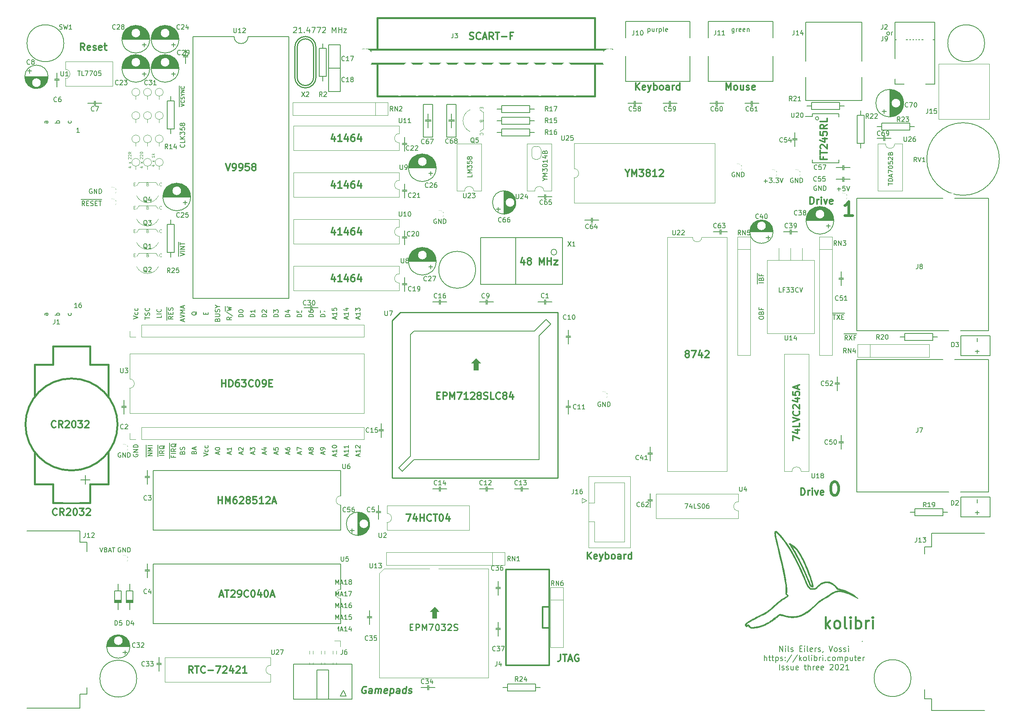
<source format=gto>
G04 #@! TF.GenerationSoftware,KiCad,Pcbnew,5.1.10*
G04 #@! TF.CreationDate,2021-05-26T01:04:42+02:00*
G04 #@! TF.ProjectId,main,6d61696e-2e6b-4696-9361-645f70636258,rev?*
G04 #@! TF.SameCoordinates,Original*
G04 #@! TF.FileFunction,Legend,Top*
G04 #@! TF.FilePolarity,Positive*
%FSLAX46Y46*%
G04 Gerber Fmt 4.6, Leading zero omitted, Abs format (unit mm)*
G04 Created by KiCad (PCBNEW 5.1.10) date 2021-05-26 01:04:42*
%MOMM*%
%LPD*%
G01*
G04 APERTURE LIST*
%ADD10C,0.100000*%
%ADD11C,0.150000*%
%ADD12C,0.120000*%
%ADD13C,0.200000*%
%ADD14C,0.600000*%
%ADD15C,0.300000*%
%ADD16C,0.400000*%
%ADD17C,0.010000*%
%ADD18C,0.254000*%
%ADD19C,0.381000*%
%ADD20C,0.203200*%
%ADD21C,0.304800*%
%ADD22C,0.299720*%
%ADD23C,0.130000*%
%ADD24C,0.280000*%
%ADD25C,1.422400*%
%ADD26R,1.422400X1.422400*%
%ADD27O,1.700000X1.700000*%
%ADD28R,1.700000X1.700000*%
%ADD29C,1.700000*%
%ADD30C,3.200000*%
%ADD31C,5.000000*%
%ADD32R,1.600000X1.600000*%
%ADD33C,1.600000*%
%ADD34C,3.800000*%
%ADD35C,2.100000*%
%ADD36R,1.750000X0.440000*%
%ADD37O,1.600000X1.600000*%
%ADD38C,2.200000*%
%ADD39O,3.000000X4.000000*%
%ADD40R,3.599180X4.599940*%
%ADD41R,3.599180X4.200000*%
%ADD42R,1.498600X0.998220*%
%ADD43R,2.000000X2.000000*%
%ADD44C,3.100000*%
%ADD45C,2.500000*%
%ADD46O,1.400000X2.200000*%
%ADD47O,2.200000X1.400000*%
%ADD48C,2.400000*%
%ADD49C,1.200000*%
%ADD50R,1.520000X1.520000*%
%ADD51C,1.520000*%
%ADD52C,1.800000*%
%ADD53O,1.400000X1.400000*%
%ADD54C,1.400000*%
%ADD55O,1.800000X1.800000*%
%ADD56R,1.800000X1.800000*%
%ADD57C,1.442000*%
%ADD58R,0.400000X1.750000*%
%ADD59R,2.000000X1.460000*%
%ADD60R,1.300000X2.600000*%
%ADD61O,4.800600X3.000000*%
%ADD62O,3.000000X4.800600*%
%ADD63C,3.400000*%
G04 APERTURE END LIST*
D10*
X44270628Y-46478685D02*
X44670628Y-46478685D01*
X44042057Y-46621542D02*
X44470628Y-46764400D01*
X44470628Y-46392971D01*
X44670628Y-45764400D02*
X44270628Y-45450114D01*
X44270628Y-45764400D02*
X44670628Y-45450114D01*
X44670628Y-44450114D02*
X44670628Y-44792971D01*
X44670628Y-44621542D02*
X44070628Y-44621542D01*
X44156342Y-44678685D01*
X44213485Y-44735828D01*
X44242057Y-44792971D01*
X44670628Y-44192971D02*
X44070628Y-44192971D01*
X44442057Y-44135828D02*
X44670628Y-43964400D01*
X44270628Y-43964400D02*
X44499200Y-44192971D01*
X41730628Y-46807257D02*
X42130628Y-46807257D01*
X41502057Y-46950114D02*
X41930628Y-47092971D01*
X41930628Y-46721542D01*
X42130628Y-46092971D02*
X41730628Y-45778685D01*
X41730628Y-46092971D02*
X42130628Y-45778685D01*
X41587771Y-45121542D02*
X41559200Y-45092971D01*
X41530628Y-45035828D01*
X41530628Y-44892971D01*
X41559200Y-44835828D01*
X41587771Y-44807257D01*
X41644914Y-44778685D01*
X41702057Y-44778685D01*
X41787771Y-44807257D01*
X42130628Y-45150114D01*
X42130628Y-44778685D01*
X41587771Y-44550114D02*
X41559200Y-44521542D01*
X41530628Y-44464400D01*
X41530628Y-44321542D01*
X41559200Y-44264400D01*
X41587771Y-44235828D01*
X41644914Y-44207257D01*
X41702057Y-44207257D01*
X41787771Y-44235828D01*
X42130628Y-44578685D01*
X42130628Y-44207257D01*
X41530628Y-43835828D02*
X41530628Y-43778685D01*
X41559200Y-43721542D01*
X41587771Y-43692971D01*
X41644914Y-43664400D01*
X41759200Y-43635828D01*
X41902057Y-43635828D01*
X42016342Y-43664400D01*
X42073485Y-43692971D01*
X42102057Y-43721542D01*
X42130628Y-43778685D01*
X42130628Y-43835828D01*
X42102057Y-43892971D01*
X42073485Y-43921542D01*
X42016342Y-43950114D01*
X41902057Y-43978685D01*
X41759200Y-43978685D01*
X41644914Y-43950114D01*
X41587771Y-43921542D01*
X41559200Y-43892971D01*
X41530628Y-43835828D01*
X39190628Y-46821542D02*
X39590628Y-46821542D01*
X38962057Y-46964400D02*
X39390628Y-47107257D01*
X39390628Y-46735828D01*
X39590628Y-46107257D02*
X39190628Y-45792971D01*
X39190628Y-46107257D02*
X39590628Y-45792971D01*
X39047771Y-45135828D02*
X39019200Y-45107257D01*
X38990628Y-45050114D01*
X38990628Y-44907257D01*
X39019200Y-44850114D01*
X39047771Y-44821542D01*
X39104914Y-44792971D01*
X39162057Y-44792971D01*
X39247771Y-44821542D01*
X39590628Y-45164400D01*
X39590628Y-44792971D01*
X39047771Y-44564400D02*
X39019200Y-44535828D01*
X38990628Y-44478685D01*
X38990628Y-44335828D01*
X39019200Y-44278685D01*
X39047771Y-44250114D01*
X39104914Y-44221542D01*
X39162057Y-44221542D01*
X39247771Y-44250114D01*
X39590628Y-44592971D01*
X39590628Y-44221542D01*
X39590628Y-43621542D02*
X39304914Y-43821542D01*
X39590628Y-43964400D02*
X38990628Y-43964400D01*
X38990628Y-43735828D01*
X39019200Y-43678685D01*
X39047771Y-43650114D01*
X39104914Y-43621542D01*
X39190628Y-43621542D01*
X39247771Y-43650114D01*
X39276342Y-43678685D01*
X39304914Y-43735828D01*
X39304914Y-43964400D01*
D11*
X203987447Y-18181580D02*
X203892209Y-18133961D01*
X203844590Y-18086342D01*
X203796971Y-17991104D01*
X203796971Y-17705390D01*
X203844590Y-17610152D01*
X203892209Y-17562533D01*
X203987447Y-17514914D01*
X204130304Y-17514914D01*
X204225542Y-17562533D01*
X204273161Y-17610152D01*
X204320780Y-17705390D01*
X204320780Y-17991104D01*
X204273161Y-18086342D01*
X204225542Y-18133961D01*
X204130304Y-18181580D01*
X203987447Y-18181580D01*
X204749352Y-18181580D02*
X204749352Y-17514914D01*
X204749352Y-17705390D02*
X204796971Y-17610152D01*
X204844590Y-17562533D01*
X204939828Y-17514914D01*
X205035066Y-17514914D01*
X228207353Y-45161200D02*
G75*
G03*
X228207353Y-45161200I-7887753J0D01*
G01*
D12*
X115721600Y-33897466D02*
X115721600Y-34130800D01*
X115354933Y-34230800D02*
X115354933Y-33897466D01*
X116054933Y-33897466D01*
X116054933Y-34230800D01*
X115721600Y-36897466D02*
X115688266Y-36997466D01*
X115654933Y-37030800D01*
X115588266Y-37064133D01*
X115488266Y-37064133D01*
X115421600Y-37030800D01*
X115388266Y-36997466D01*
X115354933Y-36930800D01*
X115354933Y-36664133D01*
X116054933Y-36664133D01*
X116054933Y-36897466D01*
X116021600Y-36964133D01*
X115988266Y-36997466D01*
X115921600Y-37030800D01*
X115854933Y-37030800D01*
X115788266Y-36997466D01*
X115754933Y-36964133D01*
X115721600Y-36897466D01*
X115721600Y-36664133D01*
X115421600Y-39897466D02*
X115388266Y-39864133D01*
X115354933Y-39764133D01*
X115354933Y-39697466D01*
X115388266Y-39597466D01*
X115454933Y-39530800D01*
X115521600Y-39497466D01*
X115654933Y-39464133D01*
X115754933Y-39464133D01*
X115888266Y-39497466D01*
X115954933Y-39530800D01*
X116021600Y-39597466D01*
X116054933Y-39697466D01*
X116054933Y-39764133D01*
X116021600Y-39864133D01*
X115988266Y-39897466D01*
X40196666Y-50648400D02*
X40430000Y-50648400D01*
X40530000Y-51015066D02*
X40196666Y-51015066D01*
X40196666Y-50315066D01*
X40530000Y-50315066D01*
X43196666Y-50648400D02*
X43296666Y-50681733D01*
X43330000Y-50715066D01*
X43363333Y-50781733D01*
X43363333Y-50881733D01*
X43330000Y-50948400D01*
X43296666Y-50981733D01*
X43230000Y-51015066D01*
X42963333Y-51015066D01*
X42963333Y-50315066D01*
X43196666Y-50315066D01*
X43263333Y-50348400D01*
X43296666Y-50381733D01*
X43330000Y-50448400D01*
X43330000Y-50515066D01*
X43296666Y-50581733D01*
X43263333Y-50615066D01*
X43196666Y-50648400D01*
X42963333Y-50648400D01*
X46196666Y-50948400D02*
X46163333Y-50981733D01*
X46063333Y-51015066D01*
X45996666Y-51015066D01*
X45896666Y-50981733D01*
X45830000Y-50915066D01*
X45796666Y-50848400D01*
X45763333Y-50715066D01*
X45763333Y-50615066D01*
X45796666Y-50481733D01*
X45830000Y-50415066D01*
X45896666Y-50348400D01*
X45996666Y-50315066D01*
X46063333Y-50315066D01*
X46163333Y-50348400D01*
X46196666Y-50381733D01*
X40196666Y-55728400D02*
X40430000Y-55728400D01*
X40530000Y-56095066D02*
X40196666Y-56095066D01*
X40196666Y-55395066D01*
X40530000Y-55395066D01*
X43196666Y-55728400D02*
X43296666Y-55761733D01*
X43330000Y-55795066D01*
X43363333Y-55861733D01*
X43363333Y-55961733D01*
X43330000Y-56028400D01*
X43296666Y-56061733D01*
X43230000Y-56095066D01*
X42963333Y-56095066D01*
X42963333Y-55395066D01*
X43196666Y-55395066D01*
X43263333Y-55428400D01*
X43296666Y-55461733D01*
X43330000Y-55528400D01*
X43330000Y-55595066D01*
X43296666Y-55661733D01*
X43263333Y-55695066D01*
X43196666Y-55728400D01*
X42963333Y-55728400D01*
X46196666Y-56028400D02*
X46163333Y-56061733D01*
X46063333Y-56095066D01*
X45996666Y-56095066D01*
X45896666Y-56061733D01*
X45830000Y-55995066D01*
X45796666Y-55928400D01*
X45763333Y-55795066D01*
X45763333Y-55695066D01*
X45796666Y-55561733D01*
X45830000Y-55495066D01*
X45896666Y-55428400D01*
X45996666Y-55395066D01*
X46063333Y-55395066D01*
X46163333Y-55428400D01*
X46196666Y-55461733D01*
X40196666Y-60808400D02*
X40430000Y-60808400D01*
X40530000Y-61175066D02*
X40196666Y-61175066D01*
X40196666Y-60475066D01*
X40530000Y-60475066D01*
X43196666Y-60808400D02*
X43296666Y-60841733D01*
X43330000Y-60875066D01*
X43363333Y-60941733D01*
X43363333Y-61041733D01*
X43330000Y-61108400D01*
X43296666Y-61141733D01*
X43230000Y-61175066D01*
X42963333Y-61175066D01*
X42963333Y-60475066D01*
X43196666Y-60475066D01*
X43263333Y-60508400D01*
X43296666Y-60541733D01*
X43330000Y-60608400D01*
X43330000Y-60675066D01*
X43296666Y-60741733D01*
X43263333Y-60775066D01*
X43196666Y-60808400D01*
X42963333Y-60808400D01*
X46196666Y-61108400D02*
X46163333Y-61141733D01*
X46063333Y-61175066D01*
X45996666Y-61175066D01*
X45896666Y-61141733D01*
X45830000Y-61075066D01*
X45796666Y-61008400D01*
X45763333Y-60875066D01*
X45763333Y-60775066D01*
X45796666Y-60641733D01*
X45830000Y-60575066D01*
X45896666Y-60508400D01*
X45996666Y-60475066D01*
X46063333Y-60475066D01*
X46163333Y-60508400D01*
X46196666Y-60541733D01*
X40196666Y-66040800D02*
X40430000Y-66040800D01*
X40530000Y-66407466D02*
X40196666Y-66407466D01*
X40196666Y-65707466D01*
X40530000Y-65707466D01*
X43196666Y-66040800D02*
X43296666Y-66074133D01*
X43330000Y-66107466D01*
X43363333Y-66174133D01*
X43363333Y-66274133D01*
X43330000Y-66340800D01*
X43296666Y-66374133D01*
X43230000Y-66407466D01*
X42963333Y-66407466D01*
X42963333Y-65707466D01*
X43196666Y-65707466D01*
X43263333Y-65740800D01*
X43296666Y-65774133D01*
X43330000Y-65840800D01*
X43330000Y-65907466D01*
X43296666Y-65974133D01*
X43263333Y-66007466D01*
X43196666Y-66040800D01*
X42963333Y-66040800D01*
X46196666Y-66340800D02*
X46163333Y-66374133D01*
X46063333Y-66407466D01*
X45996666Y-66407466D01*
X45896666Y-66374133D01*
X45830000Y-66307466D01*
X45796666Y-66240800D01*
X45763333Y-66107466D01*
X45763333Y-66007466D01*
X45796666Y-65874133D01*
X45830000Y-65807466D01*
X45896666Y-65740800D01*
X45996666Y-65707466D01*
X46063333Y-65707466D01*
X46163333Y-65740800D01*
X46196666Y-65774133D01*
D11*
X170595238Y-16785714D02*
X170595238Y-17595238D01*
X170547619Y-17690476D01*
X170500000Y-17738095D01*
X170404761Y-17785714D01*
X170261904Y-17785714D01*
X170166666Y-17738095D01*
X170595238Y-17404761D02*
X170500000Y-17452380D01*
X170309523Y-17452380D01*
X170214285Y-17404761D01*
X170166666Y-17357142D01*
X170119047Y-17261904D01*
X170119047Y-16976190D01*
X170166666Y-16880952D01*
X170214285Y-16833333D01*
X170309523Y-16785714D01*
X170500000Y-16785714D01*
X170595238Y-16833333D01*
X171071428Y-17452380D02*
X171071428Y-16785714D01*
X171071428Y-16976190D02*
X171119047Y-16880952D01*
X171166666Y-16833333D01*
X171261904Y-16785714D01*
X171357142Y-16785714D01*
X172071428Y-17404761D02*
X171976190Y-17452380D01*
X171785714Y-17452380D01*
X171690476Y-17404761D01*
X171642857Y-17309523D01*
X171642857Y-16928571D01*
X171690476Y-16833333D01*
X171785714Y-16785714D01*
X171976190Y-16785714D01*
X172071428Y-16833333D01*
X172119047Y-16928571D01*
X172119047Y-17023809D01*
X171642857Y-17119047D01*
X172928571Y-17404761D02*
X172833333Y-17452380D01*
X172642857Y-17452380D01*
X172547619Y-17404761D01*
X172500000Y-17309523D01*
X172500000Y-16928571D01*
X172547619Y-16833333D01*
X172642857Y-16785714D01*
X172833333Y-16785714D01*
X172928571Y-16833333D01*
X172976190Y-16928571D01*
X172976190Y-17023809D01*
X172500000Y-17119047D01*
X173404761Y-16785714D02*
X173404761Y-17452380D01*
X173404761Y-16880952D02*
X173452380Y-16833333D01*
X173547619Y-16785714D01*
X173690476Y-16785714D01*
X173785714Y-16833333D01*
X173833333Y-16928571D01*
X173833333Y-17452380D01*
X151880952Y-16785714D02*
X151880952Y-17785714D01*
X151880952Y-16833333D02*
X151976190Y-16785714D01*
X152166666Y-16785714D01*
X152261904Y-16833333D01*
X152309523Y-16880952D01*
X152357142Y-16976190D01*
X152357142Y-17261904D01*
X152309523Y-17357142D01*
X152261904Y-17404761D01*
X152166666Y-17452380D01*
X151976190Y-17452380D01*
X151880952Y-17404761D01*
X153214285Y-16785714D02*
X153214285Y-17452380D01*
X152785714Y-16785714D02*
X152785714Y-17309523D01*
X152833333Y-17404761D01*
X152928571Y-17452380D01*
X153071428Y-17452380D01*
X153166666Y-17404761D01*
X153214285Y-17357142D01*
X153690476Y-17452380D02*
X153690476Y-16785714D01*
X153690476Y-16976190D02*
X153738095Y-16880952D01*
X153785714Y-16833333D01*
X153880952Y-16785714D01*
X153976190Y-16785714D01*
X154309523Y-16785714D02*
X154309523Y-17785714D01*
X154309523Y-16833333D02*
X154404761Y-16785714D01*
X154595238Y-16785714D01*
X154690476Y-16833333D01*
X154738095Y-16880952D01*
X154785714Y-16976190D01*
X154785714Y-17261904D01*
X154738095Y-17357142D01*
X154690476Y-17404761D01*
X154595238Y-17452380D01*
X154404761Y-17452380D01*
X154309523Y-17404761D01*
X155357142Y-17452380D02*
X155261904Y-17404761D01*
X155214285Y-17309523D01*
X155214285Y-16452380D01*
X156119047Y-17404761D02*
X156023809Y-17452380D01*
X155833333Y-17452380D01*
X155738095Y-17404761D01*
X155690476Y-17309523D01*
X155690476Y-16928571D01*
X155738095Y-16833333D01*
X155833333Y-16785714D01*
X156023809Y-16785714D01*
X156119047Y-16833333D01*
X156166666Y-16928571D01*
X156166666Y-17023809D01*
X155690476Y-17119047D01*
D10*
G36*
X106000000Y-145000000D02*
G01*
X105000000Y-145000000D01*
X105000000Y-143500000D01*
X106000000Y-143500000D01*
X106000000Y-145000000D01*
G37*
X106000000Y-145000000D02*
X105000000Y-145000000D01*
X105000000Y-143500000D01*
X106000000Y-143500000D01*
X106000000Y-145000000D01*
G36*
X106500000Y-143500000D02*
G01*
X105500000Y-143500000D01*
X105500000Y-142500000D01*
X106500000Y-143500000D01*
G37*
X106500000Y-143500000D02*
X105500000Y-143500000D01*
X105500000Y-142500000D01*
X106500000Y-143500000D01*
G36*
X105500000Y-143500000D02*
G01*
X104500000Y-143500000D01*
X105500000Y-142500000D01*
X105500000Y-143500000D01*
G37*
X105500000Y-143500000D02*
X104500000Y-143500000D01*
X105500000Y-142500000D01*
X105500000Y-143500000D01*
G36*
X115500000Y-89500000D02*
G01*
X114500000Y-89500000D01*
X114500000Y-88500000D01*
X115500000Y-89500000D01*
G37*
X115500000Y-89500000D02*
X114500000Y-89500000D01*
X114500000Y-88500000D01*
X115500000Y-89500000D01*
G36*
X114500000Y-89500000D02*
G01*
X113500000Y-89500000D01*
X114500000Y-88500000D01*
X114500000Y-89500000D01*
G37*
X114500000Y-89500000D02*
X113500000Y-89500000D01*
X114500000Y-88500000D01*
X114500000Y-89500000D01*
G36*
X115000000Y-91000000D02*
G01*
X114000000Y-91000000D01*
X114000000Y-89500000D01*
X115000000Y-89500000D01*
X115000000Y-91000000D01*
G37*
X115000000Y-91000000D02*
X114000000Y-91000000D01*
X114000000Y-89500000D01*
X115000000Y-89500000D01*
X115000000Y-91000000D01*
D11*
X188468095Y-51062000D02*
X188372857Y-51014380D01*
X188230000Y-51014380D01*
X188087142Y-51062000D01*
X187991904Y-51157238D01*
X187944285Y-51252476D01*
X187896666Y-51442952D01*
X187896666Y-51585809D01*
X187944285Y-51776285D01*
X187991904Y-51871523D01*
X188087142Y-51966761D01*
X188230000Y-52014380D01*
X188325238Y-52014380D01*
X188468095Y-51966761D01*
X188515714Y-51919142D01*
X188515714Y-51585809D01*
X188325238Y-51585809D01*
X188944285Y-52014380D02*
X188944285Y-51014380D01*
X189515714Y-52014380D01*
X189515714Y-51014380D01*
X189991904Y-52014380D02*
X189991904Y-51014380D01*
X190230000Y-51014380D01*
X190372857Y-51062000D01*
X190468095Y-51157238D01*
X190515714Y-51252476D01*
X190563333Y-51442952D01*
X190563333Y-51585809D01*
X190515714Y-51776285D01*
X190468095Y-51871523D01*
X190372857Y-51966761D01*
X190230000Y-52014380D01*
X189991904Y-52014380D01*
X89066666Y-79930476D02*
X89066666Y-79454285D01*
X89352380Y-80025714D02*
X88352380Y-79692380D01*
X89352380Y-79359047D01*
X89352380Y-78501904D02*
X89352380Y-79073333D01*
X89352380Y-78787619D02*
X88352380Y-78787619D01*
X88495238Y-78882857D01*
X88590476Y-78978095D01*
X88638095Y-79073333D01*
X88352380Y-78168571D02*
X88352380Y-77549523D01*
X88733333Y-77882857D01*
X88733333Y-77740000D01*
X88780952Y-77644761D01*
X88828571Y-77597142D01*
X88923809Y-77549523D01*
X89161904Y-77549523D01*
X89257142Y-77597142D01*
X89304761Y-77644761D01*
X89352380Y-77740000D01*
X89352380Y-78025714D01*
X89304761Y-78120952D01*
X89257142Y-78168571D01*
X86526666Y-79930476D02*
X86526666Y-79454285D01*
X86812380Y-80025714D02*
X85812380Y-79692380D01*
X86812380Y-79359047D01*
X86812380Y-78501904D02*
X86812380Y-79073333D01*
X86812380Y-78787619D02*
X85812380Y-78787619D01*
X85955238Y-78882857D01*
X86050476Y-78978095D01*
X86098095Y-79073333D01*
X86145714Y-77644761D02*
X86812380Y-77644761D01*
X85764761Y-77882857D02*
X86479047Y-78120952D01*
X86479047Y-77501904D01*
X83986666Y-79930476D02*
X83986666Y-79454285D01*
X84272380Y-80025714D02*
X83272380Y-79692380D01*
X84272380Y-79359047D01*
X84272380Y-78501904D02*
X84272380Y-79073333D01*
X84272380Y-78787619D02*
X83272380Y-78787619D01*
X83415238Y-78882857D01*
X83510476Y-78978095D01*
X83558095Y-79073333D01*
X83272380Y-77597142D02*
X83272380Y-78073333D01*
X83748571Y-78120952D01*
X83700952Y-78073333D01*
X83653333Y-77978095D01*
X83653333Y-77740000D01*
X83700952Y-77644761D01*
X83748571Y-77597142D01*
X83843809Y-77549523D01*
X84081904Y-77549523D01*
X84177142Y-77597142D01*
X84224761Y-77644761D01*
X84272380Y-77740000D01*
X84272380Y-77978095D01*
X84224761Y-78073333D01*
X84177142Y-78120952D01*
X81732380Y-79478095D02*
X80732380Y-79478095D01*
X80732380Y-79240000D01*
X80780000Y-79097142D01*
X80875238Y-79001904D01*
X80970476Y-78954285D01*
X81160952Y-78906666D01*
X81303809Y-78906666D01*
X81494285Y-78954285D01*
X81589523Y-79001904D01*
X81684761Y-79097142D01*
X81732380Y-79240000D01*
X81732380Y-79478095D01*
X80732380Y-78573333D02*
X80732380Y-77906666D01*
X81732380Y-78335238D01*
X79192380Y-79478095D02*
X78192380Y-79478095D01*
X78192380Y-79240000D01*
X78240000Y-79097142D01*
X78335238Y-79001904D01*
X78430476Y-78954285D01*
X78620952Y-78906666D01*
X78763809Y-78906666D01*
X78954285Y-78954285D01*
X79049523Y-79001904D01*
X79144761Y-79097142D01*
X79192380Y-79240000D01*
X79192380Y-79478095D01*
X78192380Y-78049523D02*
X78192380Y-78240000D01*
X78240000Y-78335238D01*
X78287619Y-78382857D01*
X78430476Y-78478095D01*
X78620952Y-78525714D01*
X79001904Y-78525714D01*
X79097142Y-78478095D01*
X79144761Y-78430476D01*
X79192380Y-78335238D01*
X79192380Y-78144761D01*
X79144761Y-78049523D01*
X79097142Y-78001904D01*
X79001904Y-77954285D01*
X78763809Y-77954285D01*
X78668571Y-78001904D01*
X78620952Y-78049523D01*
X78573333Y-78144761D01*
X78573333Y-78335238D01*
X78620952Y-78430476D01*
X78668571Y-78478095D01*
X78763809Y-78525714D01*
X76652380Y-79478095D02*
X75652380Y-79478095D01*
X75652380Y-79240000D01*
X75700000Y-79097142D01*
X75795238Y-79001904D01*
X75890476Y-78954285D01*
X76080952Y-78906666D01*
X76223809Y-78906666D01*
X76414285Y-78954285D01*
X76509523Y-79001904D01*
X76604761Y-79097142D01*
X76652380Y-79240000D01*
X76652380Y-79478095D01*
X75652380Y-78001904D02*
X75652380Y-78478095D01*
X76128571Y-78525714D01*
X76080952Y-78478095D01*
X76033333Y-78382857D01*
X76033333Y-78144761D01*
X76080952Y-78049523D01*
X76128571Y-78001904D01*
X76223809Y-77954285D01*
X76461904Y-77954285D01*
X76557142Y-78001904D01*
X76604761Y-78049523D01*
X76652380Y-78144761D01*
X76652380Y-78382857D01*
X76604761Y-78478095D01*
X76557142Y-78525714D01*
X74112380Y-79478095D02*
X73112380Y-79478095D01*
X73112380Y-79240000D01*
X73160000Y-79097142D01*
X73255238Y-79001904D01*
X73350476Y-78954285D01*
X73540952Y-78906666D01*
X73683809Y-78906666D01*
X73874285Y-78954285D01*
X73969523Y-79001904D01*
X74064761Y-79097142D01*
X74112380Y-79240000D01*
X74112380Y-79478095D01*
X73445714Y-78049523D02*
X74112380Y-78049523D01*
X73064761Y-78287619D02*
X73779047Y-78525714D01*
X73779047Y-77906666D01*
X71572380Y-79478095D02*
X70572380Y-79478095D01*
X70572380Y-79240000D01*
X70620000Y-79097142D01*
X70715238Y-79001904D01*
X70810476Y-78954285D01*
X71000952Y-78906666D01*
X71143809Y-78906666D01*
X71334285Y-78954285D01*
X71429523Y-79001904D01*
X71524761Y-79097142D01*
X71572380Y-79240000D01*
X71572380Y-79478095D01*
X70572380Y-78573333D02*
X70572380Y-77954285D01*
X70953333Y-78287619D01*
X70953333Y-78144761D01*
X71000952Y-78049523D01*
X71048571Y-78001904D01*
X71143809Y-77954285D01*
X71381904Y-77954285D01*
X71477142Y-78001904D01*
X71524761Y-78049523D01*
X71572380Y-78144761D01*
X71572380Y-78430476D01*
X71524761Y-78525714D01*
X71477142Y-78573333D01*
X69032380Y-79478095D02*
X68032380Y-79478095D01*
X68032380Y-79240000D01*
X68080000Y-79097142D01*
X68175238Y-79001904D01*
X68270476Y-78954285D01*
X68460952Y-78906666D01*
X68603809Y-78906666D01*
X68794285Y-78954285D01*
X68889523Y-79001904D01*
X68984761Y-79097142D01*
X69032380Y-79240000D01*
X69032380Y-79478095D01*
X68127619Y-78525714D02*
X68080000Y-78478095D01*
X68032380Y-78382857D01*
X68032380Y-78144761D01*
X68080000Y-78049523D01*
X68127619Y-78001904D01*
X68222857Y-77954285D01*
X68318095Y-77954285D01*
X68460952Y-78001904D01*
X69032380Y-78573333D01*
X69032380Y-77954285D01*
X66492380Y-79478095D02*
X65492380Y-79478095D01*
X65492380Y-79240000D01*
X65540000Y-79097142D01*
X65635238Y-79001904D01*
X65730476Y-78954285D01*
X65920952Y-78906666D01*
X66063809Y-78906666D01*
X66254285Y-78954285D01*
X66349523Y-79001904D01*
X66444761Y-79097142D01*
X66492380Y-79240000D01*
X66492380Y-79478095D01*
X66492380Y-77954285D02*
X66492380Y-78525714D01*
X66492380Y-78240000D02*
X65492380Y-78240000D01*
X65635238Y-78335238D01*
X65730476Y-78430476D01*
X65778095Y-78525714D01*
X63952380Y-79478095D02*
X62952380Y-79478095D01*
X62952380Y-79240000D01*
X63000000Y-79097142D01*
X63095238Y-79001904D01*
X63190476Y-78954285D01*
X63380952Y-78906666D01*
X63523809Y-78906666D01*
X63714285Y-78954285D01*
X63809523Y-79001904D01*
X63904761Y-79097142D01*
X63952380Y-79240000D01*
X63952380Y-79478095D01*
X62952380Y-78287619D02*
X62952380Y-78192380D01*
X63000000Y-78097142D01*
X63047619Y-78049523D01*
X63142857Y-78001904D01*
X63333333Y-77954285D01*
X63571428Y-77954285D01*
X63761904Y-78001904D01*
X63857142Y-78049523D01*
X63904761Y-78097142D01*
X63952380Y-78192380D01*
X63952380Y-78287619D01*
X63904761Y-78382857D01*
X63857142Y-78430476D01*
X63761904Y-78478095D01*
X63571428Y-78525714D01*
X63333333Y-78525714D01*
X63142857Y-78478095D01*
X63047619Y-78430476D01*
X63000000Y-78382857D01*
X62952380Y-78287619D01*
X61412380Y-79525714D02*
X60936190Y-79859047D01*
X61412380Y-80097142D02*
X60412380Y-80097142D01*
X60412380Y-79716190D01*
X60460000Y-79620952D01*
X60507619Y-79573333D01*
X60602857Y-79525714D01*
X60745714Y-79525714D01*
X60840952Y-79573333D01*
X60888571Y-79620952D01*
X60936190Y-79716190D01*
X60936190Y-80097142D01*
X60364761Y-78382857D02*
X61650476Y-79240000D01*
X60045000Y-78287619D02*
X60045000Y-77144761D01*
X60412380Y-78144761D02*
X61412380Y-77906666D01*
X60698095Y-77716190D01*
X61412380Y-77525714D01*
X60412380Y-77287619D01*
X58348571Y-80097142D02*
X58396190Y-79954285D01*
X58443809Y-79906666D01*
X58539047Y-79859047D01*
X58681904Y-79859047D01*
X58777142Y-79906666D01*
X58824761Y-79954285D01*
X58872380Y-80049523D01*
X58872380Y-80430476D01*
X57872380Y-80430476D01*
X57872380Y-80097142D01*
X57920000Y-80001904D01*
X57967619Y-79954285D01*
X58062857Y-79906666D01*
X58158095Y-79906666D01*
X58253333Y-79954285D01*
X58300952Y-80001904D01*
X58348571Y-80097142D01*
X58348571Y-80430476D01*
X57872380Y-79430476D02*
X58681904Y-79430476D01*
X58777142Y-79382857D01*
X58824761Y-79335238D01*
X58872380Y-79240000D01*
X58872380Y-79049523D01*
X58824761Y-78954285D01*
X58777142Y-78906666D01*
X58681904Y-78859047D01*
X57872380Y-78859047D01*
X58824761Y-78430476D02*
X58872380Y-78287619D01*
X58872380Y-78049523D01*
X58824761Y-77954285D01*
X58777142Y-77906666D01*
X58681904Y-77859047D01*
X58586666Y-77859047D01*
X58491428Y-77906666D01*
X58443809Y-77954285D01*
X58396190Y-78049523D01*
X58348571Y-78240000D01*
X58300952Y-78335238D01*
X58253333Y-78382857D01*
X58158095Y-78430476D01*
X58062857Y-78430476D01*
X57967619Y-78382857D01*
X57920000Y-78335238D01*
X57872380Y-78240000D01*
X57872380Y-78001904D01*
X57920000Y-77859047D01*
X58396190Y-77240000D02*
X58872380Y-77240000D01*
X57872380Y-77573333D02*
X58396190Y-77240000D01*
X57872380Y-76906666D01*
X55808571Y-78954285D02*
X55808571Y-78620952D01*
X56332380Y-78478095D02*
X56332380Y-78954285D01*
X55332380Y-78954285D01*
X55332380Y-78478095D01*
X53887619Y-78359047D02*
X53840000Y-78454285D01*
X53744761Y-78549523D01*
X53601904Y-78692380D01*
X53554285Y-78787619D01*
X53554285Y-78882857D01*
X53792380Y-78835238D02*
X53744761Y-78930476D01*
X53649523Y-79025714D01*
X53459047Y-79073333D01*
X53125714Y-79073333D01*
X52935238Y-79025714D01*
X52840000Y-78930476D01*
X52792380Y-78835238D01*
X52792380Y-78644761D01*
X52840000Y-78549523D01*
X52935238Y-78454285D01*
X53125714Y-78406666D01*
X53459047Y-78406666D01*
X53649523Y-78454285D01*
X53744761Y-78549523D01*
X53792380Y-78644761D01*
X53792380Y-78835238D01*
X50966666Y-80406666D02*
X50966666Y-79930476D01*
X51252380Y-80501904D02*
X50252380Y-80168571D01*
X51252380Y-79835238D01*
X50252380Y-79644761D02*
X51252380Y-79311428D01*
X50252380Y-78978095D01*
X51252380Y-78644761D02*
X50252380Y-78644761D01*
X50966666Y-78311428D01*
X50252380Y-77978095D01*
X51252380Y-77978095D01*
X50966666Y-77549523D02*
X50966666Y-77073333D01*
X51252380Y-77644761D02*
X50252380Y-77311428D01*
X51252380Y-76978095D01*
X46172380Y-79168571D02*
X46172380Y-79644761D01*
X45172380Y-79644761D01*
X46172380Y-78835238D02*
X45172380Y-78835238D01*
X46077142Y-77787619D02*
X46124761Y-77835238D01*
X46172380Y-77978095D01*
X46172380Y-78073333D01*
X46124761Y-78216190D01*
X46029523Y-78311428D01*
X45934285Y-78359047D01*
X45743809Y-78406666D01*
X45600952Y-78406666D01*
X45410476Y-78359047D01*
X45315238Y-78311428D01*
X45220000Y-78216190D01*
X45172380Y-78073333D01*
X45172380Y-77978095D01*
X45220000Y-77835238D01*
X45267619Y-77787619D01*
X42632380Y-80001904D02*
X42632380Y-79430476D01*
X43632380Y-79716190D02*
X42632380Y-79716190D01*
X43584761Y-79144761D02*
X43632380Y-79001904D01*
X43632380Y-78763809D01*
X43584761Y-78668571D01*
X43537142Y-78620952D01*
X43441904Y-78573333D01*
X43346666Y-78573333D01*
X43251428Y-78620952D01*
X43203809Y-78668571D01*
X43156190Y-78763809D01*
X43108571Y-78954285D01*
X43060952Y-79049523D01*
X43013333Y-79097142D01*
X42918095Y-79144761D01*
X42822857Y-79144761D01*
X42727619Y-79097142D01*
X42680000Y-79049523D01*
X42632380Y-78954285D01*
X42632380Y-78716190D01*
X42680000Y-78573333D01*
X43537142Y-77573333D02*
X43584761Y-77620952D01*
X43632380Y-77763809D01*
X43632380Y-77859047D01*
X43584761Y-78001904D01*
X43489523Y-78097142D01*
X43394285Y-78144761D01*
X43203809Y-78192380D01*
X43060952Y-78192380D01*
X42870476Y-78144761D01*
X42775238Y-78097142D01*
X42680000Y-78001904D01*
X42632380Y-77859047D01*
X42632380Y-77763809D01*
X42680000Y-77620952D01*
X42727619Y-77573333D01*
X40092380Y-79930476D02*
X41092380Y-79597142D01*
X40092380Y-79263809D01*
X41044761Y-78501904D02*
X41092380Y-78597142D01*
X41092380Y-78787619D01*
X41044761Y-78882857D01*
X40997142Y-78930476D01*
X40901904Y-78978095D01*
X40616190Y-78978095D01*
X40520952Y-78930476D01*
X40473333Y-78882857D01*
X40425714Y-78787619D01*
X40425714Y-78597142D01*
X40473333Y-78501904D01*
X41044761Y-77644761D02*
X41092380Y-77740000D01*
X41092380Y-77930476D01*
X41044761Y-78025714D01*
X40997142Y-78073333D01*
X40901904Y-78120952D01*
X40616190Y-78120952D01*
X40520952Y-78073333D01*
X40473333Y-78025714D01*
X40425714Y-77930476D01*
X40425714Y-77740000D01*
X40473333Y-77644761D01*
X47345000Y-80168571D02*
X47345000Y-79168571D01*
X48712380Y-79359047D02*
X48236190Y-79692380D01*
X48712380Y-79930476D02*
X47712380Y-79930476D01*
X47712380Y-79549523D01*
X47760000Y-79454285D01*
X47807619Y-79406666D01*
X47902857Y-79359047D01*
X48045714Y-79359047D01*
X48140952Y-79406666D01*
X48188571Y-79454285D01*
X48236190Y-79549523D01*
X48236190Y-79930476D01*
X47345000Y-79168571D02*
X47345000Y-78263809D01*
X48188571Y-78930476D02*
X48188571Y-78597142D01*
X48712380Y-78454285D02*
X48712380Y-78930476D01*
X47712380Y-78930476D01*
X47712380Y-78454285D01*
X47345000Y-78263809D02*
X47345000Y-77311428D01*
X48664761Y-78073333D02*
X48712380Y-77930476D01*
X48712380Y-77692380D01*
X48664761Y-77597142D01*
X48617142Y-77549523D01*
X48521904Y-77501904D01*
X48426666Y-77501904D01*
X48331428Y-77549523D01*
X48283809Y-77597142D01*
X48236190Y-77692380D01*
X48188571Y-77882857D01*
X48140952Y-77978095D01*
X48093333Y-78025714D01*
X47998095Y-78073333D01*
X47902857Y-78073333D01*
X47807619Y-78025714D01*
X47760000Y-77978095D01*
X47712380Y-77882857D01*
X47712380Y-77644761D01*
X47760000Y-77501904D01*
X89066666Y-109775476D02*
X89066666Y-109299285D01*
X89352380Y-109870714D02*
X88352380Y-109537380D01*
X89352380Y-109204047D01*
X89352380Y-108346904D02*
X89352380Y-108918333D01*
X89352380Y-108632619D02*
X88352380Y-108632619D01*
X88495238Y-108727857D01*
X88590476Y-108823095D01*
X88638095Y-108918333D01*
X88447619Y-107965952D02*
X88400000Y-107918333D01*
X88352380Y-107823095D01*
X88352380Y-107585000D01*
X88400000Y-107489761D01*
X88447619Y-107442142D01*
X88542857Y-107394523D01*
X88638095Y-107394523D01*
X88780952Y-107442142D01*
X89352380Y-108013571D01*
X89352380Y-107394523D01*
X86526666Y-109775476D02*
X86526666Y-109299285D01*
X86812380Y-109870714D02*
X85812380Y-109537380D01*
X86812380Y-109204047D01*
X86812380Y-108346904D02*
X86812380Y-108918333D01*
X86812380Y-108632619D02*
X85812380Y-108632619D01*
X85955238Y-108727857D01*
X86050476Y-108823095D01*
X86098095Y-108918333D01*
X86812380Y-107394523D02*
X86812380Y-107965952D01*
X86812380Y-107680238D02*
X85812380Y-107680238D01*
X85955238Y-107775476D01*
X86050476Y-107870714D01*
X86098095Y-107965952D01*
X83986666Y-109775476D02*
X83986666Y-109299285D01*
X84272380Y-109870714D02*
X83272380Y-109537380D01*
X84272380Y-109204047D01*
X84272380Y-108346904D02*
X84272380Y-108918333D01*
X84272380Y-108632619D02*
X83272380Y-108632619D01*
X83415238Y-108727857D01*
X83510476Y-108823095D01*
X83558095Y-108918333D01*
X83272380Y-107727857D02*
X83272380Y-107632619D01*
X83320000Y-107537380D01*
X83367619Y-107489761D01*
X83462857Y-107442142D01*
X83653333Y-107394523D01*
X83891428Y-107394523D01*
X84081904Y-107442142D01*
X84177142Y-107489761D01*
X84224761Y-107537380D01*
X84272380Y-107632619D01*
X84272380Y-107727857D01*
X84224761Y-107823095D01*
X84177142Y-107870714D01*
X84081904Y-107918333D01*
X83891428Y-107965952D01*
X83653333Y-107965952D01*
X83462857Y-107918333D01*
X83367619Y-107870714D01*
X83320000Y-107823095D01*
X83272380Y-107727857D01*
X81446666Y-109299285D02*
X81446666Y-108823095D01*
X81732380Y-109394523D02*
X80732380Y-109061190D01*
X81732380Y-108727857D01*
X81732380Y-108346904D02*
X81732380Y-108156428D01*
X81684761Y-108061190D01*
X81637142Y-108013571D01*
X81494285Y-107918333D01*
X81303809Y-107870714D01*
X80922857Y-107870714D01*
X80827619Y-107918333D01*
X80780000Y-107965952D01*
X80732380Y-108061190D01*
X80732380Y-108251666D01*
X80780000Y-108346904D01*
X80827619Y-108394523D01*
X80922857Y-108442142D01*
X81160952Y-108442142D01*
X81256190Y-108394523D01*
X81303809Y-108346904D01*
X81351428Y-108251666D01*
X81351428Y-108061190D01*
X81303809Y-107965952D01*
X81256190Y-107918333D01*
X81160952Y-107870714D01*
X78906666Y-109299285D02*
X78906666Y-108823095D01*
X79192380Y-109394523D02*
X78192380Y-109061190D01*
X79192380Y-108727857D01*
X78620952Y-108251666D02*
X78573333Y-108346904D01*
X78525714Y-108394523D01*
X78430476Y-108442142D01*
X78382857Y-108442142D01*
X78287619Y-108394523D01*
X78240000Y-108346904D01*
X78192380Y-108251666D01*
X78192380Y-108061190D01*
X78240000Y-107965952D01*
X78287619Y-107918333D01*
X78382857Y-107870714D01*
X78430476Y-107870714D01*
X78525714Y-107918333D01*
X78573333Y-107965952D01*
X78620952Y-108061190D01*
X78620952Y-108251666D01*
X78668571Y-108346904D01*
X78716190Y-108394523D01*
X78811428Y-108442142D01*
X79001904Y-108442142D01*
X79097142Y-108394523D01*
X79144761Y-108346904D01*
X79192380Y-108251666D01*
X79192380Y-108061190D01*
X79144761Y-107965952D01*
X79097142Y-107918333D01*
X79001904Y-107870714D01*
X78811428Y-107870714D01*
X78716190Y-107918333D01*
X78668571Y-107965952D01*
X78620952Y-108061190D01*
X76366666Y-109299285D02*
X76366666Y-108823095D01*
X76652380Y-109394523D02*
X75652380Y-109061190D01*
X76652380Y-108727857D01*
X75652380Y-108489761D02*
X75652380Y-107823095D01*
X76652380Y-108251666D01*
X73826666Y-109299285D02*
X73826666Y-108823095D01*
X74112380Y-109394523D02*
X73112380Y-109061190D01*
X74112380Y-108727857D01*
X73112380Y-107965952D02*
X73112380Y-108156428D01*
X73160000Y-108251666D01*
X73207619Y-108299285D01*
X73350476Y-108394523D01*
X73540952Y-108442142D01*
X73921904Y-108442142D01*
X74017142Y-108394523D01*
X74064761Y-108346904D01*
X74112380Y-108251666D01*
X74112380Y-108061190D01*
X74064761Y-107965952D01*
X74017142Y-107918333D01*
X73921904Y-107870714D01*
X73683809Y-107870714D01*
X73588571Y-107918333D01*
X73540952Y-107965952D01*
X73493333Y-108061190D01*
X73493333Y-108251666D01*
X73540952Y-108346904D01*
X73588571Y-108394523D01*
X73683809Y-108442142D01*
X71286666Y-109299285D02*
X71286666Y-108823095D01*
X71572380Y-109394523D02*
X70572380Y-109061190D01*
X71572380Y-108727857D01*
X70572380Y-107918333D02*
X70572380Y-108394523D01*
X71048571Y-108442142D01*
X71000952Y-108394523D01*
X70953333Y-108299285D01*
X70953333Y-108061190D01*
X71000952Y-107965952D01*
X71048571Y-107918333D01*
X71143809Y-107870714D01*
X71381904Y-107870714D01*
X71477142Y-107918333D01*
X71524761Y-107965952D01*
X71572380Y-108061190D01*
X71572380Y-108299285D01*
X71524761Y-108394523D01*
X71477142Y-108442142D01*
X68746666Y-109299285D02*
X68746666Y-108823095D01*
X69032380Y-109394523D02*
X68032380Y-109061190D01*
X69032380Y-108727857D01*
X68365714Y-107965952D02*
X69032380Y-107965952D01*
X67984761Y-108204047D02*
X68699047Y-108442142D01*
X68699047Y-107823095D01*
X66206666Y-109299285D02*
X66206666Y-108823095D01*
X66492380Y-109394523D02*
X65492380Y-109061190D01*
X66492380Y-108727857D01*
X65492380Y-108489761D02*
X65492380Y-107870714D01*
X65873333Y-108204047D01*
X65873333Y-108061190D01*
X65920952Y-107965952D01*
X65968571Y-107918333D01*
X66063809Y-107870714D01*
X66301904Y-107870714D01*
X66397142Y-107918333D01*
X66444761Y-107965952D01*
X66492380Y-108061190D01*
X66492380Y-108346904D01*
X66444761Y-108442142D01*
X66397142Y-108489761D01*
X63666666Y-109299285D02*
X63666666Y-108823095D01*
X63952380Y-109394523D02*
X62952380Y-109061190D01*
X63952380Y-108727857D01*
X63047619Y-108442142D02*
X63000000Y-108394523D01*
X62952380Y-108299285D01*
X62952380Y-108061190D01*
X63000000Y-107965952D01*
X63047619Y-107918333D01*
X63142857Y-107870714D01*
X63238095Y-107870714D01*
X63380952Y-107918333D01*
X63952380Y-108489761D01*
X63952380Y-107870714D01*
X61126666Y-109299285D02*
X61126666Y-108823095D01*
X61412380Y-109394523D02*
X60412380Y-109061190D01*
X61412380Y-108727857D01*
X61412380Y-107870714D02*
X61412380Y-108442142D01*
X61412380Y-108156428D02*
X60412380Y-108156428D01*
X60555238Y-108251666D01*
X60650476Y-108346904D01*
X60698095Y-108442142D01*
X58586666Y-109299285D02*
X58586666Y-108823095D01*
X58872380Y-109394523D02*
X57872380Y-109061190D01*
X58872380Y-108727857D01*
X57872380Y-108204047D02*
X57872380Y-108108809D01*
X57920000Y-108013571D01*
X57967619Y-107965952D01*
X58062857Y-107918333D01*
X58253333Y-107870714D01*
X58491428Y-107870714D01*
X58681904Y-107918333D01*
X58777142Y-107965952D01*
X58824761Y-108013571D01*
X58872380Y-108108809D01*
X58872380Y-108204047D01*
X58824761Y-108299285D01*
X58777142Y-108346904D01*
X58681904Y-108394523D01*
X58491428Y-108442142D01*
X58253333Y-108442142D01*
X58062857Y-108394523D01*
X57967619Y-108346904D01*
X57920000Y-108299285D01*
X57872380Y-108204047D01*
X55332380Y-109775476D02*
X56332380Y-109442142D01*
X55332380Y-109108809D01*
X56284761Y-108346904D02*
X56332380Y-108442142D01*
X56332380Y-108632619D01*
X56284761Y-108727857D01*
X56237142Y-108775476D01*
X56141904Y-108823095D01*
X55856190Y-108823095D01*
X55760952Y-108775476D01*
X55713333Y-108727857D01*
X55665714Y-108632619D01*
X55665714Y-108442142D01*
X55713333Y-108346904D01*
X56284761Y-107489761D02*
X56332380Y-107585000D01*
X56332380Y-107775476D01*
X56284761Y-107870714D01*
X56237142Y-107918333D01*
X56141904Y-107965952D01*
X55856190Y-107965952D01*
X55760952Y-107918333D01*
X55713333Y-107870714D01*
X55665714Y-107775476D01*
X55665714Y-107585000D01*
X55713333Y-107489761D01*
X53268571Y-108942142D02*
X53316190Y-108799285D01*
X53363809Y-108751666D01*
X53459047Y-108704047D01*
X53601904Y-108704047D01*
X53697142Y-108751666D01*
X53744761Y-108799285D01*
X53792380Y-108894523D01*
X53792380Y-109275476D01*
X52792380Y-109275476D01*
X52792380Y-108942142D01*
X52840000Y-108846904D01*
X52887619Y-108799285D01*
X52982857Y-108751666D01*
X53078095Y-108751666D01*
X53173333Y-108799285D01*
X53220952Y-108846904D01*
X53268571Y-108942142D01*
X53268571Y-109275476D01*
X53506666Y-108323095D02*
X53506666Y-107846904D01*
X53792380Y-108418333D02*
X52792380Y-108085000D01*
X53792380Y-107751666D01*
X50728571Y-108989761D02*
X50776190Y-108846904D01*
X50823809Y-108799285D01*
X50919047Y-108751666D01*
X51061904Y-108751666D01*
X51157142Y-108799285D01*
X51204761Y-108846904D01*
X51252380Y-108942142D01*
X51252380Y-109323095D01*
X50252380Y-109323095D01*
X50252380Y-108989761D01*
X50300000Y-108894523D01*
X50347619Y-108846904D01*
X50442857Y-108799285D01*
X50538095Y-108799285D01*
X50633333Y-108846904D01*
X50680952Y-108894523D01*
X50728571Y-108989761D01*
X50728571Y-109323095D01*
X51204761Y-108370714D02*
X51252380Y-108227857D01*
X51252380Y-107989761D01*
X51204761Y-107894523D01*
X51157142Y-107846904D01*
X51061904Y-107799285D01*
X50966666Y-107799285D01*
X50871428Y-107846904D01*
X50823809Y-107894523D01*
X50776190Y-107989761D01*
X50728571Y-108180238D01*
X50680952Y-108275476D01*
X50633333Y-108323095D01*
X50538095Y-108370714D01*
X50442857Y-108370714D01*
X50347619Y-108323095D01*
X50300000Y-108275476D01*
X50252380Y-108180238D01*
X50252380Y-107942142D01*
X50300000Y-107799285D01*
X40140000Y-109346904D02*
X40092380Y-109442142D01*
X40092380Y-109585000D01*
X40140000Y-109727857D01*
X40235238Y-109823095D01*
X40330476Y-109870714D01*
X40520952Y-109918333D01*
X40663809Y-109918333D01*
X40854285Y-109870714D01*
X40949523Y-109823095D01*
X41044761Y-109727857D01*
X41092380Y-109585000D01*
X41092380Y-109489761D01*
X41044761Y-109346904D01*
X40997142Y-109299285D01*
X40663809Y-109299285D01*
X40663809Y-109489761D01*
X41092380Y-108870714D02*
X40092380Y-108870714D01*
X41092380Y-108299285D01*
X40092380Y-108299285D01*
X41092380Y-107823095D02*
X40092380Y-107823095D01*
X40092380Y-107585000D01*
X40140000Y-107442142D01*
X40235238Y-107346904D01*
X40330476Y-107299285D01*
X40520952Y-107251666D01*
X40663809Y-107251666D01*
X40854285Y-107299285D01*
X40949523Y-107346904D01*
X41044761Y-107442142D01*
X41092380Y-107585000D01*
X41092380Y-107823095D01*
X42900000Y-109918333D02*
X42900000Y-108870714D01*
X44267380Y-109680238D02*
X43267380Y-109680238D01*
X44267380Y-109108809D01*
X43267380Y-109108809D01*
X42900000Y-108870714D02*
X42900000Y-107727857D01*
X44267380Y-108632619D02*
X43267380Y-108632619D01*
X43981666Y-108299285D01*
X43267380Y-107965952D01*
X44267380Y-107965952D01*
X42900000Y-107727857D02*
X42900000Y-107251666D01*
X44267380Y-107489761D02*
X43267380Y-107489761D01*
X45440000Y-109846904D02*
X45440000Y-109370714D01*
X46807380Y-109608809D02*
X45807380Y-109608809D01*
X45440000Y-109370714D02*
X45440000Y-108370714D01*
X46807380Y-108561190D02*
X46331190Y-108894523D01*
X46807380Y-109132619D02*
X45807380Y-109132619D01*
X45807380Y-108751666D01*
X45855000Y-108656428D01*
X45902619Y-108608809D01*
X45997857Y-108561190D01*
X46140714Y-108561190D01*
X46235952Y-108608809D01*
X46283571Y-108656428D01*
X46331190Y-108751666D01*
X46331190Y-109132619D01*
X45440000Y-108370714D02*
X45440000Y-107323095D01*
X46902619Y-107465952D02*
X46855000Y-107561190D01*
X46759761Y-107656428D01*
X46616904Y-107799285D01*
X46569285Y-107894523D01*
X46569285Y-107989761D01*
X46807380Y-107942142D02*
X46759761Y-108037380D01*
X46664523Y-108132619D01*
X46474047Y-108180238D01*
X46140714Y-108180238D01*
X45950238Y-108132619D01*
X45855000Y-108037380D01*
X45807380Y-107942142D01*
X45807380Y-107751666D01*
X45855000Y-107656428D01*
X45950238Y-107561190D01*
X46140714Y-107513571D01*
X46474047Y-107513571D01*
X46664523Y-107561190D01*
X46759761Y-107656428D01*
X46807380Y-107751666D01*
X46807380Y-107942142D01*
X47980000Y-110275476D02*
X47980000Y-109418333D01*
X48823571Y-109704047D02*
X48823571Y-110037380D01*
X49347380Y-110037380D02*
X48347380Y-110037380D01*
X48347380Y-109561190D01*
X47980000Y-109418333D02*
X47980000Y-108942142D01*
X49347380Y-109180238D02*
X48347380Y-109180238D01*
X47980000Y-108942142D02*
X47980000Y-107942142D01*
X49347380Y-108132619D02*
X48871190Y-108465952D01*
X49347380Y-108704047D02*
X48347380Y-108704047D01*
X48347380Y-108323095D01*
X48395000Y-108227857D01*
X48442619Y-108180238D01*
X48537857Y-108132619D01*
X48680714Y-108132619D01*
X48775952Y-108180238D01*
X48823571Y-108227857D01*
X48871190Y-108323095D01*
X48871190Y-108704047D01*
X47980000Y-107942142D02*
X47980000Y-106894523D01*
X49442619Y-107037380D02*
X49395000Y-107132619D01*
X49299761Y-107227857D01*
X49156904Y-107370714D01*
X49109285Y-107465952D01*
X49109285Y-107561190D01*
X49347380Y-107513571D02*
X49299761Y-107608809D01*
X49204523Y-107704047D01*
X49014047Y-107751666D01*
X48680714Y-107751666D01*
X48490238Y-107704047D01*
X48395000Y-107608809D01*
X48347380Y-107513571D01*
X48347380Y-107323095D01*
X48395000Y-107227857D01*
X48490238Y-107132619D01*
X48680714Y-107085000D01*
X49014047Y-107085000D01*
X49204523Y-107132619D01*
X49299761Y-107227857D01*
X49347380Y-107323095D01*
X49347380Y-107513571D01*
D13*
X180502857Y-152212857D02*
X180502857Y-151012857D01*
X181188571Y-152212857D01*
X181188571Y-151012857D01*
X181760000Y-152212857D02*
X181760000Y-151412857D01*
X181760000Y-151012857D02*
X181702857Y-151070000D01*
X181760000Y-151127142D01*
X181817142Y-151070000D01*
X181760000Y-151012857D01*
X181760000Y-151127142D01*
X182502857Y-152212857D02*
X182388571Y-152155714D01*
X182331428Y-152041428D01*
X182331428Y-151012857D01*
X182902857Y-152155714D02*
X183017142Y-152212857D01*
X183245714Y-152212857D01*
X183360000Y-152155714D01*
X183417142Y-152041428D01*
X183417142Y-151984285D01*
X183360000Y-151870000D01*
X183245714Y-151812857D01*
X183074285Y-151812857D01*
X182960000Y-151755714D01*
X182902857Y-151641428D01*
X182902857Y-151584285D01*
X182960000Y-151470000D01*
X183074285Y-151412857D01*
X183245714Y-151412857D01*
X183360000Y-151470000D01*
X184845714Y-151584285D02*
X185245714Y-151584285D01*
X185417142Y-152212857D02*
X184845714Y-152212857D01*
X184845714Y-151012857D01*
X185417142Y-151012857D01*
X185931428Y-152212857D02*
X185931428Y-151412857D01*
X185931428Y-151012857D02*
X185874285Y-151070000D01*
X185931428Y-151127142D01*
X185988571Y-151070000D01*
X185931428Y-151012857D01*
X185931428Y-151127142D01*
X186674285Y-152212857D02*
X186560000Y-152155714D01*
X186502857Y-152041428D01*
X186502857Y-151012857D01*
X187588571Y-152155714D02*
X187474285Y-152212857D01*
X187245714Y-152212857D01*
X187131428Y-152155714D01*
X187074285Y-152041428D01*
X187074285Y-151584285D01*
X187131428Y-151470000D01*
X187245714Y-151412857D01*
X187474285Y-151412857D01*
X187588571Y-151470000D01*
X187645714Y-151584285D01*
X187645714Y-151698571D01*
X187074285Y-151812857D01*
X188160000Y-152212857D02*
X188160000Y-151412857D01*
X188160000Y-151641428D02*
X188217142Y-151527142D01*
X188274285Y-151470000D01*
X188388571Y-151412857D01*
X188502857Y-151412857D01*
X188845714Y-152155714D02*
X188960000Y-152212857D01*
X189188571Y-152212857D01*
X189302857Y-152155714D01*
X189360000Y-152041428D01*
X189360000Y-151984285D01*
X189302857Y-151870000D01*
X189188571Y-151812857D01*
X189017142Y-151812857D01*
X188902857Y-151755714D01*
X188845714Y-151641428D01*
X188845714Y-151584285D01*
X188902857Y-151470000D01*
X189017142Y-151412857D01*
X189188571Y-151412857D01*
X189302857Y-151470000D01*
X189931428Y-152155714D02*
X189931428Y-152212857D01*
X189874285Y-152327142D01*
X189817142Y-152384285D01*
X191188571Y-151012857D02*
X191588571Y-152212857D01*
X191988571Y-151012857D01*
X192560000Y-152212857D02*
X192445714Y-152155714D01*
X192388571Y-152098571D01*
X192331428Y-151984285D01*
X192331428Y-151641428D01*
X192388571Y-151527142D01*
X192445714Y-151470000D01*
X192560000Y-151412857D01*
X192731428Y-151412857D01*
X192845714Y-151470000D01*
X192902857Y-151527142D01*
X192960000Y-151641428D01*
X192960000Y-151984285D01*
X192902857Y-152098571D01*
X192845714Y-152155714D01*
X192731428Y-152212857D01*
X192560000Y-152212857D01*
X193417142Y-152155714D02*
X193531428Y-152212857D01*
X193760000Y-152212857D01*
X193874285Y-152155714D01*
X193931428Y-152041428D01*
X193931428Y-151984285D01*
X193874285Y-151870000D01*
X193760000Y-151812857D01*
X193588571Y-151812857D01*
X193474285Y-151755714D01*
X193417142Y-151641428D01*
X193417142Y-151584285D01*
X193474285Y-151470000D01*
X193588571Y-151412857D01*
X193760000Y-151412857D01*
X193874285Y-151470000D01*
X194388571Y-152155714D02*
X194502857Y-152212857D01*
X194731428Y-152212857D01*
X194845714Y-152155714D01*
X194902857Y-152041428D01*
X194902857Y-151984285D01*
X194845714Y-151870000D01*
X194731428Y-151812857D01*
X194560000Y-151812857D01*
X194445714Y-151755714D01*
X194388571Y-151641428D01*
X194388571Y-151584285D01*
X194445714Y-151470000D01*
X194560000Y-151412857D01*
X194731428Y-151412857D01*
X194845714Y-151470000D01*
X195417142Y-152212857D02*
X195417142Y-151412857D01*
X195417142Y-151012857D02*
X195360000Y-151070000D01*
X195417142Y-151127142D01*
X195474285Y-151070000D01*
X195417142Y-151012857D01*
X195417142Y-151127142D01*
X177160000Y-154212857D02*
X177160000Y-153012857D01*
X177674285Y-154212857D02*
X177674285Y-153584285D01*
X177617142Y-153470000D01*
X177502857Y-153412857D01*
X177331428Y-153412857D01*
X177217142Y-153470000D01*
X177160000Y-153527142D01*
X178074285Y-153412857D02*
X178531428Y-153412857D01*
X178245714Y-153012857D02*
X178245714Y-154041428D01*
X178302857Y-154155714D01*
X178417142Y-154212857D01*
X178531428Y-154212857D01*
X178760000Y-153412857D02*
X179217142Y-153412857D01*
X178931428Y-153012857D02*
X178931428Y-154041428D01*
X178988571Y-154155714D01*
X179102857Y-154212857D01*
X179217142Y-154212857D01*
X179617142Y-153412857D02*
X179617142Y-154612857D01*
X179617142Y-153470000D02*
X179731428Y-153412857D01*
X179960000Y-153412857D01*
X180074285Y-153470000D01*
X180131428Y-153527142D01*
X180188571Y-153641428D01*
X180188571Y-153984285D01*
X180131428Y-154098571D01*
X180074285Y-154155714D01*
X179960000Y-154212857D01*
X179731428Y-154212857D01*
X179617142Y-154155714D01*
X180645714Y-154155714D02*
X180760000Y-154212857D01*
X180988571Y-154212857D01*
X181102857Y-154155714D01*
X181160000Y-154041428D01*
X181160000Y-153984285D01*
X181102857Y-153870000D01*
X180988571Y-153812857D01*
X180817142Y-153812857D01*
X180702857Y-153755714D01*
X180645714Y-153641428D01*
X180645714Y-153584285D01*
X180702857Y-153470000D01*
X180817142Y-153412857D01*
X180988571Y-153412857D01*
X181102857Y-153470000D01*
X181674285Y-154098571D02*
X181731428Y-154155714D01*
X181674285Y-154212857D01*
X181617142Y-154155714D01*
X181674285Y-154098571D01*
X181674285Y-154212857D01*
X181674285Y-153470000D02*
X181731428Y-153527142D01*
X181674285Y-153584285D01*
X181617142Y-153527142D01*
X181674285Y-153470000D01*
X181674285Y-153584285D01*
X183102857Y-152955714D02*
X182074285Y-154498571D01*
X184360000Y-152955714D02*
X183331428Y-154498571D01*
X184760000Y-154212857D02*
X184760000Y-153012857D01*
X184874285Y-153755714D02*
X185217142Y-154212857D01*
X185217142Y-153412857D02*
X184760000Y-153870000D01*
X185902857Y-154212857D02*
X185788571Y-154155714D01*
X185731428Y-154098571D01*
X185674285Y-153984285D01*
X185674285Y-153641428D01*
X185731428Y-153527142D01*
X185788571Y-153470000D01*
X185902857Y-153412857D01*
X186074285Y-153412857D01*
X186188571Y-153470000D01*
X186245714Y-153527142D01*
X186302857Y-153641428D01*
X186302857Y-153984285D01*
X186245714Y-154098571D01*
X186188571Y-154155714D01*
X186074285Y-154212857D01*
X185902857Y-154212857D01*
X186988571Y-154212857D02*
X186874285Y-154155714D01*
X186817142Y-154041428D01*
X186817142Y-153012857D01*
X187445714Y-154212857D02*
X187445714Y-153412857D01*
X187445714Y-153012857D02*
X187388571Y-153070000D01*
X187445714Y-153127142D01*
X187502857Y-153070000D01*
X187445714Y-153012857D01*
X187445714Y-153127142D01*
X188017142Y-154212857D02*
X188017142Y-153012857D01*
X188017142Y-153470000D02*
X188131428Y-153412857D01*
X188360000Y-153412857D01*
X188474285Y-153470000D01*
X188531428Y-153527142D01*
X188588571Y-153641428D01*
X188588571Y-153984285D01*
X188531428Y-154098571D01*
X188474285Y-154155714D01*
X188360000Y-154212857D01*
X188131428Y-154212857D01*
X188017142Y-154155714D01*
X189102857Y-154212857D02*
X189102857Y-153412857D01*
X189102857Y-153641428D02*
X189160000Y-153527142D01*
X189217142Y-153470000D01*
X189331428Y-153412857D01*
X189445714Y-153412857D01*
X189845714Y-154212857D02*
X189845714Y-153412857D01*
X189845714Y-153012857D02*
X189788571Y-153070000D01*
X189845714Y-153127142D01*
X189902857Y-153070000D01*
X189845714Y-153012857D01*
X189845714Y-153127142D01*
X190417142Y-154098571D02*
X190474285Y-154155714D01*
X190417142Y-154212857D01*
X190360000Y-154155714D01*
X190417142Y-154098571D01*
X190417142Y-154212857D01*
X191502857Y-154155714D02*
X191388571Y-154212857D01*
X191160000Y-154212857D01*
X191045714Y-154155714D01*
X190988571Y-154098571D01*
X190931428Y-153984285D01*
X190931428Y-153641428D01*
X190988571Y-153527142D01*
X191045714Y-153470000D01*
X191160000Y-153412857D01*
X191388571Y-153412857D01*
X191502857Y-153470000D01*
X192188571Y-154212857D02*
X192074285Y-154155714D01*
X192017142Y-154098571D01*
X191960000Y-153984285D01*
X191960000Y-153641428D01*
X192017142Y-153527142D01*
X192074285Y-153470000D01*
X192188571Y-153412857D01*
X192360000Y-153412857D01*
X192474285Y-153470000D01*
X192531428Y-153527142D01*
X192588571Y-153641428D01*
X192588571Y-153984285D01*
X192531428Y-154098571D01*
X192474285Y-154155714D01*
X192360000Y-154212857D01*
X192188571Y-154212857D01*
X193102857Y-154212857D02*
X193102857Y-153412857D01*
X193102857Y-153527142D02*
X193160000Y-153470000D01*
X193274285Y-153412857D01*
X193445714Y-153412857D01*
X193560000Y-153470000D01*
X193617142Y-153584285D01*
X193617142Y-154212857D01*
X193617142Y-153584285D02*
X193674285Y-153470000D01*
X193788571Y-153412857D01*
X193960000Y-153412857D01*
X194074285Y-153470000D01*
X194131428Y-153584285D01*
X194131428Y-154212857D01*
X194702857Y-153412857D02*
X194702857Y-154612857D01*
X194702857Y-153470000D02*
X194817142Y-153412857D01*
X195045714Y-153412857D01*
X195160000Y-153470000D01*
X195217142Y-153527142D01*
X195274285Y-153641428D01*
X195274285Y-153984285D01*
X195217142Y-154098571D01*
X195160000Y-154155714D01*
X195045714Y-154212857D01*
X194817142Y-154212857D01*
X194702857Y-154155714D01*
X196302857Y-153412857D02*
X196302857Y-154212857D01*
X195788571Y-153412857D02*
X195788571Y-154041428D01*
X195845714Y-154155714D01*
X195960000Y-154212857D01*
X196131428Y-154212857D01*
X196245714Y-154155714D01*
X196302857Y-154098571D01*
X196702857Y-153412857D02*
X197160000Y-153412857D01*
X196874285Y-153012857D02*
X196874285Y-154041428D01*
X196931428Y-154155714D01*
X197045714Y-154212857D01*
X197160000Y-154212857D01*
X198017142Y-154155714D02*
X197902857Y-154212857D01*
X197674285Y-154212857D01*
X197560000Y-154155714D01*
X197502857Y-154041428D01*
X197502857Y-153584285D01*
X197560000Y-153470000D01*
X197674285Y-153412857D01*
X197902857Y-153412857D01*
X198017142Y-153470000D01*
X198074285Y-153584285D01*
X198074285Y-153698571D01*
X197502857Y-153812857D01*
X198588571Y-154212857D02*
X198588571Y-153412857D01*
X198588571Y-153641428D02*
X198645714Y-153527142D01*
X198702857Y-153470000D01*
X198817142Y-153412857D01*
X198931428Y-153412857D01*
X180445714Y-156212857D02*
X180445714Y-155012857D01*
X180960000Y-156155714D02*
X181074285Y-156212857D01*
X181302857Y-156212857D01*
X181417142Y-156155714D01*
X181474285Y-156041428D01*
X181474285Y-155984285D01*
X181417142Y-155870000D01*
X181302857Y-155812857D01*
X181131428Y-155812857D01*
X181017142Y-155755714D01*
X180960000Y-155641428D01*
X180960000Y-155584285D01*
X181017142Y-155470000D01*
X181131428Y-155412857D01*
X181302857Y-155412857D01*
X181417142Y-155470000D01*
X181931428Y-156155714D02*
X182045714Y-156212857D01*
X182274285Y-156212857D01*
X182388571Y-156155714D01*
X182445714Y-156041428D01*
X182445714Y-155984285D01*
X182388571Y-155870000D01*
X182274285Y-155812857D01*
X182102857Y-155812857D01*
X181988571Y-155755714D01*
X181931428Y-155641428D01*
X181931428Y-155584285D01*
X181988571Y-155470000D01*
X182102857Y-155412857D01*
X182274285Y-155412857D01*
X182388571Y-155470000D01*
X183474285Y-155412857D02*
X183474285Y-156212857D01*
X182960000Y-155412857D02*
X182960000Y-156041428D01*
X183017142Y-156155714D01*
X183131428Y-156212857D01*
X183302857Y-156212857D01*
X183417142Y-156155714D01*
X183474285Y-156098571D01*
X184502857Y-156155714D02*
X184388571Y-156212857D01*
X184160000Y-156212857D01*
X184045714Y-156155714D01*
X183988571Y-156041428D01*
X183988571Y-155584285D01*
X184045714Y-155470000D01*
X184160000Y-155412857D01*
X184388571Y-155412857D01*
X184502857Y-155470000D01*
X184560000Y-155584285D01*
X184560000Y-155698571D01*
X183988571Y-155812857D01*
X185817142Y-155412857D02*
X186274285Y-155412857D01*
X185988571Y-155012857D02*
X185988571Y-156041428D01*
X186045714Y-156155714D01*
X186160000Y-156212857D01*
X186274285Y-156212857D01*
X186674285Y-156212857D02*
X186674285Y-155012857D01*
X187188571Y-156212857D02*
X187188571Y-155584285D01*
X187131428Y-155470000D01*
X187017142Y-155412857D01*
X186845714Y-155412857D01*
X186731428Y-155470000D01*
X186674285Y-155527142D01*
X187760000Y-156212857D02*
X187760000Y-155412857D01*
X187760000Y-155641428D02*
X187817142Y-155527142D01*
X187874285Y-155470000D01*
X187988571Y-155412857D01*
X188102857Y-155412857D01*
X188960000Y-156155714D02*
X188845714Y-156212857D01*
X188617142Y-156212857D01*
X188502857Y-156155714D01*
X188445714Y-156041428D01*
X188445714Y-155584285D01*
X188502857Y-155470000D01*
X188617142Y-155412857D01*
X188845714Y-155412857D01*
X188960000Y-155470000D01*
X189017142Y-155584285D01*
X189017142Y-155698571D01*
X188445714Y-155812857D01*
X189988571Y-156155714D02*
X189874285Y-156212857D01*
X189645714Y-156212857D01*
X189531428Y-156155714D01*
X189474285Y-156041428D01*
X189474285Y-155584285D01*
X189531428Y-155470000D01*
X189645714Y-155412857D01*
X189874285Y-155412857D01*
X189988571Y-155470000D01*
X190045714Y-155584285D01*
X190045714Y-155698571D01*
X189474285Y-155812857D01*
X191417142Y-155127142D02*
X191474285Y-155070000D01*
X191588571Y-155012857D01*
X191874285Y-155012857D01*
X191988571Y-155070000D01*
X192045714Y-155127142D01*
X192102857Y-155241428D01*
X192102857Y-155355714D01*
X192045714Y-155527142D01*
X191360000Y-156212857D01*
X192102857Y-156212857D01*
X192845714Y-155012857D02*
X192960000Y-155012857D01*
X193074285Y-155070000D01*
X193131428Y-155127142D01*
X193188571Y-155241428D01*
X193245714Y-155470000D01*
X193245714Y-155755714D01*
X193188571Y-155984285D01*
X193131428Y-156098571D01*
X193074285Y-156155714D01*
X192960000Y-156212857D01*
X192845714Y-156212857D01*
X192731428Y-156155714D01*
X192674285Y-156098571D01*
X192617142Y-155984285D01*
X192560000Y-155755714D01*
X192560000Y-155470000D01*
X192617142Y-155241428D01*
X192674285Y-155127142D01*
X192731428Y-155070000D01*
X192845714Y-155012857D01*
X193702857Y-155127142D02*
X193760000Y-155070000D01*
X193874285Y-155012857D01*
X194160000Y-155012857D01*
X194274285Y-155070000D01*
X194331428Y-155127142D01*
X194388571Y-155241428D01*
X194388571Y-155355714D01*
X194331428Y-155527142D01*
X193645714Y-156212857D01*
X194388571Y-156212857D01*
X195531428Y-156212857D02*
X194845714Y-156212857D01*
X195188571Y-156212857D02*
X195188571Y-155012857D01*
X195074285Y-155184285D01*
X194960000Y-155298571D01*
X194845714Y-155355714D01*
D14*
X192236742Y-115247942D02*
X192522457Y-115247942D01*
X192808171Y-115390800D01*
X192951028Y-115533657D01*
X193093885Y-115819371D01*
X193236742Y-116390800D01*
X193236742Y-117105085D01*
X193093885Y-117676514D01*
X192951028Y-117962228D01*
X192808171Y-118105085D01*
X192522457Y-118247942D01*
X192236742Y-118247942D01*
X191951028Y-118105085D01*
X191808171Y-117962228D01*
X191665314Y-117676514D01*
X191522457Y-117105085D01*
X191522457Y-116390800D01*
X191665314Y-115819371D01*
X191808171Y-115533657D01*
X191951028Y-115390800D01*
X192236742Y-115247942D01*
X196284742Y-57389542D02*
X194570457Y-57389542D01*
X195427600Y-57389542D02*
X195427600Y-54389542D01*
X195141885Y-54818114D01*
X194856171Y-55103828D01*
X194570457Y-55246685D01*
D15*
X187106228Y-54932971D02*
X187106228Y-53432971D01*
X187463371Y-53432971D01*
X187677657Y-53504400D01*
X187820514Y-53647257D01*
X187891942Y-53790114D01*
X187963371Y-54075828D01*
X187963371Y-54290114D01*
X187891942Y-54575828D01*
X187820514Y-54718685D01*
X187677657Y-54861542D01*
X187463371Y-54932971D01*
X187106228Y-54932971D01*
X188606228Y-54932971D02*
X188606228Y-53932971D01*
X188606228Y-54218685D02*
X188677657Y-54075828D01*
X188749085Y-54004400D01*
X188891942Y-53932971D01*
X189034800Y-53932971D01*
X189534800Y-54932971D02*
X189534800Y-53932971D01*
X189534800Y-53432971D02*
X189463371Y-53504400D01*
X189534800Y-53575828D01*
X189606228Y-53504400D01*
X189534800Y-53432971D01*
X189534800Y-53575828D01*
X190106228Y-53932971D02*
X190463371Y-54932971D01*
X190820514Y-53932971D01*
X191963371Y-54861542D02*
X191820514Y-54932971D01*
X191534800Y-54932971D01*
X191391942Y-54861542D01*
X191320514Y-54718685D01*
X191320514Y-54147257D01*
X191391942Y-54004400D01*
X191534800Y-53932971D01*
X191820514Y-53932971D01*
X191963371Y-54004400D01*
X192034800Y-54147257D01*
X192034800Y-54290114D01*
X191320514Y-54432971D01*
D16*
X190494285Y-147180952D02*
X190494285Y-144680952D01*
X190722857Y-146228571D02*
X191408571Y-147180952D01*
X191408571Y-145514285D02*
X190494285Y-146466666D01*
X192780000Y-147180952D02*
X192551428Y-147061904D01*
X192437142Y-146942857D01*
X192322857Y-146704761D01*
X192322857Y-145990476D01*
X192437142Y-145752380D01*
X192551428Y-145633333D01*
X192780000Y-145514285D01*
X193122857Y-145514285D01*
X193351428Y-145633333D01*
X193465714Y-145752380D01*
X193580000Y-145990476D01*
X193580000Y-146704761D01*
X193465714Y-146942857D01*
X193351428Y-147061904D01*
X193122857Y-147180952D01*
X192780000Y-147180952D01*
X194951428Y-147180952D02*
X194722857Y-147061904D01*
X194608571Y-146823809D01*
X194608571Y-144680952D01*
X195865714Y-147180952D02*
X195865714Y-145514285D01*
X195865714Y-144680952D02*
X195751428Y-144800000D01*
X195865714Y-144919047D01*
X195980000Y-144800000D01*
X195865714Y-144680952D01*
X195865714Y-144919047D01*
X197008571Y-147180952D02*
X197008571Y-144680952D01*
X197008571Y-145633333D02*
X197237142Y-145514285D01*
X197694285Y-145514285D01*
X197922857Y-145633333D01*
X198037142Y-145752380D01*
X198151428Y-145990476D01*
X198151428Y-146704761D01*
X198037142Y-146942857D01*
X197922857Y-147061904D01*
X197694285Y-147180952D01*
X197237142Y-147180952D01*
X197008571Y-147061904D01*
X199180000Y-147180952D02*
X199180000Y-145514285D01*
X199180000Y-145990476D02*
X199294285Y-145752380D01*
X199408571Y-145633333D01*
X199637142Y-145514285D01*
X199865714Y-145514285D01*
X200665714Y-147180952D02*
X200665714Y-145514285D01*
X200665714Y-144680952D02*
X200551428Y-144800000D01*
X200665714Y-144919047D01*
X200780000Y-144800000D01*
X200665714Y-144680952D01*
X200665714Y-144919047D01*
D15*
X29511857Y-21506571D02*
X29011857Y-20792285D01*
X28654714Y-21506571D02*
X28654714Y-20006571D01*
X29226142Y-20006571D01*
X29369000Y-20078000D01*
X29440428Y-20149428D01*
X29511857Y-20292285D01*
X29511857Y-20506571D01*
X29440428Y-20649428D01*
X29369000Y-20720857D01*
X29226142Y-20792285D01*
X28654714Y-20792285D01*
X30726142Y-21435142D02*
X30583285Y-21506571D01*
X30297571Y-21506571D01*
X30154714Y-21435142D01*
X30083285Y-21292285D01*
X30083285Y-20720857D01*
X30154714Y-20578000D01*
X30297571Y-20506571D01*
X30583285Y-20506571D01*
X30726142Y-20578000D01*
X30797571Y-20720857D01*
X30797571Y-20863714D01*
X30083285Y-21006571D01*
X31369000Y-21435142D02*
X31511857Y-21506571D01*
X31797571Y-21506571D01*
X31940428Y-21435142D01*
X32011857Y-21292285D01*
X32011857Y-21220857D01*
X31940428Y-21078000D01*
X31797571Y-21006571D01*
X31583285Y-21006571D01*
X31440428Y-20935142D01*
X31369000Y-20792285D01*
X31369000Y-20720857D01*
X31440428Y-20578000D01*
X31583285Y-20506571D01*
X31797571Y-20506571D01*
X31940428Y-20578000D01*
X33226142Y-21435142D02*
X33083285Y-21506571D01*
X32797571Y-21506571D01*
X32654714Y-21435142D01*
X32583285Y-21292285D01*
X32583285Y-20720857D01*
X32654714Y-20578000D01*
X32797571Y-20506571D01*
X33083285Y-20506571D01*
X33226142Y-20578000D01*
X33297571Y-20720857D01*
X33297571Y-20863714D01*
X32583285Y-21006571D01*
X33726142Y-20506571D02*
X34297571Y-20506571D01*
X33940428Y-20006571D02*
X33940428Y-21292285D01*
X34011857Y-21435142D01*
X34154714Y-21506571D01*
X34297571Y-21506571D01*
X168892857Y-30167971D02*
X168892857Y-28667971D01*
X169392857Y-29739400D01*
X169892857Y-28667971D01*
X169892857Y-30167971D01*
X170821428Y-30167971D02*
X170678571Y-30096542D01*
X170607142Y-30025114D01*
X170535714Y-29882257D01*
X170535714Y-29453685D01*
X170607142Y-29310828D01*
X170678571Y-29239400D01*
X170821428Y-29167971D01*
X171035714Y-29167971D01*
X171178571Y-29239400D01*
X171250000Y-29310828D01*
X171321428Y-29453685D01*
X171321428Y-29882257D01*
X171250000Y-30025114D01*
X171178571Y-30096542D01*
X171035714Y-30167971D01*
X170821428Y-30167971D01*
X172607142Y-29167971D02*
X172607142Y-30167971D01*
X171964285Y-29167971D02*
X171964285Y-29953685D01*
X172035714Y-30096542D01*
X172178571Y-30167971D01*
X172392857Y-30167971D01*
X172535714Y-30096542D01*
X172607142Y-30025114D01*
X173250000Y-30096542D02*
X173392857Y-30167971D01*
X173678571Y-30167971D01*
X173821428Y-30096542D01*
X173892857Y-29953685D01*
X173892857Y-29882257D01*
X173821428Y-29739400D01*
X173678571Y-29667971D01*
X173464285Y-29667971D01*
X173321428Y-29596542D01*
X173250000Y-29453685D01*
X173250000Y-29382257D01*
X173321428Y-29239400D01*
X173464285Y-29167971D01*
X173678571Y-29167971D01*
X173821428Y-29239400D01*
X175107142Y-30096542D02*
X174964285Y-30167971D01*
X174678571Y-30167971D01*
X174535714Y-30096542D01*
X174464285Y-29953685D01*
X174464285Y-29382257D01*
X174535714Y-29239400D01*
X174678571Y-29167971D01*
X174964285Y-29167971D01*
X175107142Y-29239400D01*
X175178571Y-29382257D01*
X175178571Y-29525114D01*
X174464285Y-29667971D01*
X149214285Y-30167971D02*
X149214285Y-28667971D01*
X150071428Y-30167971D02*
X149428571Y-29310828D01*
X150071428Y-28667971D02*
X149214285Y-29525114D01*
X151285714Y-30096542D02*
X151142857Y-30167971D01*
X150857142Y-30167971D01*
X150714285Y-30096542D01*
X150642857Y-29953685D01*
X150642857Y-29382257D01*
X150714285Y-29239400D01*
X150857142Y-29167971D01*
X151142857Y-29167971D01*
X151285714Y-29239400D01*
X151357142Y-29382257D01*
X151357142Y-29525114D01*
X150642857Y-29667971D01*
X151857142Y-29167971D02*
X152214285Y-30167971D01*
X152571428Y-29167971D02*
X152214285Y-30167971D01*
X152071428Y-30525114D01*
X152000000Y-30596542D01*
X151857142Y-30667971D01*
X153142857Y-30167971D02*
X153142857Y-28667971D01*
X153142857Y-29239400D02*
X153285714Y-29167971D01*
X153571428Y-29167971D01*
X153714285Y-29239400D01*
X153785714Y-29310828D01*
X153857142Y-29453685D01*
X153857142Y-29882257D01*
X153785714Y-30025114D01*
X153714285Y-30096542D01*
X153571428Y-30167971D01*
X153285714Y-30167971D01*
X153142857Y-30096542D01*
X154714285Y-30167971D02*
X154571428Y-30096542D01*
X154500000Y-30025114D01*
X154428571Y-29882257D01*
X154428571Y-29453685D01*
X154500000Y-29310828D01*
X154571428Y-29239400D01*
X154714285Y-29167971D01*
X154928571Y-29167971D01*
X155071428Y-29239400D01*
X155142857Y-29310828D01*
X155214285Y-29453685D01*
X155214285Y-29882257D01*
X155142857Y-30025114D01*
X155071428Y-30096542D01*
X154928571Y-30167971D01*
X154714285Y-30167971D01*
X156500000Y-30167971D02*
X156500000Y-29382257D01*
X156428571Y-29239400D01*
X156285714Y-29167971D01*
X156000000Y-29167971D01*
X155857142Y-29239400D01*
X156500000Y-30096542D02*
X156357142Y-30167971D01*
X156000000Y-30167971D01*
X155857142Y-30096542D01*
X155785714Y-29953685D01*
X155785714Y-29810828D01*
X155857142Y-29667971D01*
X156000000Y-29596542D01*
X156357142Y-29596542D01*
X156500000Y-29525114D01*
X157214285Y-30167971D02*
X157214285Y-29167971D01*
X157214285Y-29453685D02*
X157285714Y-29310828D01*
X157357142Y-29239400D01*
X157500000Y-29167971D01*
X157642857Y-29167971D01*
X158785714Y-30167971D02*
X158785714Y-28667971D01*
X158785714Y-30096542D02*
X158642857Y-30167971D01*
X158357142Y-30167971D01*
X158214285Y-30096542D01*
X158142857Y-30025114D01*
X158071428Y-29882257D01*
X158071428Y-29453685D01*
X158142857Y-29310828D01*
X158214285Y-29239400D01*
X158357142Y-29167971D01*
X158642857Y-29167971D01*
X158785714Y-29239400D01*
X185125028Y-118229771D02*
X185125028Y-116729771D01*
X185482171Y-116729771D01*
X185696457Y-116801200D01*
X185839314Y-116944057D01*
X185910742Y-117086914D01*
X185982171Y-117372628D01*
X185982171Y-117586914D01*
X185910742Y-117872628D01*
X185839314Y-118015485D01*
X185696457Y-118158342D01*
X185482171Y-118229771D01*
X185125028Y-118229771D01*
X186625028Y-118229771D02*
X186625028Y-117229771D01*
X186625028Y-117515485D02*
X186696457Y-117372628D01*
X186767885Y-117301200D01*
X186910742Y-117229771D01*
X187053600Y-117229771D01*
X187553600Y-118229771D02*
X187553600Y-117229771D01*
X187553600Y-116729771D02*
X187482171Y-116801200D01*
X187553600Y-116872628D01*
X187625028Y-116801200D01*
X187553600Y-116729771D01*
X187553600Y-116872628D01*
X188125028Y-117229771D02*
X188482171Y-118229771D01*
X188839314Y-117229771D01*
X189982171Y-118158342D02*
X189839314Y-118229771D01*
X189553600Y-118229771D01*
X189410742Y-118158342D01*
X189339314Y-118015485D01*
X189339314Y-117444057D01*
X189410742Y-117301200D01*
X189553600Y-117229771D01*
X189839314Y-117229771D01*
X189982171Y-117301200D01*
X190053600Y-117444057D01*
X190053600Y-117586914D01*
X189339314Y-117729771D01*
D12*
X171510000Y-123300000D02*
X171510000Y-121650000D01*
X153610000Y-123300000D02*
X171510000Y-123300000D01*
X153610000Y-118000000D02*
X153610000Y-123300000D01*
X171510000Y-118000000D02*
X153610000Y-118000000D01*
X171510000Y-119650000D02*
X171510000Y-118000000D01*
X171510000Y-121650000D02*
G75*
G02*
X171510000Y-119650000I0J1000000D01*
G01*
X85090000Y-149860000D02*
X85090000Y-151130000D01*
X83820000Y-149860000D02*
X85090000Y-149860000D01*
X78360000Y-152040000D02*
X78360000Y-152760000D01*
X79120000Y-152040000D02*
X79120000Y-152760000D01*
X78360000Y-154580000D02*
X78360000Y-155010000D01*
X79120000Y-154580000D02*
X79120000Y-155010000D01*
X80900000Y-152040000D02*
X80900000Y-152760000D01*
X81660000Y-152040000D02*
X81660000Y-152760000D01*
X80900000Y-154580000D02*
X80900000Y-155010000D01*
X81660000Y-154580000D02*
X81660000Y-155010000D01*
X83440000Y-152040000D02*
X83440000Y-152760000D01*
X84200000Y-152040000D02*
X84200000Y-152760000D01*
X83440000Y-154580000D02*
X83440000Y-155010000D01*
X84200000Y-154580000D02*
X84200000Y-155010000D01*
D11*
X87630000Y-162560000D02*
X87630000Y-154940000D01*
X74930000Y-162560000D02*
X87630000Y-162560000D01*
X74930000Y-154940000D02*
X74930000Y-162560000D01*
X87630000Y-154940000D02*
X74930000Y-154940000D01*
X80010000Y-156210000D02*
X80010000Y-162560000D01*
X82550000Y-156210000D02*
X80010000Y-156210000D01*
X82550000Y-162560000D02*
X82550000Y-156210000D01*
X85725000Y-160655000D02*
X86360000Y-161925000D01*
X85090000Y-161925000D02*
X85725000Y-160655000D01*
X86360000Y-161925000D02*
X85090000Y-161925000D01*
D12*
X179873219Y-48260000D02*
G75*
G03*
X179873219Y-48260000I-803219J0D01*
G01*
X195113219Y-53340000D02*
G75*
G03*
X195113219Y-53340000I-803219J0D01*
G01*
X143043219Y-96520000D02*
G75*
G03*
X143043219Y-96520000I-803219J0D01*
G01*
X172253219Y-46990000D02*
G75*
G03*
X172253219Y-46990000I-803219J0D01*
G01*
X184953219Y-48260000D02*
G75*
G03*
X184953219Y-48260000I-803219J0D01*
G01*
X107483219Y-57150000D02*
G75*
G03*
X107483219Y-57150000I-803219J0D01*
G01*
X36363219Y-52070000D02*
G75*
G03*
X36363219Y-52070000I-803219J0D01*
G01*
X38903219Y-107950000D02*
G75*
G03*
X38903219Y-107950000I-803219J0D01*
G01*
X38903219Y-132080000D02*
G75*
G03*
X38903219Y-132080000I-803219J0D01*
G01*
D11*
X25000000Y-20000000D02*
G75*
G03*
X25000000Y-20000000I-4000000J0D01*
G01*
D17*
G36*
X198414494Y-149936901D02*
G01*
X198416333Y-149965833D01*
X198394179Y-150022179D01*
X198375328Y-150029333D01*
X198352036Y-149998302D01*
X198358691Y-149965833D01*
X198388739Y-149910132D01*
X198399696Y-149902333D01*
X198414494Y-149936901D01*
G37*
X198414494Y-149936901D02*
X198416333Y-149965833D01*
X198394179Y-150022179D01*
X198375328Y-150029333D01*
X198352036Y-149998302D01*
X198358691Y-149965833D01*
X198388739Y-149910132D01*
X198399696Y-149902333D01*
X198414494Y-149936901D01*
G36*
X179759726Y-126036928D02*
G01*
X179919660Y-126154950D01*
X180066229Y-126287162D01*
X180541390Y-126772849D01*
X181029848Y-127339164D01*
X181529823Y-127983424D01*
X182039534Y-128702942D01*
X182557202Y-129495035D01*
X183081047Y-130357017D01*
X183609289Y-131286204D01*
X184140147Y-132279911D01*
X184473618Y-132934841D01*
X184694149Y-133379287D01*
X184899228Y-133800602D01*
X185093891Y-134210139D01*
X185283172Y-134619248D01*
X185472107Y-135039282D01*
X185665731Y-135481592D01*
X185869078Y-135957532D01*
X186087184Y-136478453D01*
X186325084Y-137055706D01*
X186587813Y-137700645D01*
X186591742Y-137710333D01*
X186703847Y-137932310D01*
X186858956Y-138134852D01*
X186949106Y-138228916D01*
X187194886Y-138472333D01*
X187524526Y-138469809D01*
X187781910Y-138465235D01*
X187975013Y-138450556D01*
X188124203Y-138417534D01*
X188249847Y-138357932D01*
X188372311Y-138263510D01*
X188511960Y-138126030D01*
X188597014Y-138035984D01*
X188988796Y-137665862D01*
X189395117Y-137378275D01*
X189818295Y-137171978D01*
X190260652Y-137045726D01*
X190508294Y-137010395D01*
X190800740Y-137008923D01*
X191127564Y-137050542D01*
X191454420Y-137128890D01*
X191746965Y-137237604D01*
X191755073Y-137241372D01*
X192003206Y-137379326D01*
X192265083Y-137562175D01*
X192520897Y-137772826D01*
X192750842Y-137994191D01*
X192935113Y-138209178D01*
X193016734Y-138330066D01*
X193055224Y-138386464D01*
X193104665Y-138430801D01*
X193180347Y-138469813D01*
X193297563Y-138510232D01*
X193471604Y-138558793D01*
X193628444Y-138599449D01*
X194354197Y-138810809D01*
X195036640Y-139061128D01*
X195667046Y-139346275D01*
X196236691Y-139662119D01*
X196736849Y-140004528D01*
X196936326Y-140165666D01*
X197153455Y-140356484D01*
X197313640Y-140508834D01*
X197415685Y-140620243D01*
X197458393Y-140688239D01*
X197440569Y-140710349D01*
X197361016Y-140684100D01*
X197218538Y-140607019D01*
X197120830Y-140547067D01*
X196930416Y-140434420D01*
X196682102Y-140298636D01*
X196395917Y-140149674D01*
X196091891Y-139997497D01*
X195790051Y-139852066D01*
X195510428Y-139723341D01*
X195273049Y-139621283D01*
X195204705Y-139594112D01*
X194697367Y-139425344D01*
X194195310Y-139310531D01*
X193709130Y-139250136D01*
X193249421Y-139244626D01*
X192826779Y-139294464D01*
X192451798Y-139400118D01*
X192300167Y-139466622D01*
X192186453Y-139530525D01*
X192023903Y-139631442D01*
X191832241Y-139756704D01*
X191631187Y-139893641D01*
X191583361Y-139927094D01*
X191312150Y-140113621D01*
X191033308Y-140296119D01*
X190730982Y-140484395D01*
X190389315Y-140688258D01*
X189992454Y-140917513D01*
X189865000Y-140990021D01*
X189687905Y-141093422D01*
X189526170Y-141195703D01*
X189368463Y-141305850D01*
X189203455Y-141432852D01*
X189019817Y-141585696D01*
X188806218Y-141773370D01*
X188551330Y-142004860D01*
X188341000Y-142198968D01*
X187984078Y-142529052D01*
X187679930Y-142807842D01*
X187419696Y-143042093D01*
X187194514Y-143238560D01*
X186995526Y-143403998D01*
X186813871Y-143545162D01*
X186640689Y-143668808D01*
X186467120Y-143781691D01*
X186284304Y-143890566D01*
X186083381Y-144002188D01*
X185855491Y-144123312D01*
X185733448Y-144187058D01*
X185361839Y-144373806D01*
X185038380Y-144519027D01*
X184741648Y-144629438D01*
X184450218Y-144711758D01*
X184142665Y-144772707D01*
X183797564Y-144819002D01*
X183678193Y-144831570D01*
X183367226Y-144853950D01*
X183063068Y-144856047D01*
X182752656Y-144835896D01*
X182422927Y-144791533D01*
X182060817Y-144720995D01*
X181653265Y-144622318D01*
X181187206Y-144493537D01*
X180933979Y-144418987D01*
X180748738Y-144366896D01*
X180621986Y-144341377D01*
X180532742Y-144339805D01*
X180460023Y-144359556D01*
X180459773Y-144359660D01*
X180389344Y-144402697D01*
X180268696Y-144491009D01*
X180111331Y-144614121D01*
X179930751Y-144761557D01*
X179802293Y-144869759D01*
X179168497Y-145382918D01*
X178554967Y-145821584D01*
X177952238Y-146190538D01*
X177350845Y-146494564D01*
X176741325Y-146738444D01*
X176114213Y-146926959D01*
X175460044Y-147064892D01*
X175456876Y-147065431D01*
X175163337Y-147106535D01*
X174863072Y-147133128D01*
X174575951Y-147144671D01*
X174321839Y-147140627D01*
X174120606Y-147120459D01*
X174044238Y-147103647D01*
X173923537Y-147042805D01*
X173832571Y-146957313D01*
X173733158Y-146816469D01*
X173666492Y-146733089D01*
X173614194Y-146697152D01*
X173557884Y-146698635D01*
X173479183Y-146727519D01*
X173440173Y-146743358D01*
X173248378Y-146795528D01*
X173104443Y-146778625D01*
X173006609Y-146692179D01*
X172973011Y-146618504D01*
X172942596Y-146455506D01*
X172955901Y-146381835D01*
X173229520Y-146381835D01*
X173236737Y-146446345D01*
X173306257Y-146465246D01*
X173435645Y-146431177D01*
X173497263Y-146404122D01*
X173653656Y-146353604D01*
X173775481Y-146374333D01*
X173873569Y-146471112D01*
X173939637Y-146600238D01*
X174018947Y-146750231D01*
X174103333Y-146840447D01*
X174125481Y-146852236D01*
X174262245Y-146881866D01*
X174467337Y-146892195D01*
X174726650Y-146883224D01*
X175026074Y-146854955D01*
X175049444Y-146852095D01*
X175746398Y-146735519D01*
X176402439Y-146560956D01*
X177043402Y-146320532D01*
X177510480Y-146102015D01*
X177820723Y-145939878D01*
X178110274Y-145775270D01*
X178391554Y-145599482D01*
X178676982Y-145403804D01*
X178978977Y-145179525D01*
X179309960Y-144917936D01*
X179682351Y-144610327D01*
X179900257Y-144426079D01*
X180100140Y-144263056D01*
X180266752Y-144151391D01*
X180419895Y-144087674D01*
X180579367Y-144068493D01*
X180764968Y-144090437D01*
X180996499Y-144150096D01*
X181176866Y-144206155D01*
X181508844Y-144310991D01*
X181779979Y-144391233D01*
X182009240Y-144450539D01*
X182215596Y-144492565D01*
X182418018Y-144520970D01*
X182635475Y-144539412D01*
X182886938Y-144551548D01*
X182985833Y-144554961D01*
X183264081Y-144561595D01*
X183501143Y-144560334D01*
X183719199Y-144549095D01*
X183940428Y-144525796D01*
X184187009Y-144488352D01*
X184481120Y-144434680D01*
X184679167Y-144395902D01*
X184909905Y-144328869D01*
X185189725Y-144213261D01*
X185504758Y-144057127D01*
X185841140Y-143868514D01*
X186185003Y-143655471D01*
X186522481Y-143426046D01*
X186839707Y-143188287D01*
X187031095Y-143030841D01*
X187143882Y-142931986D01*
X187307615Y-142785641D01*
X187511166Y-142601894D01*
X187743407Y-142390834D01*
X187993211Y-142162549D01*
X188249449Y-141927128D01*
X188305112Y-141875811D01*
X188575565Y-141626642D01*
X188794447Y-141426787D01*
X188972359Y-141268085D01*
X189119902Y-141142377D01*
X189247676Y-141041505D01*
X189366283Y-140957307D01*
X189486323Y-140881626D01*
X189618398Y-140806301D01*
X189773107Y-140723173D01*
X189866947Y-140673666D01*
X190120887Y-140535059D01*
X190393174Y-140378314D01*
X190654666Y-140220686D01*
X190876222Y-140079432D01*
X190918835Y-140050822D01*
X191296050Y-139795866D01*
X191614062Y-139585601D01*
X191882500Y-139415417D01*
X192110992Y-139280702D01*
X192309165Y-139176845D01*
X192486647Y-139099234D01*
X192653067Y-139043259D01*
X192818052Y-139004306D01*
X192991229Y-138977766D01*
X193182228Y-138959027D01*
X193201525Y-138957495D01*
X193371048Y-138941234D01*
X193503141Y-138922856D01*
X193579157Y-138905248D01*
X193590333Y-138897292D01*
X193552381Y-138873762D01*
X193451804Y-138838228D01*
X193308524Y-138797518D01*
X193272792Y-138788431D01*
X192955250Y-138709358D01*
X192692878Y-138355082D01*
X192375814Y-137989486D01*
X192023024Y-137700220D01*
X191635423Y-137487793D01*
X191213926Y-137352717D01*
X190793588Y-137297024D01*
X190546124Y-137291135D01*
X190350945Y-137303959D01*
X190177250Y-137337933D01*
X190137421Y-137348902D01*
X189890186Y-137428945D01*
X189674320Y-137521512D01*
X189472991Y-137637613D01*
X189269369Y-137788257D01*
X189046621Y-137984454D01*
X188803845Y-138221170D01*
X188639883Y-138384977D01*
X188519269Y-138499390D01*
X188425811Y-138575207D01*
X188343319Y-138623231D01*
X188255600Y-138654260D01*
X188146463Y-138679097D01*
X188104904Y-138687395D01*
X187837258Y-138727770D01*
X187574355Y-138744767D01*
X187336635Y-138738672D01*
X187144538Y-138709772D01*
X187041223Y-138672509D01*
X186876598Y-138555756D01*
X186704694Y-138388109D01*
X186551583Y-138196494D01*
X186495015Y-138108355D01*
X186451025Y-138021792D01*
X186380880Y-137869597D01*
X186290200Y-137664615D01*
X186184605Y-137419693D01*
X186069715Y-137147675D01*
X185976466Y-136923022D01*
X185492151Y-135777082D01*
X184999944Y-134671191D01*
X184502537Y-133610417D01*
X184002624Y-132599832D01*
X183502899Y-131644508D01*
X183006057Y-130749515D01*
X182514790Y-129919923D01*
X182031792Y-129160804D01*
X181559758Y-128477229D01*
X181314125Y-128146221D01*
X181097410Y-127867407D01*
X180873983Y-127589577D01*
X180650614Y-127320292D01*
X180434072Y-127067109D01*
X180231130Y-126837588D01*
X180048556Y-126639288D01*
X179893122Y-126479767D01*
X179771597Y-126366586D01*
X179690752Y-126307301D01*
X179662136Y-126301827D01*
X179635873Y-126360978D01*
X179623141Y-126484947D01*
X179623440Y-126655054D01*
X179636271Y-126852622D01*
X179661132Y-127058972D01*
X179686275Y-127202868D01*
X179709529Y-127309130D01*
X179750790Y-127488071D01*
X179807781Y-127730167D01*
X179878222Y-128025896D01*
X179959835Y-128365735D01*
X180050342Y-128740162D01*
X180147462Y-129139655D01*
X180248918Y-129554690D01*
X180255695Y-129582333D01*
X180465753Y-130442404D01*
X180655732Y-131228067D01*
X180827250Y-131946751D01*
X180981926Y-132605889D01*
X181121380Y-133212909D01*
X181247229Y-133775243D01*
X181361093Y-134300321D01*
X181464591Y-134795574D01*
X181559342Y-135268433D01*
X181646964Y-135726327D01*
X181729076Y-136176687D01*
X181807297Y-136626945D01*
X181862511Y-136957640D01*
X181934585Y-137413424D01*
X181989099Y-137801573D01*
X182027339Y-138136995D01*
X182050593Y-138434595D01*
X182060147Y-138709282D01*
X182057288Y-138975963D01*
X182050380Y-139134116D01*
X182022433Y-139647733D01*
X182198049Y-139838254D01*
X182298819Y-139962203D01*
X182341837Y-140064270D01*
X182322564Y-140156810D01*
X182236460Y-140252176D01*
X182078986Y-140362723D01*
X181984140Y-140420411D01*
X181790221Y-140542049D01*
X181547708Y-140704368D01*
X181273893Y-140894881D01*
X180986074Y-141101102D01*
X180701546Y-141310543D01*
X180437602Y-141510718D01*
X180211540Y-141689140D01*
X180107167Y-141775554D01*
X179971032Y-141894374D01*
X179789420Y-142057725D01*
X179577832Y-142251400D01*
X179351767Y-142461195D01*
X179126728Y-142672903D01*
X179091167Y-142706657D01*
X178855772Y-142927313D01*
X178638861Y-143122302D01*
X178430936Y-143297748D01*
X178222497Y-143459773D01*
X178004043Y-143614498D01*
X177766076Y-143768046D01*
X177499096Y-143926539D01*
X177193604Y-144096100D01*
X176840100Y-144282851D01*
X176429084Y-144492913D01*
X175951058Y-144732410D01*
X175937333Y-144739242D01*
X175437760Y-144989029D01*
X175008648Y-145206241D01*
X174643827Y-145394313D01*
X174337131Y-145556679D01*
X174082392Y-145696773D01*
X173873441Y-145818030D01*
X173704110Y-145923883D01*
X173568233Y-146017767D01*
X173459640Y-146103115D01*
X173411728Y-146145428D01*
X173287039Y-146279076D01*
X173229520Y-146381835D01*
X172955901Y-146381835D01*
X172970072Y-146303376D01*
X173061552Y-146146332D01*
X173223150Y-145968592D01*
X173225701Y-145966112D01*
X173317491Y-145881102D01*
X173417573Y-145798079D01*
X173532876Y-145713110D01*
X173670327Y-145622261D01*
X173836855Y-145521596D01*
X174039387Y-145407182D01*
X174284853Y-145275083D01*
X174580178Y-145121367D01*
X174932293Y-144942097D01*
X175348125Y-144733340D01*
X175741409Y-144537447D01*
X176098632Y-144358244D01*
X176447697Y-144179943D01*
X176777728Y-144008326D01*
X177077852Y-143849175D01*
X177337193Y-143708273D01*
X177544877Y-143591400D01*
X177690029Y-143504341D01*
X177715333Y-143487872D01*
X177877533Y-143370402D01*
X178085702Y-143205568D01*
X178325474Y-143005401D01*
X178582482Y-142781934D01*
X178842360Y-142547199D01*
X178879500Y-142512874D01*
X179117707Y-142293485D01*
X179360318Y-142072608D01*
X179592440Y-141863617D01*
X179799177Y-141679887D01*
X179965636Y-141534793D01*
X180022500Y-141486454D01*
X180188997Y-141351825D01*
X180377139Y-141208120D01*
X180573411Y-141064697D01*
X180764300Y-140930914D01*
X180936291Y-140816131D01*
X181075870Y-140729704D01*
X181169523Y-140680993D01*
X181196211Y-140673666D01*
X181251067Y-140650242D01*
X181349135Y-140589610D01*
X181440215Y-140525831D01*
X181585067Y-140427619D01*
X181733806Y-140339179D01*
X181805720Y-140302411D01*
X181937169Y-140239477D01*
X182053643Y-140179917D01*
X182072275Y-140169741D01*
X182174717Y-140112656D01*
X181966442Y-139931695D01*
X181758167Y-139750735D01*
X181771757Y-139058617D01*
X181773578Y-138733848D01*
X181764839Y-138419286D01*
X181743981Y-138099115D01*
X181709444Y-137757521D01*
X181659669Y-137378689D01*
X181593096Y-136946802D01*
X181521934Y-136525000D01*
X181401481Y-135865710D01*
X181255229Y-135126550D01*
X181083338Y-134308236D01*
X180885969Y-133411487D01*
X180663279Y-132437021D01*
X180415430Y-131385555D01*
X180142579Y-130257808D01*
X180018116Y-129751666D01*
X179864694Y-129126861D01*
X179732314Y-128578492D01*
X179620133Y-128101207D01*
X179527306Y-127689651D01*
X179452991Y-127338473D01*
X179396343Y-127042320D01*
X179356519Y-126795837D01*
X179332675Y-126593673D01*
X179323967Y-126430475D01*
X179329552Y-126300889D01*
X179348586Y-126199563D01*
X179380226Y-126121143D01*
X179423627Y-126060277D01*
X179434520Y-126048860D01*
X179526495Y-125987407D01*
X179631784Y-125982255D01*
X179759726Y-126036928D01*
G37*
X179759726Y-126036928D02*
X179919660Y-126154950D01*
X180066229Y-126287162D01*
X180541390Y-126772849D01*
X181029848Y-127339164D01*
X181529823Y-127983424D01*
X182039534Y-128702942D01*
X182557202Y-129495035D01*
X183081047Y-130357017D01*
X183609289Y-131286204D01*
X184140147Y-132279911D01*
X184473618Y-132934841D01*
X184694149Y-133379287D01*
X184899228Y-133800602D01*
X185093891Y-134210139D01*
X185283172Y-134619248D01*
X185472107Y-135039282D01*
X185665731Y-135481592D01*
X185869078Y-135957532D01*
X186087184Y-136478453D01*
X186325084Y-137055706D01*
X186587813Y-137700645D01*
X186591742Y-137710333D01*
X186703847Y-137932310D01*
X186858956Y-138134852D01*
X186949106Y-138228916D01*
X187194886Y-138472333D01*
X187524526Y-138469809D01*
X187781910Y-138465235D01*
X187975013Y-138450556D01*
X188124203Y-138417534D01*
X188249847Y-138357932D01*
X188372311Y-138263510D01*
X188511960Y-138126030D01*
X188597014Y-138035984D01*
X188988796Y-137665862D01*
X189395117Y-137378275D01*
X189818295Y-137171978D01*
X190260652Y-137045726D01*
X190508294Y-137010395D01*
X190800740Y-137008923D01*
X191127564Y-137050542D01*
X191454420Y-137128890D01*
X191746965Y-137237604D01*
X191755073Y-137241372D01*
X192003206Y-137379326D01*
X192265083Y-137562175D01*
X192520897Y-137772826D01*
X192750842Y-137994191D01*
X192935113Y-138209178D01*
X193016734Y-138330066D01*
X193055224Y-138386464D01*
X193104665Y-138430801D01*
X193180347Y-138469813D01*
X193297563Y-138510232D01*
X193471604Y-138558793D01*
X193628444Y-138599449D01*
X194354197Y-138810809D01*
X195036640Y-139061128D01*
X195667046Y-139346275D01*
X196236691Y-139662119D01*
X196736849Y-140004528D01*
X196936326Y-140165666D01*
X197153455Y-140356484D01*
X197313640Y-140508834D01*
X197415685Y-140620243D01*
X197458393Y-140688239D01*
X197440569Y-140710349D01*
X197361016Y-140684100D01*
X197218538Y-140607019D01*
X197120830Y-140547067D01*
X196930416Y-140434420D01*
X196682102Y-140298636D01*
X196395917Y-140149674D01*
X196091891Y-139997497D01*
X195790051Y-139852066D01*
X195510428Y-139723341D01*
X195273049Y-139621283D01*
X195204705Y-139594112D01*
X194697367Y-139425344D01*
X194195310Y-139310531D01*
X193709130Y-139250136D01*
X193249421Y-139244626D01*
X192826779Y-139294464D01*
X192451798Y-139400118D01*
X192300167Y-139466622D01*
X192186453Y-139530525D01*
X192023903Y-139631442D01*
X191832241Y-139756704D01*
X191631187Y-139893641D01*
X191583361Y-139927094D01*
X191312150Y-140113621D01*
X191033308Y-140296119D01*
X190730982Y-140484395D01*
X190389315Y-140688258D01*
X189992454Y-140917513D01*
X189865000Y-140990021D01*
X189687905Y-141093422D01*
X189526170Y-141195703D01*
X189368463Y-141305850D01*
X189203455Y-141432852D01*
X189019817Y-141585696D01*
X188806218Y-141773370D01*
X188551330Y-142004860D01*
X188341000Y-142198968D01*
X187984078Y-142529052D01*
X187679930Y-142807842D01*
X187419696Y-143042093D01*
X187194514Y-143238560D01*
X186995526Y-143403998D01*
X186813871Y-143545162D01*
X186640689Y-143668808D01*
X186467120Y-143781691D01*
X186284304Y-143890566D01*
X186083381Y-144002188D01*
X185855491Y-144123312D01*
X185733448Y-144187058D01*
X185361839Y-144373806D01*
X185038380Y-144519027D01*
X184741648Y-144629438D01*
X184450218Y-144711758D01*
X184142665Y-144772707D01*
X183797564Y-144819002D01*
X183678193Y-144831570D01*
X183367226Y-144853950D01*
X183063068Y-144856047D01*
X182752656Y-144835896D01*
X182422927Y-144791533D01*
X182060817Y-144720995D01*
X181653265Y-144622318D01*
X181187206Y-144493537D01*
X180933979Y-144418987D01*
X180748738Y-144366896D01*
X180621986Y-144341377D01*
X180532742Y-144339805D01*
X180460023Y-144359556D01*
X180459773Y-144359660D01*
X180389344Y-144402697D01*
X180268696Y-144491009D01*
X180111331Y-144614121D01*
X179930751Y-144761557D01*
X179802293Y-144869759D01*
X179168497Y-145382918D01*
X178554967Y-145821584D01*
X177952238Y-146190538D01*
X177350845Y-146494564D01*
X176741325Y-146738444D01*
X176114213Y-146926959D01*
X175460044Y-147064892D01*
X175456876Y-147065431D01*
X175163337Y-147106535D01*
X174863072Y-147133128D01*
X174575951Y-147144671D01*
X174321839Y-147140627D01*
X174120606Y-147120459D01*
X174044238Y-147103647D01*
X173923537Y-147042805D01*
X173832571Y-146957313D01*
X173733158Y-146816469D01*
X173666492Y-146733089D01*
X173614194Y-146697152D01*
X173557884Y-146698635D01*
X173479183Y-146727519D01*
X173440173Y-146743358D01*
X173248378Y-146795528D01*
X173104443Y-146778625D01*
X173006609Y-146692179D01*
X172973011Y-146618504D01*
X172942596Y-146455506D01*
X172955901Y-146381835D01*
X173229520Y-146381835D01*
X173236737Y-146446345D01*
X173306257Y-146465246D01*
X173435645Y-146431177D01*
X173497263Y-146404122D01*
X173653656Y-146353604D01*
X173775481Y-146374333D01*
X173873569Y-146471112D01*
X173939637Y-146600238D01*
X174018947Y-146750231D01*
X174103333Y-146840447D01*
X174125481Y-146852236D01*
X174262245Y-146881866D01*
X174467337Y-146892195D01*
X174726650Y-146883224D01*
X175026074Y-146854955D01*
X175049444Y-146852095D01*
X175746398Y-146735519D01*
X176402439Y-146560956D01*
X177043402Y-146320532D01*
X177510480Y-146102015D01*
X177820723Y-145939878D01*
X178110274Y-145775270D01*
X178391554Y-145599482D01*
X178676982Y-145403804D01*
X178978977Y-145179525D01*
X179309960Y-144917936D01*
X179682351Y-144610327D01*
X179900257Y-144426079D01*
X180100140Y-144263056D01*
X180266752Y-144151391D01*
X180419895Y-144087674D01*
X180579367Y-144068493D01*
X180764968Y-144090437D01*
X180996499Y-144150096D01*
X181176866Y-144206155D01*
X181508844Y-144310991D01*
X181779979Y-144391233D01*
X182009240Y-144450539D01*
X182215596Y-144492565D01*
X182418018Y-144520970D01*
X182635475Y-144539412D01*
X182886938Y-144551548D01*
X182985833Y-144554961D01*
X183264081Y-144561595D01*
X183501143Y-144560334D01*
X183719199Y-144549095D01*
X183940428Y-144525796D01*
X184187009Y-144488352D01*
X184481120Y-144434680D01*
X184679167Y-144395902D01*
X184909905Y-144328869D01*
X185189725Y-144213261D01*
X185504758Y-144057127D01*
X185841140Y-143868514D01*
X186185003Y-143655471D01*
X186522481Y-143426046D01*
X186839707Y-143188287D01*
X187031095Y-143030841D01*
X187143882Y-142931986D01*
X187307615Y-142785641D01*
X187511166Y-142601894D01*
X187743407Y-142390834D01*
X187993211Y-142162549D01*
X188249449Y-141927128D01*
X188305112Y-141875811D01*
X188575565Y-141626642D01*
X188794447Y-141426787D01*
X188972359Y-141268085D01*
X189119902Y-141142377D01*
X189247676Y-141041505D01*
X189366283Y-140957307D01*
X189486323Y-140881626D01*
X189618398Y-140806301D01*
X189773107Y-140723173D01*
X189866947Y-140673666D01*
X190120887Y-140535059D01*
X190393174Y-140378314D01*
X190654666Y-140220686D01*
X190876222Y-140079432D01*
X190918835Y-140050822D01*
X191296050Y-139795866D01*
X191614062Y-139585601D01*
X191882500Y-139415417D01*
X192110992Y-139280702D01*
X192309165Y-139176845D01*
X192486647Y-139099234D01*
X192653067Y-139043259D01*
X192818052Y-139004306D01*
X192991229Y-138977766D01*
X193182228Y-138959027D01*
X193201525Y-138957495D01*
X193371048Y-138941234D01*
X193503141Y-138922856D01*
X193579157Y-138905248D01*
X193590333Y-138897292D01*
X193552381Y-138873762D01*
X193451804Y-138838228D01*
X193308524Y-138797518D01*
X193272792Y-138788431D01*
X192955250Y-138709358D01*
X192692878Y-138355082D01*
X192375814Y-137989486D01*
X192023024Y-137700220D01*
X191635423Y-137487793D01*
X191213926Y-137352717D01*
X190793588Y-137297024D01*
X190546124Y-137291135D01*
X190350945Y-137303959D01*
X190177250Y-137337933D01*
X190137421Y-137348902D01*
X189890186Y-137428945D01*
X189674320Y-137521512D01*
X189472991Y-137637613D01*
X189269369Y-137788257D01*
X189046621Y-137984454D01*
X188803845Y-138221170D01*
X188639883Y-138384977D01*
X188519269Y-138499390D01*
X188425811Y-138575207D01*
X188343319Y-138623231D01*
X188255600Y-138654260D01*
X188146463Y-138679097D01*
X188104904Y-138687395D01*
X187837258Y-138727770D01*
X187574355Y-138744767D01*
X187336635Y-138738672D01*
X187144538Y-138709772D01*
X187041223Y-138672509D01*
X186876598Y-138555756D01*
X186704694Y-138388109D01*
X186551583Y-138196494D01*
X186495015Y-138108355D01*
X186451025Y-138021792D01*
X186380880Y-137869597D01*
X186290200Y-137664615D01*
X186184605Y-137419693D01*
X186069715Y-137147675D01*
X185976466Y-136923022D01*
X185492151Y-135777082D01*
X184999944Y-134671191D01*
X184502537Y-133610417D01*
X184002624Y-132599832D01*
X183502899Y-131644508D01*
X183006057Y-130749515D01*
X182514790Y-129919923D01*
X182031792Y-129160804D01*
X181559758Y-128477229D01*
X181314125Y-128146221D01*
X181097410Y-127867407D01*
X180873983Y-127589577D01*
X180650614Y-127320292D01*
X180434072Y-127067109D01*
X180231130Y-126837588D01*
X180048556Y-126639288D01*
X179893122Y-126479767D01*
X179771597Y-126366586D01*
X179690752Y-126307301D01*
X179662136Y-126301827D01*
X179635873Y-126360978D01*
X179623141Y-126484947D01*
X179623440Y-126655054D01*
X179636271Y-126852622D01*
X179661132Y-127058972D01*
X179686275Y-127202868D01*
X179709529Y-127309130D01*
X179750790Y-127488071D01*
X179807781Y-127730167D01*
X179878222Y-128025896D01*
X179959835Y-128365735D01*
X180050342Y-128740162D01*
X180147462Y-129139655D01*
X180248918Y-129554690D01*
X180255695Y-129582333D01*
X180465753Y-130442404D01*
X180655732Y-131228067D01*
X180827250Y-131946751D01*
X180981926Y-132605889D01*
X181121380Y-133212909D01*
X181247229Y-133775243D01*
X181361093Y-134300321D01*
X181464591Y-134795574D01*
X181559342Y-135268433D01*
X181646964Y-135726327D01*
X181729076Y-136176687D01*
X181807297Y-136626945D01*
X181862511Y-136957640D01*
X181934585Y-137413424D01*
X181989099Y-137801573D01*
X182027339Y-138136995D01*
X182050593Y-138434595D01*
X182060147Y-138709282D01*
X182057288Y-138975963D01*
X182050380Y-139134116D01*
X182022433Y-139647733D01*
X182198049Y-139838254D01*
X182298819Y-139962203D01*
X182341837Y-140064270D01*
X182322564Y-140156810D01*
X182236460Y-140252176D01*
X182078986Y-140362723D01*
X181984140Y-140420411D01*
X181790221Y-140542049D01*
X181547708Y-140704368D01*
X181273893Y-140894881D01*
X180986074Y-141101102D01*
X180701546Y-141310543D01*
X180437602Y-141510718D01*
X180211540Y-141689140D01*
X180107167Y-141775554D01*
X179971032Y-141894374D01*
X179789420Y-142057725D01*
X179577832Y-142251400D01*
X179351767Y-142461195D01*
X179126728Y-142672903D01*
X179091167Y-142706657D01*
X178855772Y-142927313D01*
X178638861Y-143122302D01*
X178430936Y-143297748D01*
X178222497Y-143459773D01*
X178004043Y-143614498D01*
X177766076Y-143768046D01*
X177499096Y-143926539D01*
X177193604Y-144096100D01*
X176840100Y-144282851D01*
X176429084Y-144492913D01*
X175951058Y-144732410D01*
X175937333Y-144739242D01*
X175437760Y-144989029D01*
X175008648Y-145206241D01*
X174643827Y-145394313D01*
X174337131Y-145556679D01*
X174082392Y-145696773D01*
X173873441Y-145818030D01*
X173704110Y-145923883D01*
X173568233Y-146017767D01*
X173459640Y-146103115D01*
X173411728Y-146145428D01*
X173287039Y-146279076D01*
X173229520Y-146381835D01*
X172955901Y-146381835D01*
X172970072Y-146303376D01*
X173061552Y-146146332D01*
X173223150Y-145968592D01*
X173225701Y-145966112D01*
X173317491Y-145881102D01*
X173417573Y-145798079D01*
X173532876Y-145713110D01*
X173670327Y-145622261D01*
X173836855Y-145521596D01*
X174039387Y-145407182D01*
X174284853Y-145275083D01*
X174580178Y-145121367D01*
X174932293Y-144942097D01*
X175348125Y-144733340D01*
X175741409Y-144537447D01*
X176098632Y-144358244D01*
X176447697Y-144179943D01*
X176777728Y-144008326D01*
X177077852Y-143849175D01*
X177337193Y-143708273D01*
X177544877Y-143591400D01*
X177690029Y-143504341D01*
X177715333Y-143487872D01*
X177877533Y-143370402D01*
X178085702Y-143205568D01*
X178325474Y-143005401D01*
X178582482Y-142781934D01*
X178842360Y-142547199D01*
X178879500Y-142512874D01*
X179117707Y-142293485D01*
X179360318Y-142072608D01*
X179592440Y-141863617D01*
X179799177Y-141679887D01*
X179965636Y-141534793D01*
X180022500Y-141486454D01*
X180188997Y-141351825D01*
X180377139Y-141208120D01*
X180573411Y-141064697D01*
X180764300Y-140930914D01*
X180936291Y-140816131D01*
X181075870Y-140729704D01*
X181169523Y-140680993D01*
X181196211Y-140673666D01*
X181251067Y-140650242D01*
X181349135Y-140589610D01*
X181440215Y-140525831D01*
X181585067Y-140427619D01*
X181733806Y-140339179D01*
X181805720Y-140302411D01*
X181937169Y-140239477D01*
X182053643Y-140179917D01*
X182072275Y-140169741D01*
X182174717Y-140112656D01*
X181966442Y-139931695D01*
X181758167Y-139750735D01*
X181771757Y-139058617D01*
X181773578Y-138733848D01*
X181764839Y-138419286D01*
X181743981Y-138099115D01*
X181709444Y-137757521D01*
X181659669Y-137378689D01*
X181593096Y-136946802D01*
X181521934Y-136525000D01*
X181401481Y-135865710D01*
X181255229Y-135126550D01*
X181083338Y-134308236D01*
X180885969Y-133411487D01*
X180663279Y-132437021D01*
X180415430Y-131385555D01*
X180142579Y-130257808D01*
X180018116Y-129751666D01*
X179864694Y-129126861D01*
X179732314Y-128578492D01*
X179620133Y-128101207D01*
X179527306Y-127689651D01*
X179452991Y-127338473D01*
X179396343Y-127042320D01*
X179356519Y-126795837D01*
X179332675Y-126593673D01*
X179323967Y-126430475D01*
X179329552Y-126300889D01*
X179348586Y-126199563D01*
X179380226Y-126121143D01*
X179423627Y-126060277D01*
X179434520Y-126048860D01*
X179526495Y-125987407D01*
X179631784Y-125982255D01*
X179759726Y-126036928D01*
G36*
X182581036Y-128691298D02*
G01*
X182718118Y-128745696D01*
X182888794Y-128828728D01*
X183080811Y-128934239D01*
X183281916Y-129056071D01*
X183479855Y-129188067D01*
X183567107Y-129250976D01*
X183913295Y-129547504D01*
X184262918Y-129926622D01*
X184616199Y-130388667D01*
X184973362Y-130933975D01*
X185334631Y-131562882D01*
X185700229Y-132275723D01*
X185989526Y-132892393D01*
X186170915Y-133303545D01*
X186354455Y-133738750D01*
X186537556Y-134190426D01*
X186717626Y-134650993D01*
X186892076Y-135112869D01*
X187058314Y-135568476D01*
X187213750Y-136010231D01*
X187355793Y-136430555D01*
X187481853Y-136821867D01*
X187589339Y-137176585D01*
X187675660Y-137487131D01*
X187738226Y-137745923D01*
X187774446Y-137945380D01*
X187781729Y-138077922D01*
X187774366Y-138115083D01*
X187716802Y-138158919D01*
X187604952Y-138178822D01*
X187465392Y-138175953D01*
X187324697Y-138151473D01*
X187209444Y-138106544D01*
X187183841Y-138089282D01*
X187129363Y-138035407D01*
X187068804Y-137951748D01*
X186998733Y-137831168D01*
X186915718Y-137666534D01*
X186816327Y-137450709D01*
X186697128Y-137176558D01*
X186554689Y-136836947D01*
X186398498Y-136456455D01*
X185949664Y-135392298D01*
X185458960Y-134297192D01*
X184940988Y-133203266D01*
X184676492Y-132667094D01*
X184431576Y-132182268D01*
X184204824Y-131744704D01*
X183985117Y-131334312D01*
X183761335Y-130931000D01*
X183522359Y-130514679D01*
X183257070Y-130065256D01*
X182999906Y-129637801D01*
X182862380Y-129409004D01*
X183256646Y-129409004D01*
X183288948Y-129500258D01*
X183364147Y-129653837D01*
X183482308Y-129872716D01*
X183643495Y-130159872D01*
X183748424Y-130344333D01*
X184211028Y-131180332D01*
X184683358Y-132081226D01*
X185156896Y-133029235D01*
X185623120Y-134006577D01*
X186073510Y-134995471D01*
X186499545Y-135978136D01*
X186818483Y-136751236D01*
X186963357Y-137104004D01*
X187084622Y-137382534D01*
X187185518Y-137592882D01*
X187269288Y-137741105D01*
X187339173Y-137833260D01*
X187398416Y-137875404D01*
X187422456Y-137879666D01*
X187442381Y-137842000D01*
X187440043Y-137742402D01*
X187434222Y-137699750D01*
X187380463Y-137436879D01*
X187293694Y-137107801D01*
X187177706Y-136722559D01*
X187036289Y-136291197D01*
X186873236Y-135823758D01*
X186692336Y-135330285D01*
X186497380Y-134820822D01*
X186292161Y-134305411D01*
X186080467Y-133794097D01*
X185866092Y-133296923D01*
X185652824Y-132823932D01*
X185444456Y-132385167D01*
X185375803Y-132246372D01*
X185123832Y-131754322D01*
X184893248Y-131330683D01*
X184676601Y-130964264D01*
X184466440Y-130643871D01*
X184255316Y-130358312D01*
X184035778Y-130096395D01*
X183800375Y-129846926D01*
X183736361Y-129783416D01*
X183555135Y-129607698D01*
X183416486Y-129479422D01*
X183320479Y-129401563D01*
X183267178Y-129377098D01*
X183256646Y-129409004D01*
X182862380Y-129409004D01*
X182850147Y-129388653D01*
X182716195Y-129162243D01*
X182604025Y-128968966D01*
X182519615Y-128819215D01*
X182468941Y-128723382D01*
X182456667Y-128693032D01*
X182489801Y-128671691D01*
X182581036Y-128691298D01*
G37*
X182581036Y-128691298D02*
X182718118Y-128745696D01*
X182888794Y-128828728D01*
X183080811Y-128934239D01*
X183281916Y-129056071D01*
X183479855Y-129188067D01*
X183567107Y-129250976D01*
X183913295Y-129547504D01*
X184262918Y-129926622D01*
X184616199Y-130388667D01*
X184973362Y-130933975D01*
X185334631Y-131562882D01*
X185700229Y-132275723D01*
X185989526Y-132892393D01*
X186170915Y-133303545D01*
X186354455Y-133738750D01*
X186537556Y-134190426D01*
X186717626Y-134650993D01*
X186892076Y-135112869D01*
X187058314Y-135568476D01*
X187213750Y-136010231D01*
X187355793Y-136430555D01*
X187481853Y-136821867D01*
X187589339Y-137176585D01*
X187675660Y-137487131D01*
X187738226Y-137745923D01*
X187774446Y-137945380D01*
X187781729Y-138077922D01*
X187774366Y-138115083D01*
X187716802Y-138158919D01*
X187604952Y-138178822D01*
X187465392Y-138175953D01*
X187324697Y-138151473D01*
X187209444Y-138106544D01*
X187183841Y-138089282D01*
X187129363Y-138035407D01*
X187068804Y-137951748D01*
X186998733Y-137831168D01*
X186915718Y-137666534D01*
X186816327Y-137450709D01*
X186697128Y-137176558D01*
X186554689Y-136836947D01*
X186398498Y-136456455D01*
X185949664Y-135392298D01*
X185458960Y-134297192D01*
X184940988Y-133203266D01*
X184676492Y-132667094D01*
X184431576Y-132182268D01*
X184204824Y-131744704D01*
X183985117Y-131334312D01*
X183761335Y-130931000D01*
X183522359Y-130514679D01*
X183257070Y-130065256D01*
X182999906Y-129637801D01*
X182862380Y-129409004D01*
X183256646Y-129409004D01*
X183288948Y-129500258D01*
X183364147Y-129653837D01*
X183482308Y-129872716D01*
X183643495Y-130159872D01*
X183748424Y-130344333D01*
X184211028Y-131180332D01*
X184683358Y-132081226D01*
X185156896Y-133029235D01*
X185623120Y-134006577D01*
X186073510Y-134995471D01*
X186499545Y-135978136D01*
X186818483Y-136751236D01*
X186963357Y-137104004D01*
X187084622Y-137382534D01*
X187185518Y-137592882D01*
X187269288Y-137741105D01*
X187339173Y-137833260D01*
X187398416Y-137875404D01*
X187422456Y-137879666D01*
X187442381Y-137842000D01*
X187440043Y-137742402D01*
X187434222Y-137699750D01*
X187380463Y-137436879D01*
X187293694Y-137107801D01*
X187177706Y-136722559D01*
X187036289Y-136291197D01*
X186873236Y-135823758D01*
X186692336Y-135330285D01*
X186497380Y-134820822D01*
X186292161Y-134305411D01*
X186080467Y-133794097D01*
X185866092Y-133296923D01*
X185652824Y-132823932D01*
X185444456Y-132385167D01*
X185375803Y-132246372D01*
X185123832Y-131754322D01*
X184893248Y-131330683D01*
X184676601Y-130964264D01*
X184466440Y-130643871D01*
X184255316Y-130358312D01*
X184035778Y-130096395D01*
X183800375Y-129846926D01*
X183736361Y-129783416D01*
X183555135Y-129607698D01*
X183416486Y-129479422D01*
X183320479Y-129401563D01*
X183267178Y-129377098D01*
X183256646Y-129409004D01*
X182862380Y-129409004D01*
X182850147Y-129388653D01*
X182716195Y-129162243D01*
X182604025Y-128968966D01*
X182519615Y-128819215D01*
X182468941Y-128723382D01*
X182456667Y-128693032D01*
X182489801Y-128671691D01*
X182581036Y-128691298D01*
D12*
X135830000Y-41800000D02*
X135830000Y-47260000D01*
X166430000Y-41800000D02*
X135830000Y-41800000D01*
X166430000Y-54720000D02*
X166430000Y-41800000D01*
X135830000Y-54720000D02*
X166430000Y-54720000D01*
X135830000Y-49260000D02*
X135830000Y-54720000D01*
X135830000Y-47260000D02*
G75*
G02*
X135830000Y-49260000I0J-1000000D01*
G01*
D18*
X132300980Y-114520980D02*
X132300980Y-78519020D01*
X132300980Y-78519020D02*
X98099880Y-78519020D01*
X98099880Y-78519020D02*
X96299020Y-80319880D01*
X96299020Y-80319880D02*
X96299020Y-114520980D01*
X96299020Y-114520980D02*
X132300980Y-114520980D01*
D11*
X101092000Y-110490000D02*
X98552000Y-113030000D01*
X98552000Y-113030000D02*
X97790000Y-112268000D01*
X97790000Y-112268000D02*
X100330000Y-109728000D01*
X100330000Y-109728000D02*
X100330000Y-83312000D01*
X100330000Y-83312000D02*
X101092000Y-82550000D01*
X101092000Y-82550000D02*
X127254000Y-82550000D01*
X127254000Y-82550000D02*
X129794000Y-80010000D01*
X129794000Y-80010000D02*
X130810000Y-81026000D01*
X130810000Y-81026000D02*
X128270000Y-83566000D01*
X128270000Y-83566000D02*
X128270000Y-110490000D01*
X128270000Y-110490000D02*
X101092000Y-110490000D01*
X132080000Y-65405000D02*
G75*
G03*
X132080000Y-65405000I-635000J0D01*
G01*
X123190000Y-62230000D02*
X123190000Y-72390000D01*
X115570000Y-62230000D02*
X133350000Y-62230000D01*
X115570000Y-72390000D02*
X115570000Y-62230000D01*
X133350000Y-72390000D02*
X115570000Y-72390000D01*
X133350000Y-62230000D02*
X133350000Y-72390000D01*
D12*
X97850000Y-73770000D02*
X97850000Y-72120000D01*
X74870000Y-73770000D02*
X97850000Y-73770000D01*
X74870000Y-68470000D02*
X74870000Y-73770000D01*
X97850000Y-68470000D02*
X74870000Y-68470000D01*
X97850000Y-70120000D02*
X97850000Y-68470000D01*
X97850000Y-72120000D02*
G75*
G02*
X97850000Y-70120000I0J1000000D01*
G01*
D11*
X114439200Y-69240400D02*
G75*
G03*
X114439200Y-69240400I-4000000J0D01*
G01*
X209000000Y-158000000D02*
G75*
G03*
X209000000Y-158000000I-4000000J0D01*
G01*
X187625000Y-35890000D02*
X186025000Y-35890000D01*
X187625000Y-45965000D02*
X193375000Y-45965000D01*
X187625000Y-35315000D02*
X193375000Y-35315000D01*
X187625000Y-45965000D02*
X187625000Y-45315000D01*
X193375000Y-45965000D02*
X193375000Y-45315000D01*
X193375000Y-35315000D02*
X193375000Y-35965000D01*
X187625000Y-35315000D02*
X187625000Y-35890000D01*
X188976000Y-36322000D02*
G75*
G03*
X188976000Y-36322000I-359210J0D01*
G01*
D12*
X69910000Y-158860000D02*
X69910000Y-157210000D01*
X46930000Y-158860000D02*
X69910000Y-158860000D01*
X46930000Y-153560000D02*
X46930000Y-158860000D01*
X69910000Y-153560000D02*
X46930000Y-153560000D01*
X69910000Y-155210000D02*
X69910000Y-153560000D01*
X69910000Y-157210000D02*
G75*
G02*
X69910000Y-155210000I0J1000000D01*
G01*
D10*
G36*
X38608000Y-141605000D02*
G01*
X40005000Y-141605000D01*
X40005000Y-141097000D01*
X38608000Y-141097000D01*
X38608000Y-141605000D01*
G37*
X38608000Y-141605000D02*
X40005000Y-141605000D01*
X40005000Y-141097000D01*
X38608000Y-141097000D01*
X38608000Y-141605000D01*
D11*
X39370000Y-139065000D02*
X39370000Y-137541000D01*
X39370000Y-141605000D02*
X39370000Y-143129000D01*
X38608000Y-141097000D02*
X40005000Y-141097000D01*
X40005000Y-141605000D02*
X38608000Y-141605000D01*
X40005000Y-139065000D02*
X40005000Y-141605000D01*
X38608000Y-139065000D02*
X40005000Y-139065000D01*
X38608000Y-141605000D02*
X38608000Y-139065000D01*
D12*
X39310000Y-87520000D02*
X39310000Y-92980000D01*
X90230000Y-87520000D02*
X39310000Y-87520000D01*
X90230000Y-100440000D02*
X90230000Y-87520000D01*
X39310000Y-100440000D02*
X90230000Y-100440000D01*
X39310000Y-94980000D02*
X39310000Y-100440000D01*
X39310000Y-92980000D02*
G75*
G02*
X39310000Y-94980000I0J-1000000D01*
G01*
D11*
X225000000Y-20000000D02*
G75*
G03*
X225000000Y-20000000I-4000000J0D01*
G01*
X40830000Y-158115000D02*
G75*
G03*
X40830000Y-158115000I-4000000J0D01*
G01*
D19*
X142400000Y-24416000D02*
X142400000Y-21368000D01*
X91600000Y-24416000D02*
X91600000Y-21368000D01*
X140368000Y-14510000D02*
X93124000Y-14510000D01*
X144051000Y-24416000D02*
X144051000Y-21368000D01*
X89949000Y-24416000D02*
X89949000Y-21368000D01*
X140368000Y-24416000D02*
X140368000Y-31528000D01*
X140368000Y-31528000D02*
X93124000Y-31528000D01*
X93124000Y-31528000D02*
X93124000Y-24416000D01*
X144051000Y-24416000D02*
X89949000Y-24416000D01*
X89949000Y-21368000D02*
X144051000Y-21368000D01*
X140368000Y-14510000D02*
X140368000Y-21368000D01*
X93124000Y-14510000D02*
X93124000Y-21368000D01*
X30670500Y-85869780D02*
X30670500Y-89870280D01*
X30670500Y-89870280D02*
X34671000Y-89870280D01*
X34671000Y-89870280D02*
X34671000Y-96870520D01*
X30670500Y-85869780D02*
X22669500Y-85869780D01*
X22669500Y-85869780D02*
X22669500Y-89870280D01*
X22669500Y-89870280D02*
X18669000Y-89870280D01*
X18669000Y-89870280D02*
X18669000Y-96870520D01*
X18669000Y-115869720D02*
X18669000Y-108869480D01*
X30670500Y-119870220D02*
X30670500Y-115869720D01*
X30670500Y-115869720D02*
X34671000Y-115869720D01*
X34671000Y-115869720D02*
X34671000Y-108869480D01*
X36669980Y-102870000D02*
G75*
G03*
X36669980Y-102870000I-9999980J0D01*
G01*
X30670500Y-119870220D02*
X22669500Y-119870220D01*
X22669500Y-119870220D02*
X22669500Y-115869720D01*
X22669500Y-115869720D02*
X18669000Y-115869720D01*
D11*
X29670000Y-115870000D02*
X29670000Y-113870000D01*
X28670000Y-114870000D02*
X30670000Y-114870000D01*
X129667000Y-76708000D02*
X129667000Y-75692000D01*
X129413000Y-75692000D02*
X129413000Y-76708000D01*
X129413000Y-76200000D02*
X128016000Y-76200000D01*
X129667000Y-76200000D02*
X131064000Y-76200000D01*
X38100000Y-98933000D02*
X38100000Y-97536000D01*
X38100000Y-99187000D02*
X38100000Y-100584000D01*
X37592000Y-99187000D02*
X38608000Y-99187000D01*
X38608000Y-98933000D02*
X37592000Y-98933000D01*
X42672000Y-114427000D02*
X43688000Y-114427000D01*
X43688000Y-114173000D02*
X42672000Y-114173000D01*
X43180000Y-114173000D02*
X43180000Y-112776000D01*
X43180000Y-114427000D02*
X43180000Y-115824000D01*
X43180000Y-134747000D02*
X43180000Y-136144000D01*
X43180000Y-134493000D02*
X43180000Y-133096000D01*
X43688000Y-134493000D02*
X42672000Y-134493000D01*
X42672000Y-134747000D02*
X43688000Y-134747000D01*
X93853000Y-121793000D02*
X92837000Y-121793000D01*
X92837000Y-122047000D02*
X93853000Y-122047000D01*
X93345000Y-122047000D02*
X93345000Y-123444000D01*
X93345000Y-121793000D02*
X93345000Y-120396000D01*
X23495000Y-27813000D02*
X23495000Y-26416000D01*
X23495000Y-28067000D02*
X23495000Y-29464000D01*
X22987000Y-28067000D02*
X24003000Y-28067000D01*
X24003000Y-27813000D02*
X22987000Y-27813000D01*
X31877000Y-33020000D02*
X33274000Y-33020000D01*
X31623000Y-33020000D02*
X30226000Y-33020000D01*
X31623000Y-32512000D02*
X31623000Y-33528000D01*
X31877000Y-33528000D02*
X31877000Y-32512000D01*
X21590000Y-27305000D02*
G75*
G03*
X21590000Y-27305000I-2540000J0D01*
G01*
X18034000Y-26035000D02*
X17145000Y-26035000D01*
X17589500Y-26479500D02*
X17589500Y-25590500D01*
X20066000Y-28575000D02*
G75*
G03*
X20066000Y-28575000I-1016000J0D01*
G01*
X21590000Y-27305000D02*
X16510000Y-27305000D01*
D10*
G36*
X16510000Y-27305000D02*
G01*
X16637000Y-27940000D01*
X16891000Y-28575000D01*
X17145000Y-28956000D01*
X17526000Y-29337000D01*
X17907000Y-29591000D01*
X18161000Y-29718000D01*
X18669000Y-29845000D01*
X19050000Y-29845000D01*
X19050000Y-29591000D01*
X18669000Y-29591000D01*
X18415000Y-29464000D01*
X18161000Y-29210000D01*
X18034000Y-28829000D01*
X18034000Y-28321000D01*
X18161000Y-28067000D01*
X18288000Y-27813000D01*
X18669000Y-27559000D01*
X18923000Y-27559000D01*
X19177000Y-27559000D01*
X19177000Y-27305000D01*
X16510000Y-27305000D01*
G37*
X16510000Y-27305000D02*
X16637000Y-27940000D01*
X16891000Y-28575000D01*
X17145000Y-28956000D01*
X17526000Y-29337000D01*
X17907000Y-29591000D01*
X18161000Y-29718000D01*
X18669000Y-29845000D01*
X19050000Y-29845000D01*
X19050000Y-29591000D01*
X18669000Y-29591000D01*
X18415000Y-29464000D01*
X18161000Y-29210000D01*
X18034000Y-28829000D01*
X18034000Y-28321000D01*
X18161000Y-28067000D01*
X18288000Y-27813000D01*
X18669000Y-27559000D01*
X18923000Y-27559000D01*
X19177000Y-27559000D01*
X19177000Y-27305000D01*
X16510000Y-27305000D01*
G36*
X21590000Y-27305000D02*
G01*
X19050000Y-27305000D01*
X19050000Y-27432000D01*
X19431000Y-27559000D01*
X19685000Y-27686000D01*
X19812000Y-27813000D01*
X20066000Y-28194000D01*
X20066000Y-28448000D01*
X20066000Y-28702000D01*
X19939000Y-29083000D01*
X19812000Y-29337000D01*
X19812000Y-29718000D01*
X20447000Y-29337000D01*
X20955000Y-28956000D01*
X21209000Y-28575000D01*
X21336000Y-28194000D01*
X21463000Y-27940000D01*
X21590000Y-27559000D01*
X21590000Y-27305000D01*
G37*
X21590000Y-27305000D02*
X19050000Y-27305000D01*
X19050000Y-27432000D01*
X19431000Y-27559000D01*
X19685000Y-27686000D01*
X19812000Y-27813000D01*
X20066000Y-28194000D01*
X20066000Y-28448000D01*
X20066000Y-28702000D01*
X19939000Y-29083000D01*
X19812000Y-29337000D01*
X19812000Y-29718000D01*
X20447000Y-29337000D01*
X20955000Y-28956000D01*
X21209000Y-28575000D01*
X21336000Y-28194000D01*
X21463000Y-27940000D01*
X21590000Y-27559000D01*
X21590000Y-27305000D01*
G36*
X19812000Y-29337000D02*
G01*
X19812000Y-29718000D01*
X19050000Y-29845000D01*
X19050000Y-29591000D01*
X19558000Y-29464000D01*
X19812000Y-29337000D01*
G37*
X19812000Y-29337000D02*
X19812000Y-29718000D01*
X19050000Y-29845000D01*
X19050000Y-29591000D01*
X19558000Y-29464000D01*
X19812000Y-29337000D01*
D11*
X116713000Y-75692000D02*
X116713000Y-76708000D01*
X116967000Y-76708000D02*
X116967000Y-75692000D01*
X116967000Y-76200000D02*
X118364000Y-76200000D01*
X116713000Y-76200000D02*
X115316000Y-76200000D01*
X134620000Y-83693000D02*
X134620000Y-82296000D01*
X134620000Y-83947000D02*
X134620000Y-85344000D01*
X134112000Y-83947000D02*
X135128000Y-83947000D01*
X135128000Y-83693000D02*
X134112000Y-83693000D01*
X135128000Y-98933000D02*
X134112000Y-98933000D01*
X134112000Y-99187000D02*
X135128000Y-99187000D01*
X134620000Y-99187000D02*
X134620000Y-100584000D01*
X134620000Y-98933000D02*
X134620000Y-97536000D01*
X116713000Y-116332000D02*
X116713000Y-117348000D01*
X116967000Y-117348000D02*
X116967000Y-116332000D01*
X116967000Y-116840000D02*
X118364000Y-116840000D01*
X116713000Y-116840000D02*
X115316000Y-116840000D01*
X124587000Y-117348000D02*
X124587000Y-116332000D01*
X124333000Y-116332000D02*
X124333000Y-117348000D01*
X124333000Y-116840000D02*
X122936000Y-116840000D01*
X124587000Y-116840000D02*
X125984000Y-116840000D01*
X106553000Y-116840000D02*
X105156000Y-116840000D01*
X106807000Y-116840000D02*
X108204000Y-116840000D01*
X106807000Y-117348000D02*
X106807000Y-116332000D01*
X106553000Y-116332000D02*
X106553000Y-117348000D01*
X94488000Y-104013000D02*
X93472000Y-104013000D01*
X93472000Y-104267000D02*
X94488000Y-104267000D01*
X93980000Y-104267000D02*
X93980000Y-105664000D01*
X93980000Y-104013000D02*
X93980000Y-102616000D01*
X106553000Y-76200000D02*
X105156000Y-76200000D01*
X106807000Y-76200000D02*
X108204000Y-76200000D01*
X106807000Y-76708000D02*
X106807000Y-75692000D01*
X106553000Y-75692000D02*
X106553000Y-76708000D01*
X82550000Y-20320000D02*
X85090000Y-20320000D01*
X82550000Y-25400000D02*
X82550000Y-20320000D01*
X85090000Y-25400000D02*
X82550000Y-25400000D01*
X85090000Y-20320000D02*
X85090000Y-25400000D01*
X82550000Y-30480000D02*
X82550000Y-25400000D01*
X82550000Y-25400000D02*
X85090000Y-25400000D01*
X85090000Y-25400000D02*
X85090000Y-30480000D01*
X85090000Y-30480000D02*
X82550000Y-30480000D01*
X99568000Y-72263000D02*
X98552000Y-72263000D01*
X98552000Y-72517000D02*
X99568000Y-72517000D01*
X99060000Y-72517000D02*
X99060000Y-73914000D01*
X99060000Y-72263000D02*
X99060000Y-70866000D01*
X99060000Y-62103000D02*
X99060000Y-60706000D01*
X99060000Y-62357000D02*
X99060000Y-63754000D01*
X98552000Y-62357000D02*
X99568000Y-62357000D01*
X99568000Y-62103000D02*
X98552000Y-62103000D01*
X99568000Y-51943000D02*
X98552000Y-51943000D01*
X98552000Y-52197000D02*
X99568000Y-52197000D01*
X99060000Y-52197000D02*
X99060000Y-53594000D01*
X99060000Y-51943000D02*
X99060000Y-50546000D01*
X99060000Y-41783000D02*
X99060000Y-40386000D01*
X99060000Y-42037000D02*
X99060000Y-43434000D01*
X98552000Y-42037000D02*
X99568000Y-42037000D01*
X99568000Y-41783000D02*
X98552000Y-41783000D01*
D10*
G36*
X52514500Y-53390800D02*
G01*
X52006500Y-53390800D01*
X51587400Y-52400200D01*
X50965100Y-51384200D01*
X51295300Y-51066700D01*
X51739800Y-51409600D01*
X52133500Y-51955700D01*
X52374800Y-52616100D01*
X52463700Y-53086000D01*
X52514500Y-53390800D01*
G37*
X52514500Y-53390800D02*
X52006500Y-53390800D01*
X51587400Y-52400200D01*
X50965100Y-51384200D01*
X51295300Y-51066700D01*
X51739800Y-51409600D01*
X52133500Y-51955700D01*
X52374800Y-52616100D01*
X52463700Y-53086000D01*
X52514500Y-53390800D01*
G36*
X48590200Y-50634900D02*
G01*
X49301400Y-50469800D01*
X50076100Y-50495200D01*
X50736500Y-50685700D01*
X51409600Y-51092100D01*
X51117500Y-51473100D01*
X50203100Y-50965100D01*
X49403000Y-50888900D01*
X48818800Y-50927000D01*
X48590200Y-50634900D01*
G37*
X48590200Y-50634900D02*
X49301400Y-50469800D01*
X50076100Y-50495200D01*
X50736500Y-50685700D01*
X51409600Y-51092100D01*
X51117500Y-51473100D01*
X50203100Y-50965100D01*
X49403000Y-50888900D01*
X48818800Y-50927000D01*
X48590200Y-50634900D01*
G36*
X46545500Y-53378100D02*
G01*
X46609000Y-52755800D01*
X46977300Y-51828700D01*
X47498000Y-51206400D01*
X48031400Y-50800000D01*
X48514000Y-50571400D01*
X48945800Y-50965100D01*
X47117000Y-53340000D01*
X46545500Y-53378100D01*
G37*
X46545500Y-53378100D02*
X46609000Y-52755800D01*
X46977300Y-51828700D01*
X47498000Y-51206400D01*
X48031400Y-50800000D01*
X48514000Y-50571400D01*
X48945800Y-50965100D01*
X47117000Y-53340000D01*
X46545500Y-53378100D01*
D11*
X46530000Y-53410000D02*
X52530000Y-53410000D01*
X52530000Y-53410000D02*
G75*
G03*
X52530000Y-53410000I-3000000J0D01*
G01*
D10*
G36*
X48768000Y-51308000D02*
G01*
X48768000Y-50927000D01*
X49530000Y-50800000D01*
X49530000Y-51054000D01*
X49022000Y-51181000D01*
X48768000Y-51308000D01*
G37*
X48768000Y-51308000D02*
X48768000Y-50927000D01*
X49530000Y-50800000D01*
X49530000Y-51054000D01*
X49022000Y-51181000D01*
X48768000Y-51308000D01*
G36*
X46990000Y-53340000D02*
G01*
X49530000Y-53340000D01*
X49530000Y-53213000D01*
X49149000Y-53086000D01*
X48895000Y-52959000D01*
X48768000Y-52832000D01*
X48514000Y-52451000D01*
X48514000Y-52197000D01*
X48514000Y-51943000D01*
X48641000Y-51562000D01*
X48768000Y-51308000D01*
X48768000Y-50927000D01*
X48133000Y-51308000D01*
X47625000Y-51689000D01*
X47371000Y-52070000D01*
X47244000Y-52451000D01*
X47117000Y-52705000D01*
X46990000Y-53086000D01*
X46990000Y-53340000D01*
G37*
X46990000Y-53340000D02*
X49530000Y-53340000D01*
X49530000Y-53213000D01*
X49149000Y-53086000D01*
X48895000Y-52959000D01*
X48768000Y-52832000D01*
X48514000Y-52451000D01*
X48514000Y-52197000D01*
X48514000Y-51943000D01*
X48641000Y-51562000D01*
X48768000Y-51308000D01*
X48768000Y-50927000D01*
X48133000Y-51308000D01*
X47625000Y-51689000D01*
X47371000Y-52070000D01*
X47244000Y-52451000D01*
X47117000Y-52705000D01*
X46990000Y-53086000D01*
X46990000Y-53340000D01*
G36*
X52070000Y-53340000D02*
G01*
X51943000Y-52705000D01*
X51689000Y-52070000D01*
X51435000Y-51689000D01*
X51054000Y-51308000D01*
X50673000Y-51054000D01*
X50419000Y-50927000D01*
X49911000Y-50800000D01*
X49530000Y-50800000D01*
X49530000Y-51054000D01*
X49911000Y-51054000D01*
X50165000Y-51181000D01*
X50419000Y-51435000D01*
X50546000Y-51816000D01*
X50546000Y-52324000D01*
X50419000Y-52578000D01*
X50292000Y-52832000D01*
X49911000Y-53086000D01*
X49657000Y-53086000D01*
X49403000Y-53086000D01*
X49403000Y-53340000D01*
X52070000Y-53340000D01*
G37*
X52070000Y-53340000D02*
X51943000Y-52705000D01*
X51689000Y-52070000D01*
X51435000Y-51689000D01*
X51054000Y-51308000D01*
X50673000Y-51054000D01*
X50419000Y-50927000D01*
X49911000Y-50800000D01*
X49530000Y-50800000D01*
X49530000Y-51054000D01*
X49911000Y-51054000D01*
X50165000Y-51181000D01*
X50419000Y-51435000D01*
X50546000Y-51816000D01*
X50546000Y-52324000D01*
X50419000Y-52578000D01*
X50292000Y-52832000D01*
X49911000Y-53086000D01*
X49657000Y-53086000D01*
X49403000Y-53086000D01*
X49403000Y-53340000D01*
X52070000Y-53340000D01*
D11*
X46990000Y-53340000D02*
X52070000Y-53340000D01*
X50546000Y-52070000D02*
G75*
G03*
X50546000Y-52070000I-1016000J0D01*
G01*
X51346100Y-54165500D02*
X51346100Y-55054500D01*
X50901600Y-54610000D02*
X51790600Y-54610000D01*
X104241600Y-48260000D02*
X105130600Y-48260000D01*
X104686100Y-47815500D02*
X104686100Y-48704500D01*
X103886000Y-45720000D02*
G75*
G03*
X103886000Y-45720000I-1016000J0D01*
G01*
X100330000Y-46990000D02*
X105410000Y-46990000D01*
D10*
G36*
X105410000Y-46990000D02*
G01*
X105283000Y-46355000D01*
X105029000Y-45720000D01*
X104775000Y-45339000D01*
X104394000Y-44958000D01*
X104013000Y-44704000D01*
X103759000Y-44577000D01*
X103251000Y-44450000D01*
X102870000Y-44450000D01*
X102870000Y-44704000D01*
X103251000Y-44704000D01*
X103505000Y-44831000D01*
X103759000Y-45085000D01*
X103886000Y-45466000D01*
X103886000Y-45974000D01*
X103759000Y-46228000D01*
X103632000Y-46482000D01*
X103251000Y-46736000D01*
X102997000Y-46736000D01*
X102743000Y-46736000D01*
X102743000Y-46990000D01*
X105410000Y-46990000D01*
G37*
X105410000Y-46990000D02*
X105283000Y-46355000D01*
X105029000Y-45720000D01*
X104775000Y-45339000D01*
X104394000Y-44958000D01*
X104013000Y-44704000D01*
X103759000Y-44577000D01*
X103251000Y-44450000D01*
X102870000Y-44450000D01*
X102870000Y-44704000D01*
X103251000Y-44704000D01*
X103505000Y-44831000D01*
X103759000Y-45085000D01*
X103886000Y-45466000D01*
X103886000Y-45974000D01*
X103759000Y-46228000D01*
X103632000Y-46482000D01*
X103251000Y-46736000D01*
X102997000Y-46736000D01*
X102743000Y-46736000D01*
X102743000Y-46990000D01*
X105410000Y-46990000D01*
G36*
X100330000Y-46990000D02*
G01*
X102870000Y-46990000D01*
X102870000Y-46863000D01*
X102489000Y-46736000D01*
X102235000Y-46609000D01*
X102108000Y-46482000D01*
X101854000Y-46101000D01*
X101854000Y-45847000D01*
X101854000Y-45593000D01*
X101981000Y-45212000D01*
X102108000Y-44958000D01*
X102108000Y-44577000D01*
X101473000Y-44958000D01*
X100965000Y-45339000D01*
X100711000Y-45720000D01*
X100584000Y-46101000D01*
X100457000Y-46355000D01*
X100330000Y-46736000D01*
X100330000Y-46990000D01*
G37*
X100330000Y-46990000D02*
X102870000Y-46990000D01*
X102870000Y-46863000D01*
X102489000Y-46736000D01*
X102235000Y-46609000D01*
X102108000Y-46482000D01*
X101854000Y-46101000D01*
X101854000Y-45847000D01*
X101854000Y-45593000D01*
X101981000Y-45212000D01*
X102108000Y-44958000D01*
X102108000Y-44577000D01*
X101473000Y-44958000D01*
X100965000Y-45339000D01*
X100711000Y-45720000D01*
X100584000Y-46101000D01*
X100457000Y-46355000D01*
X100330000Y-46736000D01*
X100330000Y-46990000D01*
G36*
X102108000Y-44958000D02*
G01*
X102108000Y-44577000D01*
X102870000Y-44450000D01*
X102870000Y-44704000D01*
X102362000Y-44831000D01*
X102108000Y-44958000D01*
G37*
X102108000Y-44958000D02*
X102108000Y-44577000D01*
X102870000Y-44450000D01*
X102870000Y-44704000D01*
X102362000Y-44831000D01*
X102108000Y-44958000D01*
D11*
X105870000Y-47060000D02*
G75*
G03*
X105870000Y-47060000I-3000000J0D01*
G01*
X99870000Y-47060000D02*
X105870000Y-47060000D01*
D10*
G36*
X99885500Y-47028100D02*
G01*
X99949000Y-46405800D01*
X100317300Y-45478700D01*
X100838000Y-44856400D01*
X101371400Y-44450000D01*
X101854000Y-44221400D01*
X102285800Y-44615100D01*
X100457000Y-46990000D01*
X99885500Y-47028100D01*
G37*
X99885500Y-47028100D02*
X99949000Y-46405800D01*
X100317300Y-45478700D01*
X100838000Y-44856400D01*
X101371400Y-44450000D01*
X101854000Y-44221400D01*
X102285800Y-44615100D01*
X100457000Y-46990000D01*
X99885500Y-47028100D01*
G36*
X101930200Y-44284900D02*
G01*
X102641400Y-44119800D01*
X103416100Y-44145200D01*
X104076500Y-44335700D01*
X104749600Y-44742100D01*
X104457500Y-45123100D01*
X103543100Y-44615100D01*
X102743000Y-44538900D01*
X102158800Y-44577000D01*
X101930200Y-44284900D01*
G37*
X101930200Y-44284900D02*
X102641400Y-44119800D01*
X103416100Y-44145200D01*
X104076500Y-44335700D01*
X104749600Y-44742100D01*
X104457500Y-45123100D01*
X103543100Y-44615100D01*
X102743000Y-44538900D01*
X102158800Y-44577000D01*
X101930200Y-44284900D01*
G36*
X105854500Y-47040800D02*
G01*
X105346500Y-47040800D01*
X104927400Y-46050200D01*
X104305100Y-45034200D01*
X104635300Y-44716700D01*
X105079800Y-45059600D01*
X105473500Y-45605700D01*
X105714800Y-46266100D01*
X105803700Y-46736000D01*
X105854500Y-47040800D01*
G37*
X105854500Y-47040800D02*
X105346500Y-47040800D01*
X104927400Y-46050200D01*
X104305100Y-45034200D01*
X104635300Y-44716700D01*
X105079800Y-45059600D01*
X105473500Y-45605700D01*
X105714800Y-46266100D01*
X105803700Y-46736000D01*
X105854500Y-47040800D01*
G36*
X105854500Y-67360800D02*
G01*
X105346500Y-67360800D01*
X104927400Y-66370200D01*
X104305100Y-65354200D01*
X104635300Y-65036700D01*
X105079800Y-65379600D01*
X105473500Y-65925700D01*
X105714800Y-66586100D01*
X105803700Y-67056000D01*
X105854500Y-67360800D01*
G37*
X105854500Y-67360800D02*
X105346500Y-67360800D01*
X104927400Y-66370200D01*
X104305100Y-65354200D01*
X104635300Y-65036700D01*
X105079800Y-65379600D01*
X105473500Y-65925700D01*
X105714800Y-66586100D01*
X105803700Y-67056000D01*
X105854500Y-67360800D01*
G36*
X101930200Y-64604900D02*
G01*
X102641400Y-64439800D01*
X103416100Y-64465200D01*
X104076500Y-64655700D01*
X104749600Y-65062100D01*
X104457500Y-65443100D01*
X103543100Y-64935100D01*
X102743000Y-64858900D01*
X102158800Y-64897000D01*
X101930200Y-64604900D01*
G37*
X101930200Y-64604900D02*
X102641400Y-64439800D01*
X103416100Y-64465200D01*
X104076500Y-64655700D01*
X104749600Y-65062100D01*
X104457500Y-65443100D01*
X103543100Y-64935100D01*
X102743000Y-64858900D01*
X102158800Y-64897000D01*
X101930200Y-64604900D01*
G36*
X99885500Y-67348100D02*
G01*
X99949000Y-66725800D01*
X100317300Y-65798700D01*
X100838000Y-65176400D01*
X101371400Y-64770000D01*
X101854000Y-64541400D01*
X102285800Y-64935100D01*
X100457000Y-67310000D01*
X99885500Y-67348100D01*
G37*
X99885500Y-67348100D02*
X99949000Y-66725800D01*
X100317300Y-65798700D01*
X100838000Y-65176400D01*
X101371400Y-64770000D01*
X101854000Y-64541400D01*
X102285800Y-64935100D01*
X100457000Y-67310000D01*
X99885500Y-67348100D01*
D11*
X99870000Y-67380000D02*
X105870000Y-67380000D01*
X105870000Y-67380000D02*
G75*
G03*
X105870000Y-67380000I-3000000J0D01*
G01*
D10*
G36*
X102108000Y-65278000D02*
G01*
X102108000Y-64897000D01*
X102870000Y-64770000D01*
X102870000Y-65024000D01*
X102362000Y-65151000D01*
X102108000Y-65278000D01*
G37*
X102108000Y-65278000D02*
X102108000Y-64897000D01*
X102870000Y-64770000D01*
X102870000Y-65024000D01*
X102362000Y-65151000D01*
X102108000Y-65278000D01*
G36*
X100330000Y-67310000D02*
G01*
X102870000Y-67310000D01*
X102870000Y-67183000D01*
X102489000Y-67056000D01*
X102235000Y-66929000D01*
X102108000Y-66802000D01*
X101854000Y-66421000D01*
X101854000Y-66167000D01*
X101854000Y-65913000D01*
X101981000Y-65532000D01*
X102108000Y-65278000D01*
X102108000Y-64897000D01*
X101473000Y-65278000D01*
X100965000Y-65659000D01*
X100711000Y-66040000D01*
X100584000Y-66421000D01*
X100457000Y-66675000D01*
X100330000Y-67056000D01*
X100330000Y-67310000D01*
G37*
X100330000Y-67310000D02*
X102870000Y-67310000D01*
X102870000Y-67183000D01*
X102489000Y-67056000D01*
X102235000Y-66929000D01*
X102108000Y-66802000D01*
X101854000Y-66421000D01*
X101854000Y-66167000D01*
X101854000Y-65913000D01*
X101981000Y-65532000D01*
X102108000Y-65278000D01*
X102108000Y-64897000D01*
X101473000Y-65278000D01*
X100965000Y-65659000D01*
X100711000Y-66040000D01*
X100584000Y-66421000D01*
X100457000Y-66675000D01*
X100330000Y-67056000D01*
X100330000Y-67310000D01*
G36*
X105410000Y-67310000D02*
G01*
X105283000Y-66675000D01*
X105029000Y-66040000D01*
X104775000Y-65659000D01*
X104394000Y-65278000D01*
X104013000Y-65024000D01*
X103759000Y-64897000D01*
X103251000Y-64770000D01*
X102870000Y-64770000D01*
X102870000Y-65024000D01*
X103251000Y-65024000D01*
X103505000Y-65151000D01*
X103759000Y-65405000D01*
X103886000Y-65786000D01*
X103886000Y-66294000D01*
X103759000Y-66548000D01*
X103632000Y-66802000D01*
X103251000Y-67056000D01*
X102997000Y-67056000D01*
X102743000Y-67056000D01*
X102743000Y-67310000D01*
X105410000Y-67310000D01*
G37*
X105410000Y-67310000D02*
X105283000Y-66675000D01*
X105029000Y-66040000D01*
X104775000Y-65659000D01*
X104394000Y-65278000D01*
X104013000Y-65024000D01*
X103759000Y-64897000D01*
X103251000Y-64770000D01*
X102870000Y-64770000D01*
X102870000Y-65024000D01*
X103251000Y-65024000D01*
X103505000Y-65151000D01*
X103759000Y-65405000D01*
X103886000Y-65786000D01*
X103886000Y-66294000D01*
X103759000Y-66548000D01*
X103632000Y-66802000D01*
X103251000Y-67056000D01*
X102997000Y-67056000D01*
X102743000Y-67056000D01*
X102743000Y-67310000D01*
X105410000Y-67310000D01*
D11*
X100330000Y-67310000D02*
X105410000Y-67310000D01*
X103886000Y-66040000D02*
G75*
G03*
X103886000Y-66040000I-1016000J0D01*
G01*
X104686100Y-68135500D02*
X104686100Y-69024500D01*
X104241600Y-68580000D02*
X105130600Y-68580000D01*
D10*
G36*
X43624500Y-19100800D02*
G01*
X43116500Y-19100800D01*
X42697400Y-18110200D01*
X42075100Y-17094200D01*
X42405300Y-16776700D01*
X42849800Y-17119600D01*
X43243500Y-17665700D01*
X43484800Y-18326100D01*
X43573700Y-18796000D01*
X43624500Y-19100800D01*
G37*
X43624500Y-19100800D02*
X43116500Y-19100800D01*
X42697400Y-18110200D01*
X42075100Y-17094200D01*
X42405300Y-16776700D01*
X42849800Y-17119600D01*
X43243500Y-17665700D01*
X43484800Y-18326100D01*
X43573700Y-18796000D01*
X43624500Y-19100800D01*
G36*
X39700200Y-16344900D02*
G01*
X40411400Y-16179800D01*
X41186100Y-16205200D01*
X41846500Y-16395700D01*
X42519600Y-16802100D01*
X42227500Y-17183100D01*
X41313100Y-16675100D01*
X40513000Y-16598900D01*
X39928800Y-16637000D01*
X39700200Y-16344900D01*
G37*
X39700200Y-16344900D02*
X40411400Y-16179800D01*
X41186100Y-16205200D01*
X41846500Y-16395700D01*
X42519600Y-16802100D01*
X42227500Y-17183100D01*
X41313100Y-16675100D01*
X40513000Y-16598900D01*
X39928800Y-16637000D01*
X39700200Y-16344900D01*
G36*
X37655500Y-19088100D02*
G01*
X37719000Y-18465800D01*
X38087300Y-17538700D01*
X38608000Y-16916400D01*
X39141400Y-16510000D01*
X39624000Y-16281400D01*
X40055800Y-16675100D01*
X38227000Y-19050000D01*
X37655500Y-19088100D01*
G37*
X37655500Y-19088100D02*
X37719000Y-18465800D01*
X38087300Y-17538700D01*
X38608000Y-16916400D01*
X39141400Y-16510000D01*
X39624000Y-16281400D01*
X40055800Y-16675100D01*
X38227000Y-19050000D01*
X37655500Y-19088100D01*
D11*
X37640000Y-19120000D02*
X43640000Y-19120000D01*
X43640000Y-19120000D02*
G75*
G03*
X43640000Y-19120000I-3000000J0D01*
G01*
D10*
G36*
X39878000Y-17018000D02*
G01*
X39878000Y-16637000D01*
X40640000Y-16510000D01*
X40640000Y-16764000D01*
X40132000Y-16891000D01*
X39878000Y-17018000D01*
G37*
X39878000Y-17018000D02*
X39878000Y-16637000D01*
X40640000Y-16510000D01*
X40640000Y-16764000D01*
X40132000Y-16891000D01*
X39878000Y-17018000D01*
G36*
X38100000Y-19050000D02*
G01*
X40640000Y-19050000D01*
X40640000Y-18923000D01*
X40259000Y-18796000D01*
X40005000Y-18669000D01*
X39878000Y-18542000D01*
X39624000Y-18161000D01*
X39624000Y-17907000D01*
X39624000Y-17653000D01*
X39751000Y-17272000D01*
X39878000Y-17018000D01*
X39878000Y-16637000D01*
X39243000Y-17018000D01*
X38735000Y-17399000D01*
X38481000Y-17780000D01*
X38354000Y-18161000D01*
X38227000Y-18415000D01*
X38100000Y-18796000D01*
X38100000Y-19050000D01*
G37*
X38100000Y-19050000D02*
X40640000Y-19050000D01*
X40640000Y-18923000D01*
X40259000Y-18796000D01*
X40005000Y-18669000D01*
X39878000Y-18542000D01*
X39624000Y-18161000D01*
X39624000Y-17907000D01*
X39624000Y-17653000D01*
X39751000Y-17272000D01*
X39878000Y-17018000D01*
X39878000Y-16637000D01*
X39243000Y-17018000D01*
X38735000Y-17399000D01*
X38481000Y-17780000D01*
X38354000Y-18161000D01*
X38227000Y-18415000D01*
X38100000Y-18796000D01*
X38100000Y-19050000D01*
G36*
X43180000Y-19050000D02*
G01*
X43053000Y-18415000D01*
X42799000Y-17780000D01*
X42545000Y-17399000D01*
X42164000Y-17018000D01*
X41783000Y-16764000D01*
X41529000Y-16637000D01*
X41021000Y-16510000D01*
X40640000Y-16510000D01*
X40640000Y-16764000D01*
X41021000Y-16764000D01*
X41275000Y-16891000D01*
X41529000Y-17145000D01*
X41656000Y-17526000D01*
X41656000Y-18034000D01*
X41529000Y-18288000D01*
X41402000Y-18542000D01*
X41021000Y-18796000D01*
X40767000Y-18796000D01*
X40513000Y-18796000D01*
X40513000Y-19050000D01*
X43180000Y-19050000D01*
G37*
X43180000Y-19050000D02*
X43053000Y-18415000D01*
X42799000Y-17780000D01*
X42545000Y-17399000D01*
X42164000Y-17018000D01*
X41783000Y-16764000D01*
X41529000Y-16637000D01*
X41021000Y-16510000D01*
X40640000Y-16510000D01*
X40640000Y-16764000D01*
X41021000Y-16764000D01*
X41275000Y-16891000D01*
X41529000Y-17145000D01*
X41656000Y-17526000D01*
X41656000Y-18034000D01*
X41529000Y-18288000D01*
X41402000Y-18542000D01*
X41021000Y-18796000D01*
X40767000Y-18796000D01*
X40513000Y-18796000D01*
X40513000Y-19050000D01*
X43180000Y-19050000D01*
D11*
X38100000Y-19050000D02*
X43180000Y-19050000D01*
X41656000Y-17780000D02*
G75*
G03*
X41656000Y-17780000I-1016000J0D01*
G01*
X42456100Y-19875500D02*
X42456100Y-20764500D01*
X42011600Y-20320000D02*
X42900600Y-20320000D01*
X51435000Y-22987000D02*
X51435000Y-24384000D01*
X51435000Y-22733000D02*
X51435000Y-21336000D01*
X51943000Y-22733000D02*
X50927000Y-22733000D01*
X50927000Y-22987000D02*
X51943000Y-22987000D01*
X78867000Y-77978000D02*
X78867000Y-76962000D01*
X78613000Y-76962000D02*
X78613000Y-77978000D01*
X78613000Y-77470000D02*
X77216000Y-77470000D01*
X78867000Y-77470000D02*
X80264000Y-77470000D01*
X48361600Y-26670000D02*
X49250600Y-26670000D01*
X48806100Y-26225500D02*
X48806100Y-27114500D01*
X48006000Y-24130000D02*
G75*
G03*
X48006000Y-24130000I-1016000J0D01*
G01*
X44450000Y-25400000D02*
X49530000Y-25400000D01*
D10*
G36*
X49530000Y-25400000D02*
G01*
X49403000Y-24765000D01*
X49149000Y-24130000D01*
X48895000Y-23749000D01*
X48514000Y-23368000D01*
X48133000Y-23114000D01*
X47879000Y-22987000D01*
X47371000Y-22860000D01*
X46990000Y-22860000D01*
X46990000Y-23114000D01*
X47371000Y-23114000D01*
X47625000Y-23241000D01*
X47879000Y-23495000D01*
X48006000Y-23876000D01*
X48006000Y-24384000D01*
X47879000Y-24638000D01*
X47752000Y-24892000D01*
X47371000Y-25146000D01*
X47117000Y-25146000D01*
X46863000Y-25146000D01*
X46863000Y-25400000D01*
X49530000Y-25400000D01*
G37*
X49530000Y-25400000D02*
X49403000Y-24765000D01*
X49149000Y-24130000D01*
X48895000Y-23749000D01*
X48514000Y-23368000D01*
X48133000Y-23114000D01*
X47879000Y-22987000D01*
X47371000Y-22860000D01*
X46990000Y-22860000D01*
X46990000Y-23114000D01*
X47371000Y-23114000D01*
X47625000Y-23241000D01*
X47879000Y-23495000D01*
X48006000Y-23876000D01*
X48006000Y-24384000D01*
X47879000Y-24638000D01*
X47752000Y-24892000D01*
X47371000Y-25146000D01*
X47117000Y-25146000D01*
X46863000Y-25146000D01*
X46863000Y-25400000D01*
X49530000Y-25400000D01*
G36*
X44450000Y-25400000D02*
G01*
X46990000Y-25400000D01*
X46990000Y-25273000D01*
X46609000Y-25146000D01*
X46355000Y-25019000D01*
X46228000Y-24892000D01*
X45974000Y-24511000D01*
X45974000Y-24257000D01*
X45974000Y-24003000D01*
X46101000Y-23622000D01*
X46228000Y-23368000D01*
X46228000Y-22987000D01*
X45593000Y-23368000D01*
X45085000Y-23749000D01*
X44831000Y-24130000D01*
X44704000Y-24511000D01*
X44577000Y-24765000D01*
X44450000Y-25146000D01*
X44450000Y-25400000D01*
G37*
X44450000Y-25400000D02*
X46990000Y-25400000D01*
X46990000Y-25273000D01*
X46609000Y-25146000D01*
X46355000Y-25019000D01*
X46228000Y-24892000D01*
X45974000Y-24511000D01*
X45974000Y-24257000D01*
X45974000Y-24003000D01*
X46101000Y-23622000D01*
X46228000Y-23368000D01*
X46228000Y-22987000D01*
X45593000Y-23368000D01*
X45085000Y-23749000D01*
X44831000Y-24130000D01*
X44704000Y-24511000D01*
X44577000Y-24765000D01*
X44450000Y-25146000D01*
X44450000Y-25400000D01*
G36*
X46228000Y-23368000D02*
G01*
X46228000Y-22987000D01*
X46990000Y-22860000D01*
X46990000Y-23114000D01*
X46482000Y-23241000D01*
X46228000Y-23368000D01*
G37*
X46228000Y-23368000D02*
X46228000Y-22987000D01*
X46990000Y-22860000D01*
X46990000Y-23114000D01*
X46482000Y-23241000D01*
X46228000Y-23368000D01*
D11*
X49990000Y-25470000D02*
G75*
G03*
X49990000Y-25470000I-3000000J0D01*
G01*
X43990000Y-25470000D02*
X49990000Y-25470000D01*
D10*
G36*
X44005500Y-25438100D02*
G01*
X44069000Y-24815800D01*
X44437300Y-23888700D01*
X44958000Y-23266400D01*
X45491400Y-22860000D01*
X45974000Y-22631400D01*
X46405800Y-23025100D01*
X44577000Y-25400000D01*
X44005500Y-25438100D01*
G37*
X44005500Y-25438100D02*
X44069000Y-24815800D01*
X44437300Y-23888700D01*
X44958000Y-23266400D01*
X45491400Y-22860000D01*
X45974000Y-22631400D01*
X46405800Y-23025100D01*
X44577000Y-25400000D01*
X44005500Y-25438100D01*
G36*
X46050200Y-22694900D02*
G01*
X46761400Y-22529800D01*
X47536100Y-22555200D01*
X48196500Y-22745700D01*
X48869600Y-23152100D01*
X48577500Y-23533100D01*
X47663100Y-23025100D01*
X46863000Y-22948900D01*
X46278800Y-22987000D01*
X46050200Y-22694900D01*
G37*
X46050200Y-22694900D02*
X46761400Y-22529800D01*
X47536100Y-22555200D01*
X48196500Y-22745700D01*
X48869600Y-23152100D01*
X48577500Y-23533100D01*
X47663100Y-23025100D01*
X46863000Y-22948900D01*
X46278800Y-22987000D01*
X46050200Y-22694900D01*
G36*
X49974500Y-25450800D02*
G01*
X49466500Y-25450800D01*
X49047400Y-24460200D01*
X48425100Y-23444200D01*
X48755300Y-23126700D01*
X49199800Y-23469600D01*
X49593500Y-24015700D01*
X49834800Y-24676100D01*
X49923700Y-25146000D01*
X49974500Y-25450800D01*
G37*
X49974500Y-25450800D02*
X49466500Y-25450800D01*
X49047400Y-24460200D01*
X48425100Y-23444200D01*
X48755300Y-23126700D01*
X49199800Y-23469600D01*
X49593500Y-24015700D01*
X49834800Y-24676100D01*
X49923700Y-25146000D01*
X49974500Y-25450800D01*
D11*
X194328000Y-106573000D02*
X193312000Y-106573000D01*
X193312000Y-106827000D02*
X194328000Y-106827000D01*
X193820000Y-106827000D02*
X193820000Y-108224000D01*
X193820000Y-106573000D02*
X193820000Y-105176000D01*
X194328000Y-71013000D02*
X193312000Y-71013000D01*
X193312000Y-71267000D02*
X194328000Y-71267000D01*
X193820000Y-71267000D02*
X193820000Y-72664000D01*
X193820000Y-71013000D02*
X193820000Y-69616000D01*
X193040000Y-93853000D02*
X193040000Y-92456000D01*
X193040000Y-94107000D02*
X193040000Y-95504000D01*
X192532000Y-94107000D02*
X193548000Y-94107000D01*
X193548000Y-93853000D02*
X192532000Y-93853000D01*
X183794400Y-41021000D02*
X183794400Y-42418000D01*
X183794400Y-40767000D02*
X183794400Y-39370000D01*
X184302400Y-40767000D02*
X183286400Y-40767000D01*
X183286400Y-41021000D02*
X184302400Y-41021000D01*
X194437000Y-49530000D02*
X195834000Y-49530000D01*
X194183000Y-49530000D02*
X192786000Y-49530000D01*
X194183000Y-49022000D02*
X194183000Y-50038000D01*
X194437000Y-50038000D02*
X194437000Y-49022000D01*
X91440000Y-124460000D02*
G75*
G03*
X91440000Y-124460000I-2540000J0D01*
G01*
X87630000Y-125476000D02*
X87630000Y-126365000D01*
X88074500Y-125920500D02*
X87185500Y-125920500D01*
X91186000Y-124460000D02*
G75*
G03*
X91186000Y-124460000I-1016000J0D01*
G01*
X88900000Y-121920000D02*
X88900000Y-127000000D01*
D10*
G36*
X88900000Y-127000000D02*
G01*
X89535000Y-126873000D01*
X90170000Y-126619000D01*
X90551000Y-126365000D01*
X90932000Y-125984000D01*
X91186000Y-125603000D01*
X91313000Y-125349000D01*
X91440000Y-124841000D01*
X91440000Y-124460000D01*
X91186000Y-124460000D01*
X91186000Y-124841000D01*
X91059000Y-125095000D01*
X90805000Y-125349000D01*
X90424000Y-125476000D01*
X89916000Y-125476000D01*
X89662000Y-125349000D01*
X89408000Y-125222000D01*
X89154000Y-124841000D01*
X89154000Y-124587000D01*
X89154000Y-124333000D01*
X88900000Y-124333000D01*
X88900000Y-127000000D01*
G37*
X88900000Y-127000000D02*
X89535000Y-126873000D01*
X90170000Y-126619000D01*
X90551000Y-126365000D01*
X90932000Y-125984000D01*
X91186000Y-125603000D01*
X91313000Y-125349000D01*
X91440000Y-124841000D01*
X91440000Y-124460000D01*
X91186000Y-124460000D01*
X91186000Y-124841000D01*
X91059000Y-125095000D01*
X90805000Y-125349000D01*
X90424000Y-125476000D01*
X89916000Y-125476000D01*
X89662000Y-125349000D01*
X89408000Y-125222000D01*
X89154000Y-124841000D01*
X89154000Y-124587000D01*
X89154000Y-124333000D01*
X88900000Y-124333000D01*
X88900000Y-127000000D01*
G36*
X88900000Y-121920000D02*
G01*
X88900000Y-124460000D01*
X89027000Y-124460000D01*
X89154000Y-124079000D01*
X89281000Y-123825000D01*
X89408000Y-123698000D01*
X89789000Y-123444000D01*
X90043000Y-123444000D01*
X90297000Y-123444000D01*
X90678000Y-123571000D01*
X90932000Y-123698000D01*
X91313000Y-123698000D01*
X90932000Y-123063000D01*
X90551000Y-122555000D01*
X90170000Y-122301000D01*
X89789000Y-122174000D01*
X89535000Y-122047000D01*
X89154000Y-121920000D01*
X88900000Y-121920000D01*
G37*
X88900000Y-121920000D02*
X88900000Y-124460000D01*
X89027000Y-124460000D01*
X89154000Y-124079000D01*
X89281000Y-123825000D01*
X89408000Y-123698000D01*
X89789000Y-123444000D01*
X90043000Y-123444000D01*
X90297000Y-123444000D01*
X90678000Y-123571000D01*
X90932000Y-123698000D01*
X91313000Y-123698000D01*
X90932000Y-123063000D01*
X90551000Y-122555000D01*
X90170000Y-122301000D01*
X89789000Y-122174000D01*
X89535000Y-122047000D01*
X89154000Y-121920000D01*
X88900000Y-121920000D01*
G36*
X90932000Y-123698000D02*
G01*
X91313000Y-123698000D01*
X91440000Y-124460000D01*
X91186000Y-124460000D01*
X91059000Y-123952000D01*
X90932000Y-123698000D01*
G37*
X90932000Y-123698000D02*
X91313000Y-123698000D01*
X91440000Y-124460000D01*
X91186000Y-124460000D01*
X91059000Y-123952000D01*
X90932000Y-123698000D01*
D11*
X194437000Y-46990000D02*
X195834000Y-46990000D01*
X194183000Y-46990000D02*
X192786000Y-46990000D01*
X194183000Y-46482000D02*
X194183000Y-47498000D01*
X194437000Y-47498000D02*
X194437000Y-46482000D01*
X149147000Y-33020000D02*
X150544000Y-33020000D01*
X148893000Y-33020000D02*
X147496000Y-33020000D01*
X148893000Y-32512000D02*
X148893000Y-33528000D01*
X149147000Y-33528000D02*
X149147000Y-32512000D01*
X156513000Y-32512000D02*
X156513000Y-33528000D01*
X156767000Y-33528000D02*
X156767000Y-32512000D01*
X156767000Y-33020000D02*
X158164000Y-33020000D01*
X156513000Y-33020000D02*
X155116000Y-33020000D01*
X166927000Y-33020000D02*
X168324000Y-33020000D01*
X166673000Y-33020000D02*
X165276000Y-33020000D01*
X166673000Y-32512000D02*
X166673000Y-33528000D01*
X166927000Y-33528000D02*
X166927000Y-32512000D01*
X174293000Y-32512000D02*
X174293000Y-33528000D01*
X174547000Y-33528000D02*
X174547000Y-32512000D01*
X174547000Y-33020000D02*
X175944000Y-33020000D01*
X174293000Y-33020000D02*
X172896000Y-33020000D01*
X152400000Y-119507000D02*
X152400000Y-120904000D01*
X152400000Y-119253000D02*
X152400000Y-117856000D01*
X152908000Y-119253000D02*
X151892000Y-119253000D01*
X151892000Y-119507000D02*
X152908000Y-119507000D01*
X167767000Y-61468000D02*
X167767000Y-60452000D01*
X167513000Y-60452000D02*
X167513000Y-61468000D01*
X167513000Y-60960000D02*
X166116000Y-60960000D01*
X167767000Y-60960000D02*
X169164000Y-60960000D01*
X139573000Y-58420000D02*
X138176000Y-58420000D01*
X139827000Y-58420000D02*
X141224000Y-58420000D01*
X139827000Y-58928000D02*
X139827000Y-57912000D01*
X139573000Y-57912000D02*
X139573000Y-58928000D01*
X129667000Y-53340000D02*
X131064000Y-53340000D01*
X129413000Y-53340000D02*
X128016000Y-53340000D01*
X129413000Y-52832000D02*
X129413000Y-53848000D01*
X129667000Y-53848000D02*
X129667000Y-52832000D01*
D10*
G36*
X122682000Y-53848000D02*
G01*
X123063000Y-53848000D01*
X123190000Y-54610000D01*
X122936000Y-54610000D01*
X122809000Y-54102000D01*
X122682000Y-53848000D01*
G37*
X122682000Y-53848000D02*
X123063000Y-53848000D01*
X123190000Y-54610000D01*
X122936000Y-54610000D01*
X122809000Y-54102000D01*
X122682000Y-53848000D01*
G36*
X120650000Y-52070000D02*
G01*
X120650000Y-54610000D01*
X120777000Y-54610000D01*
X120904000Y-54229000D01*
X121031000Y-53975000D01*
X121158000Y-53848000D01*
X121539000Y-53594000D01*
X121793000Y-53594000D01*
X122047000Y-53594000D01*
X122428000Y-53721000D01*
X122682000Y-53848000D01*
X123063000Y-53848000D01*
X122682000Y-53213000D01*
X122301000Y-52705000D01*
X121920000Y-52451000D01*
X121539000Y-52324000D01*
X121285000Y-52197000D01*
X120904000Y-52070000D01*
X120650000Y-52070000D01*
G37*
X120650000Y-52070000D02*
X120650000Y-54610000D01*
X120777000Y-54610000D01*
X120904000Y-54229000D01*
X121031000Y-53975000D01*
X121158000Y-53848000D01*
X121539000Y-53594000D01*
X121793000Y-53594000D01*
X122047000Y-53594000D01*
X122428000Y-53721000D01*
X122682000Y-53848000D01*
X123063000Y-53848000D01*
X122682000Y-53213000D01*
X122301000Y-52705000D01*
X121920000Y-52451000D01*
X121539000Y-52324000D01*
X121285000Y-52197000D01*
X120904000Y-52070000D01*
X120650000Y-52070000D01*
G36*
X120650000Y-57150000D02*
G01*
X121285000Y-57023000D01*
X121920000Y-56769000D01*
X122301000Y-56515000D01*
X122682000Y-56134000D01*
X122936000Y-55753000D01*
X123063000Y-55499000D01*
X123190000Y-54991000D01*
X123190000Y-54610000D01*
X122936000Y-54610000D01*
X122936000Y-54991000D01*
X122809000Y-55245000D01*
X122555000Y-55499000D01*
X122174000Y-55626000D01*
X121666000Y-55626000D01*
X121412000Y-55499000D01*
X121158000Y-55372000D01*
X120904000Y-54991000D01*
X120904000Y-54737000D01*
X120904000Y-54483000D01*
X120650000Y-54483000D01*
X120650000Y-57150000D01*
G37*
X120650000Y-57150000D02*
X121285000Y-57023000D01*
X121920000Y-56769000D01*
X122301000Y-56515000D01*
X122682000Y-56134000D01*
X122936000Y-55753000D01*
X123063000Y-55499000D01*
X123190000Y-54991000D01*
X123190000Y-54610000D01*
X122936000Y-54610000D01*
X122936000Y-54991000D01*
X122809000Y-55245000D01*
X122555000Y-55499000D01*
X122174000Y-55626000D01*
X121666000Y-55626000D01*
X121412000Y-55499000D01*
X121158000Y-55372000D01*
X120904000Y-54991000D01*
X120904000Y-54737000D01*
X120904000Y-54483000D01*
X120650000Y-54483000D01*
X120650000Y-57150000D01*
D11*
X120650000Y-52070000D02*
X120650000Y-57150000D01*
X122936000Y-54610000D02*
G75*
G03*
X122936000Y-54610000I-1016000J0D01*
G01*
X119824500Y-56070500D02*
X118935500Y-56070500D01*
X119380000Y-55626000D02*
X119380000Y-56515000D01*
X123190000Y-54610000D02*
G75*
G03*
X123190000Y-54610000I-2540000J0D01*
G01*
X105156000Y-33274000D02*
X105156000Y-40386000D01*
X105156000Y-40386000D02*
X103124000Y-40386000D01*
X103124000Y-40386000D02*
X103124000Y-33274000D01*
X103124000Y-33274000D02*
X105156000Y-33274000D01*
X104775000Y-36703000D02*
X103505000Y-36703000D01*
X104775000Y-36957000D02*
X103505000Y-36957000D01*
X104140000Y-36957000D02*
X104140000Y-38354000D01*
X104140000Y-36703000D02*
X104140000Y-35306000D01*
X109220000Y-36703000D02*
X109220000Y-35306000D01*
X109220000Y-36957000D02*
X109220000Y-38354000D01*
X109855000Y-36957000D02*
X108585000Y-36957000D01*
X109855000Y-36703000D02*
X108585000Y-36703000D01*
X108204000Y-33274000D02*
X110236000Y-33274000D01*
X108204000Y-40386000D02*
X108204000Y-33274000D01*
X110236000Y-40386000D02*
X108204000Y-40386000D01*
X110236000Y-33274000D02*
X110236000Y-40386000D01*
X203073000Y-40640000D02*
X201676000Y-40640000D01*
X203327000Y-40640000D02*
X204724000Y-40640000D01*
X203327000Y-41148000D02*
X203327000Y-40132000D01*
X203073000Y-40132000D02*
X203073000Y-41148000D01*
X203200000Y-34391600D02*
X203200000Y-35280600D01*
X203644500Y-34836100D02*
X202755500Y-34836100D01*
X206756000Y-33020000D02*
G75*
G03*
X206756000Y-33020000I-1016000J0D01*
G01*
X204470000Y-30480000D02*
X204470000Y-35560000D01*
D10*
G36*
X204470000Y-35560000D02*
G01*
X205105000Y-35433000D01*
X205740000Y-35179000D01*
X206121000Y-34925000D01*
X206502000Y-34544000D01*
X206756000Y-34163000D01*
X206883000Y-33909000D01*
X207010000Y-33401000D01*
X207010000Y-33020000D01*
X206756000Y-33020000D01*
X206756000Y-33401000D01*
X206629000Y-33655000D01*
X206375000Y-33909000D01*
X205994000Y-34036000D01*
X205486000Y-34036000D01*
X205232000Y-33909000D01*
X204978000Y-33782000D01*
X204724000Y-33401000D01*
X204724000Y-33147000D01*
X204724000Y-32893000D01*
X204470000Y-32893000D01*
X204470000Y-35560000D01*
G37*
X204470000Y-35560000D02*
X205105000Y-35433000D01*
X205740000Y-35179000D01*
X206121000Y-34925000D01*
X206502000Y-34544000D01*
X206756000Y-34163000D01*
X206883000Y-33909000D01*
X207010000Y-33401000D01*
X207010000Y-33020000D01*
X206756000Y-33020000D01*
X206756000Y-33401000D01*
X206629000Y-33655000D01*
X206375000Y-33909000D01*
X205994000Y-34036000D01*
X205486000Y-34036000D01*
X205232000Y-33909000D01*
X204978000Y-33782000D01*
X204724000Y-33401000D01*
X204724000Y-33147000D01*
X204724000Y-32893000D01*
X204470000Y-32893000D01*
X204470000Y-35560000D01*
G36*
X204470000Y-30480000D02*
G01*
X204470000Y-33020000D01*
X204597000Y-33020000D01*
X204724000Y-32639000D01*
X204851000Y-32385000D01*
X204978000Y-32258000D01*
X205359000Y-32004000D01*
X205613000Y-32004000D01*
X205867000Y-32004000D01*
X206248000Y-32131000D01*
X206502000Y-32258000D01*
X206883000Y-32258000D01*
X206502000Y-31623000D01*
X206121000Y-31115000D01*
X205740000Y-30861000D01*
X205359000Y-30734000D01*
X205105000Y-30607000D01*
X204724000Y-30480000D01*
X204470000Y-30480000D01*
G37*
X204470000Y-30480000D02*
X204470000Y-33020000D01*
X204597000Y-33020000D01*
X204724000Y-32639000D01*
X204851000Y-32385000D01*
X204978000Y-32258000D01*
X205359000Y-32004000D01*
X205613000Y-32004000D01*
X205867000Y-32004000D01*
X206248000Y-32131000D01*
X206502000Y-32258000D01*
X206883000Y-32258000D01*
X206502000Y-31623000D01*
X206121000Y-31115000D01*
X205740000Y-30861000D01*
X205359000Y-30734000D01*
X205105000Y-30607000D01*
X204724000Y-30480000D01*
X204470000Y-30480000D01*
G36*
X206502000Y-32258000D02*
G01*
X206883000Y-32258000D01*
X207010000Y-33020000D01*
X206756000Y-33020000D01*
X206629000Y-32512000D01*
X206502000Y-32258000D01*
G37*
X206502000Y-32258000D02*
X206883000Y-32258000D01*
X207010000Y-33020000D01*
X206756000Y-33020000D01*
X206629000Y-32512000D01*
X206502000Y-32258000D01*
D11*
X207400000Y-33020000D02*
G75*
G03*
X207400000Y-33020000I-3000000J0D01*
G01*
X204400000Y-30020000D02*
X204400000Y-36020000D01*
D10*
G36*
X204431900Y-30035500D02*
G01*
X205054200Y-30099000D01*
X205981300Y-30467300D01*
X206603600Y-30988000D01*
X207010000Y-31521400D01*
X207238600Y-32004000D01*
X206844900Y-32435800D01*
X204470000Y-30607000D01*
X204431900Y-30035500D01*
G37*
X204431900Y-30035500D02*
X205054200Y-30099000D01*
X205981300Y-30467300D01*
X206603600Y-30988000D01*
X207010000Y-31521400D01*
X207238600Y-32004000D01*
X206844900Y-32435800D01*
X204470000Y-30607000D01*
X204431900Y-30035500D01*
G36*
X207175100Y-32080200D02*
G01*
X207340200Y-32791400D01*
X207314800Y-33566100D01*
X207124300Y-34226500D01*
X206717900Y-34899600D01*
X206336900Y-34607500D01*
X206844900Y-33693100D01*
X206921100Y-32893000D01*
X206883000Y-32308800D01*
X207175100Y-32080200D01*
G37*
X207175100Y-32080200D02*
X207340200Y-32791400D01*
X207314800Y-33566100D01*
X207124300Y-34226500D01*
X206717900Y-34899600D01*
X206336900Y-34607500D01*
X206844900Y-33693100D01*
X206921100Y-32893000D01*
X206883000Y-32308800D01*
X207175100Y-32080200D01*
G36*
X204419200Y-36004500D02*
G01*
X204419200Y-35496500D01*
X205409800Y-35077400D01*
X206425800Y-34455100D01*
X206743300Y-34785300D01*
X206400400Y-35229800D01*
X205854300Y-35623500D01*
X205193900Y-35864800D01*
X204724000Y-35953700D01*
X204419200Y-36004500D01*
G37*
X204419200Y-36004500D02*
X204419200Y-35496500D01*
X205409800Y-35077400D01*
X206425800Y-34455100D01*
X206743300Y-34785300D01*
X206400400Y-35229800D01*
X205854300Y-35623500D01*
X205193900Y-35864800D01*
X204724000Y-35953700D01*
X204419200Y-36004500D01*
D11*
X223397000Y-119881000D02*
X223397000Y-119119000D01*
X222995391Y-122040000D02*
X223798609Y-122040000D01*
X223397000Y-121638391D02*
X223397000Y-122441609D01*
X226150000Y-122930000D02*
X226150000Y-118610000D01*
X219800000Y-122930000D02*
X219800000Y-118610000D01*
X219800000Y-118610000D02*
X226150000Y-118610000D01*
X219800000Y-122930000D02*
X226150000Y-122930000D01*
X219800000Y-87890000D02*
X226150000Y-87890000D01*
X219800000Y-83570000D02*
X226150000Y-83570000D01*
X219800000Y-87890000D02*
X219800000Y-83570000D01*
X226150000Y-87890000D02*
X226150000Y-83570000D01*
X223397000Y-86598391D02*
X223397000Y-87401609D01*
X222995391Y-87000000D02*
X223798609Y-87000000D01*
X223397000Y-84841000D02*
X223397000Y-84079000D01*
X36068000Y-141605000D02*
X36068000Y-139065000D01*
X36068000Y-139065000D02*
X37465000Y-139065000D01*
X37465000Y-139065000D02*
X37465000Y-141605000D01*
X37465000Y-141605000D02*
X36068000Y-141605000D01*
X36068000Y-141097000D02*
X37465000Y-141097000D01*
X36830000Y-141605000D02*
X36830000Y-143129000D01*
X36830000Y-139065000D02*
X36830000Y-137541000D01*
D10*
G36*
X36068000Y-141605000D02*
G01*
X37465000Y-141605000D01*
X37465000Y-141097000D01*
X36068000Y-141097000D01*
X36068000Y-141605000D01*
G37*
X36068000Y-141605000D02*
X37465000Y-141605000D01*
X37465000Y-141097000D01*
X36068000Y-141097000D01*
X36068000Y-141605000D01*
D20*
X225873820Y-88720128D02*
X218472260Y-88720128D01*
X215972900Y-88720128D02*
X197225160Y-88720128D01*
X219721940Y-117518648D02*
X225873820Y-117518648D01*
X225873820Y-117518648D02*
X225873820Y-88720128D01*
X197225160Y-117518648D02*
X217222580Y-117518648D01*
X197225160Y-88720128D02*
X197225160Y-117518648D01*
X197225160Y-53720128D02*
X197225160Y-82518648D01*
X197225160Y-82518648D02*
X217222580Y-82518648D01*
X225873820Y-82518648D02*
X225873820Y-53720128D01*
X219721940Y-82518648D02*
X225873820Y-82518648D01*
X215972900Y-53720128D02*
X197225160Y-53720128D01*
X225873820Y-53720128D02*
X218472260Y-53720128D01*
D11*
X161000000Y-28300000D02*
X161000000Y-22800000D01*
X147000000Y-28300000D02*
X147000000Y-22800000D01*
X161000000Y-28300000D02*
X147000000Y-28300000D01*
X161000000Y-15300000D02*
X161000000Y-18800000D01*
X147000000Y-15300000D02*
X147000000Y-18800000D01*
X161000000Y-15300000D02*
X147000000Y-15300000D01*
X179000000Y-15300000D02*
X165000000Y-15300000D01*
X165000000Y-15300000D02*
X165000000Y-18800000D01*
X179000000Y-15300000D02*
X179000000Y-18800000D01*
X179000000Y-28300000D02*
X165000000Y-28300000D01*
X165000000Y-28300000D02*
X165000000Y-22800000D01*
X179000000Y-28300000D02*
X179000000Y-22800000D01*
X28500000Y-126000000D02*
X17000000Y-126000000D01*
X28500000Y-128500000D02*
X28500000Y-126000000D01*
X30000000Y-128500000D02*
X28500000Y-128500000D01*
X30000000Y-130500000D02*
X30000000Y-128500000D01*
X30000000Y-161500000D02*
X30000000Y-160000000D01*
X28500000Y-161500000D02*
X30000000Y-161500000D01*
X28500000Y-164500000D02*
X28500000Y-161500000D01*
X17000000Y-164500000D02*
X28500000Y-164500000D01*
X225000000Y-126500000D02*
X213500000Y-126500000D01*
X213500000Y-126500000D02*
X213500000Y-129500000D01*
X213500000Y-129500000D02*
X212000000Y-129500000D01*
X212000000Y-129500000D02*
X212000000Y-131000000D01*
X212000000Y-160500000D02*
X212000000Y-162500000D01*
X212000000Y-162500000D02*
X213500000Y-162500000D01*
X213500000Y-162500000D02*
X213500000Y-165000000D01*
X213500000Y-165000000D02*
X225000000Y-165000000D01*
D10*
X226000000Y-36500000D02*
X226000000Y-24500000D01*
X226000000Y-24500000D02*
X215000000Y-24500000D01*
X215000000Y-24500000D02*
X215000000Y-36500000D01*
X215000000Y-36500000D02*
X226000000Y-36500000D01*
D12*
X128635000Y-43100000D02*
X128635000Y-44500000D01*
X127935000Y-45200000D02*
X127335000Y-45200000D01*
X126635000Y-44500000D02*
X126635000Y-43100000D01*
X127335000Y-42400000D02*
X127935000Y-42400000D01*
X127935000Y-42400000D02*
G75*
G02*
X128635000Y-43100000I0J-700000D01*
G01*
X126635000Y-43100000D02*
G75*
G02*
X127335000Y-42400000I700000J0D01*
G01*
X127335000Y-45200000D02*
G75*
G02*
X126635000Y-44500000I0J700000D01*
G01*
X128635000Y-44500000D02*
G75*
G02*
X127935000Y-45200000I-700000J0D01*
G01*
D11*
X81280000Y-20066000D02*
X81280000Y-21082000D01*
X81280000Y-28194000D02*
X81280000Y-27178000D01*
X81280000Y-27178000D02*
X82042000Y-27178000D01*
X82042000Y-27178000D02*
X82042000Y-21082000D01*
X82042000Y-21082000D02*
X80518000Y-21082000D01*
X80518000Y-21082000D02*
X80518000Y-27178000D01*
X80518000Y-27178000D02*
X81280000Y-27178000D01*
X208806000Y-121940000D02*
X209822000Y-121940000D01*
X216934000Y-121940000D02*
X215918000Y-121940000D01*
X215918000Y-121940000D02*
X215918000Y-121178000D01*
X215918000Y-121178000D02*
X209822000Y-121178000D01*
X209822000Y-121178000D02*
X209822000Y-122702000D01*
X209822000Y-122702000D02*
X215918000Y-122702000D01*
X215918000Y-122702000D02*
X215918000Y-121940000D01*
X206672400Y-83865400D02*
X207688400Y-83865400D01*
X214800400Y-83865400D02*
X213784400Y-83865400D01*
X213784400Y-83865400D02*
X213784400Y-83103400D01*
X213784400Y-83103400D02*
X207688400Y-83103400D01*
X207688400Y-83103400D02*
X207688400Y-84627400D01*
X207688400Y-84627400D02*
X213784400Y-84627400D01*
X213784400Y-84627400D02*
X213784400Y-83865400D01*
X193548000Y-34417000D02*
X193548000Y-33655000D01*
X187452000Y-34417000D02*
X193548000Y-34417000D01*
X187452000Y-32893000D02*
X187452000Y-34417000D01*
X193548000Y-32893000D02*
X187452000Y-32893000D01*
X193548000Y-33655000D02*
X193548000Y-32893000D01*
X194564000Y-33655000D02*
X193548000Y-33655000D01*
X186436000Y-33655000D02*
X187452000Y-33655000D01*
X197358000Y-41783000D02*
X198120000Y-41783000D01*
X197358000Y-35687000D02*
X197358000Y-41783000D01*
X198882000Y-35687000D02*
X197358000Y-35687000D01*
X198882000Y-41783000D02*
X198882000Y-35687000D01*
X198120000Y-41783000D02*
X198882000Y-41783000D01*
X198120000Y-42799000D02*
X198120000Y-41783000D01*
X198120000Y-34671000D02*
X198120000Y-35687000D01*
X201676000Y-38100000D02*
X202692000Y-38100000D01*
X209804000Y-38100000D02*
X208788000Y-38100000D01*
X208788000Y-38100000D02*
X208788000Y-37338000D01*
X208788000Y-37338000D02*
X202692000Y-37338000D01*
X202692000Y-37338000D02*
X202692000Y-38862000D01*
X202692000Y-38862000D02*
X208788000Y-38862000D01*
X208788000Y-38862000D02*
X208788000Y-38100000D01*
D12*
X200093800Y-85437200D02*
X200093800Y-88237200D01*
X212963800Y-85437200D02*
X197383800Y-85437200D01*
X212963800Y-88237200D02*
X212963800Y-85437200D01*
X197383800Y-88237200D02*
X212963800Y-88237200D01*
X197383800Y-85437200D02*
X197383800Y-88237200D01*
X25340000Y-24020000D02*
X25340000Y-25670000D01*
X35620000Y-24020000D02*
X25340000Y-24020000D01*
X35620000Y-29320000D02*
X35620000Y-24020000D01*
X25340000Y-29320000D02*
X35620000Y-29320000D01*
X25340000Y-27670000D02*
X25340000Y-29320000D01*
X25340000Y-25670000D02*
G75*
G02*
X25340000Y-27670000I0J-1000000D01*
G01*
X95190000Y-120540000D02*
X95190000Y-122190000D01*
X113090000Y-120540000D02*
X95190000Y-120540000D01*
X113090000Y-125840000D02*
X113090000Y-120540000D01*
X95190000Y-125840000D02*
X113090000Y-125840000D01*
X95190000Y-124190000D02*
X95190000Y-125840000D01*
X95190000Y-122190000D02*
G75*
G02*
X95190000Y-124190000I0J-1000000D01*
G01*
D11*
X85150000Y-125840000D02*
X85150000Y-120380000D01*
X85150000Y-112920000D02*
X85150000Y-118380000D01*
X85150000Y-112920000D02*
X44450000Y-112903000D01*
X44450000Y-125857000D02*
X85150000Y-125840000D01*
X44450000Y-125857000D02*
X44450000Y-112903000D01*
D12*
X85150000Y-120380000D02*
G75*
G02*
X85150000Y-118380000I0J1000000D01*
G01*
X97850000Y-49800000D02*
X97850000Y-48150000D01*
X97850000Y-48150000D02*
X74870000Y-48150000D01*
X74870000Y-48150000D02*
X74870000Y-53450000D01*
X74870000Y-53450000D02*
X97850000Y-53450000D01*
X97850000Y-53450000D02*
X97850000Y-51800000D01*
X97850000Y-51800000D02*
G75*
G02*
X97850000Y-49800000I0J1000000D01*
G01*
X97850000Y-63610000D02*
X97850000Y-61960000D01*
X74870000Y-63610000D02*
X97850000Y-63610000D01*
X74870000Y-58310000D02*
X74870000Y-63610000D01*
X97850000Y-58310000D02*
X74870000Y-58310000D01*
X97850000Y-59960000D02*
X97850000Y-58310000D01*
X97850000Y-61960000D02*
G75*
G02*
X97850000Y-59960000I0J1000000D01*
G01*
X97850000Y-39640000D02*
X97850000Y-37990000D01*
X97850000Y-37990000D02*
X74870000Y-37990000D01*
X74870000Y-37990000D02*
X74870000Y-43290000D01*
X74870000Y-43290000D02*
X97850000Y-43290000D01*
X97850000Y-43290000D02*
X97850000Y-41640000D01*
X97850000Y-41640000D02*
G75*
G02*
X97850000Y-39640000I0J1000000D01*
G01*
D11*
X53086000Y-18542000D02*
X53086000Y-75438000D01*
X53086000Y-75438000D02*
X73914000Y-75438000D01*
X73914000Y-75438000D02*
X73914000Y-18542000D01*
X73914000Y-18542000D02*
X65024000Y-18542000D01*
X61976000Y-18542000D02*
X53086000Y-18542000D01*
X65024000Y-18542000D02*
G75*
G02*
X61976000Y-18542000I-1524000J0D01*
G01*
D12*
X181500000Y-113090000D02*
X183150000Y-113090000D01*
X181500000Y-87570000D02*
X181500000Y-113090000D01*
X186800000Y-87570000D02*
X181500000Y-87570000D01*
X186800000Y-113090000D02*
X186800000Y-87570000D01*
X185150000Y-113090000D02*
X186800000Y-113090000D01*
X183150000Y-113090000D02*
G75*
G02*
X185150000Y-113090000I1000000J0D01*
G01*
X169020000Y-62170000D02*
X163560000Y-62170000D01*
X169020000Y-113090000D02*
X169020000Y-62170000D01*
X156100000Y-113090000D02*
X169020000Y-113090000D01*
X156100000Y-62170000D02*
X156100000Y-113090000D01*
X161560000Y-62170000D02*
X156100000Y-62170000D01*
X163560000Y-62170000D02*
G75*
G02*
X161560000Y-62170000I-1000000J0D01*
G01*
X110380000Y-52130000D02*
X112030000Y-52130000D01*
X110380000Y-41850000D02*
X110380000Y-52130000D01*
X115680000Y-41850000D02*
X110380000Y-41850000D01*
X115680000Y-52130000D02*
X115680000Y-41850000D01*
X114030000Y-52130000D02*
X115680000Y-52130000D01*
X112030000Y-52130000D02*
G75*
G02*
X114030000Y-52130000I1000000J0D01*
G01*
X129270000Y-52130000D02*
X130920000Y-52130000D01*
X130920000Y-52130000D02*
X130920000Y-41850000D01*
X130920000Y-41850000D02*
X125620000Y-41850000D01*
X125620000Y-41850000D02*
X125620000Y-52130000D01*
X125620000Y-52130000D02*
X127270000Y-52130000D01*
X127270000Y-52130000D02*
G75*
G02*
X129270000Y-52130000I1000000J0D01*
G01*
X203470000Y-41850000D02*
X201820000Y-41850000D01*
X201820000Y-41850000D02*
X201820000Y-52130000D01*
X201820000Y-52130000D02*
X207120000Y-52130000D01*
X207120000Y-52130000D02*
X207120000Y-41850000D01*
X207120000Y-41850000D02*
X205470000Y-41850000D01*
X205470000Y-41850000D02*
G75*
G02*
X203470000Y-41850000I-1000000J0D01*
G01*
D18*
X79756000Y-20828000D02*
X79756000Y-27432000D01*
X75184000Y-27432000D02*
X75184000Y-20828000D01*
X79248000Y-27432000D02*
X79248000Y-20828000D01*
X75692000Y-20828000D02*
X75692000Y-27432000D01*
X79756000Y-20828000D02*
G75*
G03*
X77470000Y-18542000I-2286000J0D01*
G01*
X77470000Y-18542000D02*
G75*
G03*
X75184000Y-20828000I0J-2286000D01*
G01*
X75184000Y-27432000D02*
G75*
G03*
X77470000Y-29718000I2286000J0D01*
G01*
X79248000Y-20828000D02*
G75*
G03*
X77470000Y-19050000I-1778000J0D01*
G01*
X77470000Y-19050000D02*
G75*
G03*
X75692000Y-20828000I0J-1778000D01*
G01*
X77470000Y-29210000D02*
G75*
G03*
X79248000Y-27432000I0J1778000D01*
G01*
X75692000Y-27432000D02*
G75*
G03*
X77470000Y-29210000I1778000J0D01*
G01*
X77470000Y-29718000D02*
G75*
G03*
X79756000Y-27432000I0J2286000D01*
G01*
D11*
X44450000Y-146177000D02*
X44450000Y-133223000D01*
X44450000Y-146177000D02*
X85150000Y-146160000D01*
X85150000Y-133240000D02*
X44450000Y-133223000D01*
X85150000Y-133240000D02*
X85150000Y-138700000D01*
X85150000Y-146160000D02*
X85150000Y-140700000D01*
D12*
X85150000Y-140700000D02*
G75*
G02*
X85150000Y-138700000I0J1000000D01*
G01*
X95420000Y-35690000D02*
X95420000Y-32890000D01*
X95420000Y-32890000D02*
X74760000Y-32890000D01*
X74760000Y-32890000D02*
X74760000Y-35690000D01*
X74760000Y-35690000D02*
X95420000Y-35690000D01*
X92710000Y-35690000D02*
X92710000Y-32890000D01*
X191900000Y-64770000D02*
X189100000Y-64770000D01*
X191900000Y-87800000D02*
X191900000Y-62060000D01*
X189100000Y-87800000D02*
X191900000Y-87800000D01*
X189100000Y-62060000D02*
X189100000Y-87800000D01*
X191900000Y-62060000D02*
X189100000Y-62060000D01*
D11*
X42011600Y-26670000D02*
X42900600Y-26670000D01*
X42456100Y-26225500D02*
X42456100Y-27114500D01*
X41656000Y-24130000D02*
G75*
G03*
X41656000Y-24130000I-1016000J0D01*
G01*
X38100000Y-25400000D02*
X43180000Y-25400000D01*
D10*
G36*
X43180000Y-25400000D02*
G01*
X43053000Y-24765000D01*
X42799000Y-24130000D01*
X42545000Y-23749000D01*
X42164000Y-23368000D01*
X41783000Y-23114000D01*
X41529000Y-22987000D01*
X41021000Y-22860000D01*
X40640000Y-22860000D01*
X40640000Y-23114000D01*
X41021000Y-23114000D01*
X41275000Y-23241000D01*
X41529000Y-23495000D01*
X41656000Y-23876000D01*
X41656000Y-24384000D01*
X41529000Y-24638000D01*
X41402000Y-24892000D01*
X41021000Y-25146000D01*
X40767000Y-25146000D01*
X40513000Y-25146000D01*
X40513000Y-25400000D01*
X43180000Y-25400000D01*
G37*
X43180000Y-25400000D02*
X43053000Y-24765000D01*
X42799000Y-24130000D01*
X42545000Y-23749000D01*
X42164000Y-23368000D01*
X41783000Y-23114000D01*
X41529000Y-22987000D01*
X41021000Y-22860000D01*
X40640000Y-22860000D01*
X40640000Y-23114000D01*
X41021000Y-23114000D01*
X41275000Y-23241000D01*
X41529000Y-23495000D01*
X41656000Y-23876000D01*
X41656000Y-24384000D01*
X41529000Y-24638000D01*
X41402000Y-24892000D01*
X41021000Y-25146000D01*
X40767000Y-25146000D01*
X40513000Y-25146000D01*
X40513000Y-25400000D01*
X43180000Y-25400000D01*
G36*
X38100000Y-25400000D02*
G01*
X40640000Y-25400000D01*
X40640000Y-25273000D01*
X40259000Y-25146000D01*
X40005000Y-25019000D01*
X39878000Y-24892000D01*
X39624000Y-24511000D01*
X39624000Y-24257000D01*
X39624000Y-24003000D01*
X39751000Y-23622000D01*
X39878000Y-23368000D01*
X39878000Y-22987000D01*
X39243000Y-23368000D01*
X38735000Y-23749000D01*
X38481000Y-24130000D01*
X38354000Y-24511000D01*
X38227000Y-24765000D01*
X38100000Y-25146000D01*
X38100000Y-25400000D01*
G37*
X38100000Y-25400000D02*
X40640000Y-25400000D01*
X40640000Y-25273000D01*
X40259000Y-25146000D01*
X40005000Y-25019000D01*
X39878000Y-24892000D01*
X39624000Y-24511000D01*
X39624000Y-24257000D01*
X39624000Y-24003000D01*
X39751000Y-23622000D01*
X39878000Y-23368000D01*
X39878000Y-22987000D01*
X39243000Y-23368000D01*
X38735000Y-23749000D01*
X38481000Y-24130000D01*
X38354000Y-24511000D01*
X38227000Y-24765000D01*
X38100000Y-25146000D01*
X38100000Y-25400000D01*
G36*
X39878000Y-23368000D02*
G01*
X39878000Y-22987000D01*
X40640000Y-22860000D01*
X40640000Y-23114000D01*
X40132000Y-23241000D01*
X39878000Y-23368000D01*
G37*
X39878000Y-23368000D02*
X39878000Y-22987000D01*
X40640000Y-22860000D01*
X40640000Y-23114000D01*
X40132000Y-23241000D01*
X39878000Y-23368000D01*
D11*
X43640000Y-25470000D02*
G75*
G03*
X43640000Y-25470000I-3000000J0D01*
G01*
X37640000Y-25470000D02*
X43640000Y-25470000D01*
D10*
G36*
X37655500Y-25438100D02*
G01*
X37719000Y-24815800D01*
X38087300Y-23888700D01*
X38608000Y-23266400D01*
X39141400Y-22860000D01*
X39624000Y-22631400D01*
X40055800Y-23025100D01*
X38227000Y-25400000D01*
X37655500Y-25438100D01*
G37*
X37655500Y-25438100D02*
X37719000Y-24815800D01*
X38087300Y-23888700D01*
X38608000Y-23266400D01*
X39141400Y-22860000D01*
X39624000Y-22631400D01*
X40055800Y-23025100D01*
X38227000Y-25400000D01*
X37655500Y-25438100D01*
G36*
X39700200Y-22694900D02*
G01*
X40411400Y-22529800D01*
X41186100Y-22555200D01*
X41846500Y-22745700D01*
X42519600Y-23152100D01*
X42227500Y-23533100D01*
X41313100Y-23025100D01*
X40513000Y-22948900D01*
X39928800Y-22987000D01*
X39700200Y-22694900D01*
G37*
X39700200Y-22694900D02*
X40411400Y-22529800D01*
X41186100Y-22555200D01*
X41846500Y-22745700D01*
X42519600Y-23152100D01*
X42227500Y-23533100D01*
X41313100Y-23025100D01*
X40513000Y-22948900D01*
X39928800Y-22987000D01*
X39700200Y-22694900D01*
G36*
X43624500Y-25450800D02*
G01*
X43116500Y-25450800D01*
X42697400Y-24460200D01*
X42075100Y-23444200D01*
X42405300Y-23126700D01*
X42849800Y-23469600D01*
X43243500Y-24015700D01*
X43484800Y-24676100D01*
X43573700Y-25146000D01*
X43624500Y-25450800D01*
G37*
X43624500Y-25450800D02*
X43116500Y-25450800D01*
X42697400Y-24460200D01*
X42075100Y-23444200D01*
X42405300Y-23126700D01*
X42849800Y-23469600D01*
X43243500Y-24015700D01*
X43484800Y-24676100D01*
X43573700Y-25146000D01*
X43624500Y-25450800D01*
G36*
X49974500Y-19100800D02*
G01*
X49466500Y-19100800D01*
X49047400Y-18110200D01*
X48425100Y-17094200D01*
X48755300Y-16776700D01*
X49199800Y-17119600D01*
X49593500Y-17665700D01*
X49834800Y-18326100D01*
X49923700Y-18796000D01*
X49974500Y-19100800D01*
G37*
X49974500Y-19100800D02*
X49466500Y-19100800D01*
X49047400Y-18110200D01*
X48425100Y-17094200D01*
X48755300Y-16776700D01*
X49199800Y-17119600D01*
X49593500Y-17665700D01*
X49834800Y-18326100D01*
X49923700Y-18796000D01*
X49974500Y-19100800D01*
G36*
X46050200Y-16344900D02*
G01*
X46761400Y-16179800D01*
X47536100Y-16205200D01*
X48196500Y-16395700D01*
X48869600Y-16802100D01*
X48577500Y-17183100D01*
X47663100Y-16675100D01*
X46863000Y-16598900D01*
X46278800Y-16637000D01*
X46050200Y-16344900D01*
G37*
X46050200Y-16344900D02*
X46761400Y-16179800D01*
X47536100Y-16205200D01*
X48196500Y-16395700D01*
X48869600Y-16802100D01*
X48577500Y-17183100D01*
X47663100Y-16675100D01*
X46863000Y-16598900D01*
X46278800Y-16637000D01*
X46050200Y-16344900D01*
G36*
X44005500Y-19088100D02*
G01*
X44069000Y-18465800D01*
X44437300Y-17538700D01*
X44958000Y-16916400D01*
X45491400Y-16510000D01*
X45974000Y-16281400D01*
X46405800Y-16675100D01*
X44577000Y-19050000D01*
X44005500Y-19088100D01*
G37*
X44005500Y-19088100D02*
X44069000Y-18465800D01*
X44437300Y-17538700D01*
X44958000Y-16916400D01*
X45491400Y-16510000D01*
X45974000Y-16281400D01*
X46405800Y-16675100D01*
X44577000Y-19050000D01*
X44005500Y-19088100D01*
D11*
X43990000Y-19120000D02*
X49990000Y-19120000D01*
X49990000Y-19120000D02*
G75*
G03*
X49990000Y-19120000I-3000000J0D01*
G01*
D10*
G36*
X46228000Y-17018000D02*
G01*
X46228000Y-16637000D01*
X46990000Y-16510000D01*
X46990000Y-16764000D01*
X46482000Y-16891000D01*
X46228000Y-17018000D01*
G37*
X46228000Y-17018000D02*
X46228000Y-16637000D01*
X46990000Y-16510000D01*
X46990000Y-16764000D01*
X46482000Y-16891000D01*
X46228000Y-17018000D01*
G36*
X44450000Y-19050000D02*
G01*
X46990000Y-19050000D01*
X46990000Y-18923000D01*
X46609000Y-18796000D01*
X46355000Y-18669000D01*
X46228000Y-18542000D01*
X45974000Y-18161000D01*
X45974000Y-17907000D01*
X45974000Y-17653000D01*
X46101000Y-17272000D01*
X46228000Y-17018000D01*
X46228000Y-16637000D01*
X45593000Y-17018000D01*
X45085000Y-17399000D01*
X44831000Y-17780000D01*
X44704000Y-18161000D01*
X44577000Y-18415000D01*
X44450000Y-18796000D01*
X44450000Y-19050000D01*
G37*
X44450000Y-19050000D02*
X46990000Y-19050000D01*
X46990000Y-18923000D01*
X46609000Y-18796000D01*
X46355000Y-18669000D01*
X46228000Y-18542000D01*
X45974000Y-18161000D01*
X45974000Y-17907000D01*
X45974000Y-17653000D01*
X46101000Y-17272000D01*
X46228000Y-17018000D01*
X46228000Y-16637000D01*
X45593000Y-17018000D01*
X45085000Y-17399000D01*
X44831000Y-17780000D01*
X44704000Y-18161000D01*
X44577000Y-18415000D01*
X44450000Y-18796000D01*
X44450000Y-19050000D01*
G36*
X49530000Y-19050000D02*
G01*
X49403000Y-18415000D01*
X49149000Y-17780000D01*
X48895000Y-17399000D01*
X48514000Y-17018000D01*
X48133000Y-16764000D01*
X47879000Y-16637000D01*
X47371000Y-16510000D01*
X46990000Y-16510000D01*
X46990000Y-16764000D01*
X47371000Y-16764000D01*
X47625000Y-16891000D01*
X47879000Y-17145000D01*
X48006000Y-17526000D01*
X48006000Y-18034000D01*
X47879000Y-18288000D01*
X47752000Y-18542000D01*
X47371000Y-18796000D01*
X47117000Y-18796000D01*
X46863000Y-18796000D01*
X46863000Y-19050000D01*
X49530000Y-19050000D01*
G37*
X49530000Y-19050000D02*
X49403000Y-18415000D01*
X49149000Y-17780000D01*
X48895000Y-17399000D01*
X48514000Y-17018000D01*
X48133000Y-16764000D01*
X47879000Y-16637000D01*
X47371000Y-16510000D01*
X46990000Y-16510000D01*
X46990000Y-16764000D01*
X47371000Y-16764000D01*
X47625000Y-16891000D01*
X47879000Y-17145000D01*
X48006000Y-17526000D01*
X48006000Y-18034000D01*
X47879000Y-18288000D01*
X47752000Y-18542000D01*
X47371000Y-18796000D01*
X47117000Y-18796000D01*
X46863000Y-18796000D01*
X46863000Y-19050000D01*
X49530000Y-19050000D01*
D11*
X44450000Y-19050000D02*
X49530000Y-19050000D01*
X48006000Y-17780000D02*
G75*
G03*
X48006000Y-17780000I-1016000J0D01*
G01*
X48806100Y-19875500D02*
X48806100Y-20764500D01*
X48361600Y-20320000D02*
X49250600Y-20320000D01*
D12*
X44980000Y-60380000D02*
X41380000Y-60380000D01*
X40855816Y-61107205D02*
G75*
G02*
X41380000Y-60380000I2324184J-1122795D01*
G01*
X40823600Y-63328807D02*
G75*
G03*
X43180000Y-64830000I2356400J1098807D01*
G01*
X45536400Y-63328807D02*
G75*
G02*
X43180000Y-64830000I-2356400J1098807D01*
G01*
X45504184Y-61107205D02*
G75*
G03*
X44980000Y-60380000I-2324184J-1122795D01*
G01*
X44980000Y-65620000D02*
X41380000Y-65620000D01*
X45504184Y-66347205D02*
G75*
G03*
X44980000Y-65620000I-2324184J-1122795D01*
G01*
X45536400Y-68568807D02*
G75*
G02*
X43180000Y-70070000I-2356400J1098807D01*
G01*
X40823600Y-68568807D02*
G75*
G03*
X43180000Y-70070000I2356400J1098807D01*
G01*
X40855816Y-66347205D02*
G75*
G02*
X41380000Y-65620000I2324184J-1122795D01*
G01*
X44980000Y-55300000D02*
X41380000Y-55300000D01*
X45504184Y-56027205D02*
G75*
G03*
X44980000Y-55300000I-2324184J-1122795D01*
G01*
X45536400Y-58248807D02*
G75*
G02*
X43180000Y-59750000I-2356400J1098807D01*
G01*
X40823600Y-58248807D02*
G75*
G03*
X43180000Y-59750000I2356400J1098807D01*
G01*
X40855816Y-56027205D02*
G75*
G02*
X41380000Y-55300000I2324184J-1122795D01*
G01*
X44980000Y-50220000D02*
X41380000Y-50220000D01*
X40855816Y-50947205D02*
G75*
G02*
X41380000Y-50220000I2324184J-1122795D01*
G01*
X40823600Y-53168807D02*
G75*
G03*
X43180000Y-54670000I2356400J1098807D01*
G01*
X45536400Y-53168807D02*
G75*
G02*
X43180000Y-54670000I-2356400J1098807D01*
G01*
X45504184Y-50947205D02*
G75*
G03*
X44980000Y-50220000I-2324184J-1122795D01*
G01*
D11*
X39370000Y-151130000D02*
G75*
G03*
X39370000Y-151130000I-2540000J0D01*
G01*
X37846000Y-152400000D02*
X38735000Y-152400000D01*
X38290500Y-151955500D02*
X38290500Y-152844500D01*
X37846000Y-149860000D02*
G75*
G03*
X37846000Y-149860000I-1016000J0D01*
G01*
X34290000Y-151130000D02*
X39370000Y-151130000D01*
D10*
G36*
X39370000Y-151130000D02*
G01*
X39243000Y-150495000D01*
X38989000Y-149860000D01*
X38735000Y-149479000D01*
X38354000Y-149098000D01*
X37973000Y-148844000D01*
X37719000Y-148717000D01*
X37211000Y-148590000D01*
X36830000Y-148590000D01*
X36830000Y-148844000D01*
X37211000Y-148844000D01*
X37465000Y-148971000D01*
X37719000Y-149225000D01*
X37846000Y-149606000D01*
X37846000Y-150114000D01*
X37719000Y-150368000D01*
X37592000Y-150622000D01*
X37211000Y-150876000D01*
X36957000Y-150876000D01*
X36703000Y-150876000D01*
X36703000Y-151130000D01*
X39370000Y-151130000D01*
G37*
X39370000Y-151130000D02*
X39243000Y-150495000D01*
X38989000Y-149860000D01*
X38735000Y-149479000D01*
X38354000Y-149098000D01*
X37973000Y-148844000D01*
X37719000Y-148717000D01*
X37211000Y-148590000D01*
X36830000Y-148590000D01*
X36830000Y-148844000D01*
X37211000Y-148844000D01*
X37465000Y-148971000D01*
X37719000Y-149225000D01*
X37846000Y-149606000D01*
X37846000Y-150114000D01*
X37719000Y-150368000D01*
X37592000Y-150622000D01*
X37211000Y-150876000D01*
X36957000Y-150876000D01*
X36703000Y-150876000D01*
X36703000Y-151130000D01*
X39370000Y-151130000D01*
G36*
X34290000Y-151130000D02*
G01*
X36830000Y-151130000D01*
X36830000Y-151003000D01*
X36449000Y-150876000D01*
X36195000Y-150749000D01*
X36068000Y-150622000D01*
X35814000Y-150241000D01*
X35814000Y-149987000D01*
X35814000Y-149733000D01*
X35941000Y-149352000D01*
X36068000Y-149098000D01*
X36068000Y-148717000D01*
X35433000Y-149098000D01*
X34925000Y-149479000D01*
X34671000Y-149860000D01*
X34544000Y-150241000D01*
X34417000Y-150495000D01*
X34290000Y-150876000D01*
X34290000Y-151130000D01*
G37*
X34290000Y-151130000D02*
X36830000Y-151130000D01*
X36830000Y-151003000D01*
X36449000Y-150876000D01*
X36195000Y-150749000D01*
X36068000Y-150622000D01*
X35814000Y-150241000D01*
X35814000Y-149987000D01*
X35814000Y-149733000D01*
X35941000Y-149352000D01*
X36068000Y-149098000D01*
X36068000Y-148717000D01*
X35433000Y-149098000D01*
X34925000Y-149479000D01*
X34671000Y-149860000D01*
X34544000Y-150241000D01*
X34417000Y-150495000D01*
X34290000Y-150876000D01*
X34290000Y-151130000D01*
G36*
X36068000Y-149098000D02*
G01*
X36068000Y-148717000D01*
X36830000Y-148590000D01*
X36830000Y-148844000D01*
X36322000Y-148971000D01*
X36068000Y-149098000D01*
G37*
X36068000Y-149098000D02*
X36068000Y-148717000D01*
X36830000Y-148590000D01*
X36830000Y-148844000D01*
X36322000Y-148971000D01*
X36068000Y-149098000D01*
D11*
X45212000Y-155067000D02*
X46228000Y-155067000D01*
X46228000Y-154813000D02*
X45212000Y-154813000D01*
X45720000Y-154813000D02*
X45720000Y-153416000D01*
X45720000Y-155067000D02*
X45720000Y-156464000D01*
D12*
X118110000Y-133480000D02*
X118110000Y-130680000D01*
X95080000Y-133480000D02*
X120820000Y-133480000D01*
X95080000Y-130680000D02*
X95080000Y-133480000D01*
X120820000Y-130680000D02*
X95080000Y-130680000D01*
X120820000Y-133480000D02*
X120820000Y-130680000D01*
D11*
X104267000Y-160528000D02*
X104267000Y-159512000D01*
X104013000Y-159512000D02*
X104013000Y-160528000D01*
X104013000Y-160020000D02*
X102616000Y-160020000D01*
X104267000Y-160020000D02*
X105664000Y-160020000D01*
X91440000Y-144907000D02*
X91440000Y-146304000D01*
X91440000Y-144653000D02*
X91440000Y-143256000D01*
X91948000Y-144653000D02*
X90932000Y-144653000D01*
X90932000Y-144907000D02*
X91948000Y-144907000D01*
X118872000Y-138557000D02*
X119888000Y-138557000D01*
X119888000Y-138303000D02*
X118872000Y-138303000D01*
X119380000Y-138303000D02*
X119380000Y-136906000D01*
X119380000Y-138557000D02*
X119380000Y-139954000D01*
X119380000Y-147193000D02*
X119380000Y-145796000D01*
X119380000Y-147447000D02*
X119380000Y-148844000D01*
X118872000Y-147447000D02*
X119888000Y-147447000D01*
X119888000Y-147193000D02*
X118872000Y-147193000D01*
D21*
X130430000Y-155180000D02*
X130430000Y-134380000D01*
X121030000Y-134380000D02*
X121030000Y-155180000D01*
X121030000Y-155180000D02*
X130430000Y-155180000D01*
X121030000Y-134380000D02*
X130430000Y-134380000D01*
D22*
X130430000Y-142480000D02*
X129030000Y-142480000D01*
X129030000Y-142480000D02*
X129030000Y-147080000D01*
X129030000Y-147080000D02*
X130430000Y-147080000D01*
D12*
X41500000Y-35720000D02*
G75*
G03*
X41500000Y-35720000I-860000J0D01*
G01*
X40640000Y-36580000D02*
X40640000Y-37260000D01*
X45720000Y-46740000D02*
X45720000Y-47420000D01*
X46580000Y-45880000D02*
G75*
G03*
X46580000Y-45880000I-860000J0D01*
G01*
X44040000Y-45880000D02*
G75*
G03*
X44040000Y-45880000I-860000J0D01*
G01*
X43180000Y-46740000D02*
X43180000Y-47420000D01*
X40640000Y-46740000D02*
X40640000Y-47420000D01*
X41500000Y-45880000D02*
G75*
G03*
X41500000Y-45880000I-860000J0D01*
G01*
X46580000Y-35720000D02*
G75*
G03*
X46580000Y-35720000I-860000J0D01*
G01*
X45720000Y-36580000D02*
X45720000Y-37260000D01*
X46580000Y-40800000D02*
G75*
G03*
X46580000Y-40800000I-860000J0D01*
G01*
X45720000Y-41660000D02*
X45720000Y-42340000D01*
X43180000Y-41660000D02*
X43180000Y-42340000D01*
X44040000Y-40800000D02*
G75*
G03*
X44040000Y-40800000I-860000J0D01*
G01*
X44040000Y-35720000D02*
G75*
G03*
X44040000Y-35720000I-860000J0D01*
G01*
X43180000Y-36580000D02*
X43180000Y-37260000D01*
X40640000Y-41660000D02*
X40640000Y-42340000D01*
X41500000Y-40800000D02*
G75*
G03*
X41500000Y-40800000I-860000J0D01*
G01*
X46580000Y-30640000D02*
G75*
G03*
X46580000Y-30640000I-860000J0D01*
G01*
X45720000Y-31500000D02*
X45720000Y-32180000D01*
X43180000Y-31500000D02*
X43180000Y-32180000D01*
X44040000Y-30640000D02*
G75*
G03*
X44040000Y-30640000I-860000J0D01*
G01*
X41500000Y-30640000D02*
G75*
G03*
X41500000Y-30640000I-860000J0D01*
G01*
X40640000Y-31500000D02*
X40640000Y-32180000D01*
D10*
G36*
X192214500Y-58470800D02*
G01*
X191706500Y-58470800D01*
X191287400Y-57480200D01*
X190665100Y-56464200D01*
X190995300Y-56146700D01*
X191439800Y-56489600D01*
X191833500Y-57035700D01*
X192074800Y-57696100D01*
X192163700Y-58166000D01*
X192214500Y-58470800D01*
G37*
X192214500Y-58470800D02*
X191706500Y-58470800D01*
X191287400Y-57480200D01*
X190665100Y-56464200D01*
X190995300Y-56146700D01*
X191439800Y-56489600D01*
X191833500Y-57035700D01*
X192074800Y-57696100D01*
X192163700Y-58166000D01*
X192214500Y-58470800D01*
G36*
X188290200Y-55714900D02*
G01*
X189001400Y-55549800D01*
X189776100Y-55575200D01*
X190436500Y-55765700D01*
X191109600Y-56172100D01*
X190817500Y-56553100D01*
X189903100Y-56045100D01*
X189103000Y-55968900D01*
X188518800Y-56007000D01*
X188290200Y-55714900D01*
G37*
X188290200Y-55714900D02*
X189001400Y-55549800D01*
X189776100Y-55575200D01*
X190436500Y-55765700D01*
X191109600Y-56172100D01*
X190817500Y-56553100D01*
X189903100Y-56045100D01*
X189103000Y-55968900D01*
X188518800Y-56007000D01*
X188290200Y-55714900D01*
G36*
X186245500Y-58458100D02*
G01*
X186309000Y-57835800D01*
X186677300Y-56908700D01*
X187198000Y-56286400D01*
X187731400Y-55880000D01*
X188214000Y-55651400D01*
X188645800Y-56045100D01*
X186817000Y-58420000D01*
X186245500Y-58458100D01*
G37*
X186245500Y-58458100D02*
X186309000Y-57835800D01*
X186677300Y-56908700D01*
X187198000Y-56286400D01*
X187731400Y-55880000D01*
X188214000Y-55651400D01*
X188645800Y-56045100D01*
X186817000Y-58420000D01*
X186245500Y-58458100D01*
D11*
X186230000Y-58490000D02*
X192230000Y-58490000D01*
X192230000Y-58490000D02*
G75*
G03*
X192230000Y-58490000I-3000000J0D01*
G01*
D10*
G36*
X188468000Y-56388000D02*
G01*
X188468000Y-56007000D01*
X189230000Y-55880000D01*
X189230000Y-56134000D01*
X188722000Y-56261000D01*
X188468000Y-56388000D01*
G37*
X188468000Y-56388000D02*
X188468000Y-56007000D01*
X189230000Y-55880000D01*
X189230000Y-56134000D01*
X188722000Y-56261000D01*
X188468000Y-56388000D01*
G36*
X186690000Y-58420000D02*
G01*
X189230000Y-58420000D01*
X189230000Y-58293000D01*
X188849000Y-58166000D01*
X188595000Y-58039000D01*
X188468000Y-57912000D01*
X188214000Y-57531000D01*
X188214000Y-57277000D01*
X188214000Y-57023000D01*
X188341000Y-56642000D01*
X188468000Y-56388000D01*
X188468000Y-56007000D01*
X187833000Y-56388000D01*
X187325000Y-56769000D01*
X187071000Y-57150000D01*
X186944000Y-57531000D01*
X186817000Y-57785000D01*
X186690000Y-58166000D01*
X186690000Y-58420000D01*
G37*
X186690000Y-58420000D02*
X189230000Y-58420000D01*
X189230000Y-58293000D01*
X188849000Y-58166000D01*
X188595000Y-58039000D01*
X188468000Y-57912000D01*
X188214000Y-57531000D01*
X188214000Y-57277000D01*
X188214000Y-57023000D01*
X188341000Y-56642000D01*
X188468000Y-56388000D01*
X188468000Y-56007000D01*
X187833000Y-56388000D01*
X187325000Y-56769000D01*
X187071000Y-57150000D01*
X186944000Y-57531000D01*
X186817000Y-57785000D01*
X186690000Y-58166000D01*
X186690000Y-58420000D01*
G36*
X191770000Y-58420000D02*
G01*
X191643000Y-57785000D01*
X191389000Y-57150000D01*
X191135000Y-56769000D01*
X190754000Y-56388000D01*
X190373000Y-56134000D01*
X190119000Y-56007000D01*
X189611000Y-55880000D01*
X189230000Y-55880000D01*
X189230000Y-56134000D01*
X189611000Y-56134000D01*
X189865000Y-56261000D01*
X190119000Y-56515000D01*
X190246000Y-56896000D01*
X190246000Y-57404000D01*
X190119000Y-57658000D01*
X189992000Y-57912000D01*
X189611000Y-58166000D01*
X189357000Y-58166000D01*
X189103000Y-58166000D01*
X189103000Y-58420000D01*
X191770000Y-58420000D01*
G37*
X191770000Y-58420000D02*
X191643000Y-57785000D01*
X191389000Y-57150000D01*
X191135000Y-56769000D01*
X190754000Y-56388000D01*
X190373000Y-56134000D01*
X190119000Y-56007000D01*
X189611000Y-55880000D01*
X189230000Y-55880000D01*
X189230000Y-56134000D01*
X189611000Y-56134000D01*
X189865000Y-56261000D01*
X190119000Y-56515000D01*
X190246000Y-56896000D01*
X190246000Y-57404000D01*
X190119000Y-57658000D01*
X189992000Y-57912000D01*
X189611000Y-58166000D01*
X189357000Y-58166000D01*
X189103000Y-58166000D01*
X189103000Y-58420000D01*
X191770000Y-58420000D01*
D11*
X186690000Y-58420000D02*
X191770000Y-58420000D01*
X190246000Y-57150000D02*
G75*
G03*
X190246000Y-57150000I-1016000J0D01*
G01*
X191046100Y-59245500D02*
X191046100Y-60134500D01*
X190601600Y-59690000D02*
X191490600Y-59690000D01*
X183007000Y-60960000D02*
X184404000Y-60960000D01*
X182753000Y-60960000D02*
X181356000Y-60960000D01*
X182753000Y-60452000D02*
X182753000Y-61468000D01*
X183007000Y-61468000D02*
X183007000Y-60452000D01*
D10*
G36*
X175768000Y-58928000D02*
G01*
X175768000Y-58547000D01*
X176530000Y-58420000D01*
X176530000Y-58674000D01*
X176022000Y-58801000D01*
X175768000Y-58928000D01*
G37*
X175768000Y-58928000D02*
X175768000Y-58547000D01*
X176530000Y-58420000D01*
X176530000Y-58674000D01*
X176022000Y-58801000D01*
X175768000Y-58928000D01*
G36*
X173990000Y-60960000D02*
G01*
X176530000Y-60960000D01*
X176530000Y-60833000D01*
X176149000Y-60706000D01*
X175895000Y-60579000D01*
X175768000Y-60452000D01*
X175514000Y-60071000D01*
X175514000Y-59817000D01*
X175514000Y-59563000D01*
X175641000Y-59182000D01*
X175768000Y-58928000D01*
X175768000Y-58547000D01*
X175133000Y-58928000D01*
X174625000Y-59309000D01*
X174371000Y-59690000D01*
X174244000Y-60071000D01*
X174117000Y-60325000D01*
X173990000Y-60706000D01*
X173990000Y-60960000D01*
G37*
X173990000Y-60960000D02*
X176530000Y-60960000D01*
X176530000Y-60833000D01*
X176149000Y-60706000D01*
X175895000Y-60579000D01*
X175768000Y-60452000D01*
X175514000Y-60071000D01*
X175514000Y-59817000D01*
X175514000Y-59563000D01*
X175641000Y-59182000D01*
X175768000Y-58928000D01*
X175768000Y-58547000D01*
X175133000Y-58928000D01*
X174625000Y-59309000D01*
X174371000Y-59690000D01*
X174244000Y-60071000D01*
X174117000Y-60325000D01*
X173990000Y-60706000D01*
X173990000Y-60960000D01*
G36*
X179070000Y-60960000D02*
G01*
X178943000Y-60325000D01*
X178689000Y-59690000D01*
X178435000Y-59309000D01*
X178054000Y-58928000D01*
X177673000Y-58674000D01*
X177419000Y-58547000D01*
X176911000Y-58420000D01*
X176530000Y-58420000D01*
X176530000Y-58674000D01*
X176911000Y-58674000D01*
X177165000Y-58801000D01*
X177419000Y-59055000D01*
X177546000Y-59436000D01*
X177546000Y-59944000D01*
X177419000Y-60198000D01*
X177292000Y-60452000D01*
X176911000Y-60706000D01*
X176657000Y-60706000D01*
X176403000Y-60706000D01*
X176403000Y-60960000D01*
X179070000Y-60960000D01*
G37*
X179070000Y-60960000D02*
X178943000Y-60325000D01*
X178689000Y-59690000D01*
X178435000Y-59309000D01*
X178054000Y-58928000D01*
X177673000Y-58674000D01*
X177419000Y-58547000D01*
X176911000Y-58420000D01*
X176530000Y-58420000D01*
X176530000Y-58674000D01*
X176911000Y-58674000D01*
X177165000Y-58801000D01*
X177419000Y-59055000D01*
X177546000Y-59436000D01*
X177546000Y-59944000D01*
X177419000Y-60198000D01*
X177292000Y-60452000D01*
X176911000Y-60706000D01*
X176657000Y-60706000D01*
X176403000Y-60706000D01*
X176403000Y-60960000D01*
X179070000Y-60960000D01*
D11*
X173990000Y-60960000D02*
X179070000Y-60960000D01*
X177546000Y-59690000D02*
G75*
G03*
X177546000Y-59690000I-1016000J0D01*
G01*
X177990500Y-61785500D02*
X177990500Y-62674500D01*
X177546000Y-62230000D02*
X178435000Y-62230000D01*
X179070000Y-60960000D02*
G75*
G03*
X179070000Y-60960000I-2540000J0D01*
G01*
D12*
X188000000Y-67190000D02*
X177760000Y-67190000D01*
X188000000Y-83080000D02*
X177760000Y-83080000D01*
X188000000Y-83080000D02*
X188000000Y-67190000D01*
X177760000Y-83080000D02*
X177760000Y-67190000D01*
X185420000Y-67190000D02*
X185420000Y-64550000D01*
X182880000Y-67190000D02*
X182880000Y-64566000D01*
X180340000Y-67190000D02*
X180340000Y-64566000D01*
D11*
X152400000Y-109093000D02*
X152400000Y-107696000D01*
X152400000Y-109347000D02*
X152400000Y-110744000D01*
X151892000Y-109347000D02*
X152908000Y-109347000D01*
X152908000Y-109093000D02*
X151892000Y-109093000D01*
D12*
X174120000Y-62060000D02*
X171320000Y-62060000D01*
X171320000Y-62060000D02*
X171320000Y-87800000D01*
X171320000Y-87800000D02*
X174120000Y-87800000D01*
X174120000Y-87800000D02*
X174120000Y-62060000D01*
X174120000Y-64770000D02*
X171320000Y-64770000D01*
D11*
X47498000Y-38608000D02*
X48260000Y-38608000D01*
X47498000Y-32512000D02*
X47498000Y-38608000D01*
X49022000Y-32512000D02*
X47498000Y-32512000D01*
X49022000Y-38608000D02*
X49022000Y-32512000D01*
X48260000Y-38608000D02*
X49022000Y-38608000D01*
X48260000Y-39624000D02*
X48260000Y-38608000D01*
X48260000Y-31496000D02*
X48260000Y-32512000D01*
D12*
X90230000Y-106105000D02*
X90230000Y-103445000D01*
X41910000Y-106105000D02*
X90230000Y-106105000D01*
X41910000Y-103445000D02*
X90230000Y-103445000D01*
X41910000Y-106105000D02*
X41910000Y-103445000D01*
X40640000Y-106105000D02*
X39310000Y-106105000D01*
X39310000Y-106105000D02*
X39310000Y-104775000D01*
X39310000Y-83880000D02*
X39310000Y-82550000D01*
X40640000Y-83880000D02*
X39310000Y-83880000D01*
X41910000Y-83880000D02*
X41910000Y-81220000D01*
X41910000Y-81220000D02*
X90230000Y-81220000D01*
X41910000Y-83880000D02*
X90230000Y-83880000D01*
X90230000Y-83880000D02*
X90230000Y-81220000D01*
X104410000Y-134200000D02*
X94560000Y-134200000D01*
X94560000Y-134200000D02*
X93560000Y-135200000D01*
X93560000Y-135200000D02*
X93560000Y-157900000D01*
X93560000Y-157900000D02*
X117260000Y-157900000D01*
X117260000Y-157900000D02*
X117260000Y-134200000D01*
X117260000Y-134200000D02*
X106410000Y-134200000D01*
X116150000Y-38630000D02*
X116150000Y-35030000D01*
X115422795Y-39154184D02*
G75*
G03*
X116150000Y-38630000I-1122795J2324184D01*
G01*
X113201193Y-39186400D02*
G75*
G02*
X111700000Y-36830000I1098807J2356400D01*
G01*
X113201193Y-34473600D02*
G75*
G03*
X111700000Y-36830000I1098807J-2356400D01*
G01*
X115422795Y-34505816D02*
G75*
G02*
X116150000Y-35030000I-1122795J-2324184D01*
G01*
D11*
X127254000Y-36830000D02*
X126238000Y-36830000D01*
X119126000Y-36830000D02*
X120142000Y-36830000D01*
X120142000Y-36830000D02*
X120142000Y-37592000D01*
X120142000Y-37592000D02*
X126238000Y-37592000D01*
X126238000Y-37592000D02*
X126238000Y-36068000D01*
X126238000Y-36068000D02*
X120142000Y-36068000D01*
X120142000Y-36068000D02*
X120142000Y-36830000D01*
X126238000Y-40132000D02*
X126238000Y-39370000D01*
X120142000Y-40132000D02*
X126238000Y-40132000D01*
X120142000Y-38608000D02*
X120142000Y-40132000D01*
X126238000Y-38608000D02*
X120142000Y-38608000D01*
X126238000Y-39370000D02*
X126238000Y-38608000D01*
X127254000Y-39370000D02*
X126238000Y-39370000D01*
X119126000Y-39370000D02*
X120142000Y-39370000D01*
X127254000Y-34290000D02*
X126238000Y-34290000D01*
X119126000Y-34290000D02*
X120142000Y-34290000D01*
X120142000Y-34290000D02*
X120142000Y-35052000D01*
X120142000Y-35052000D02*
X126238000Y-35052000D01*
X126238000Y-35052000D02*
X126238000Y-33528000D01*
X126238000Y-33528000D02*
X120142000Y-33528000D01*
X120142000Y-33528000D02*
X120142000Y-34290000D01*
X128524000Y-160020000D02*
X127508000Y-160020000D01*
X120396000Y-160020000D02*
X121412000Y-160020000D01*
X121412000Y-160020000D02*
X121412000Y-160782000D01*
X121412000Y-160782000D02*
X127508000Y-160782000D01*
X127508000Y-160782000D02*
X127508000Y-159258000D01*
X127508000Y-159258000D02*
X121412000Y-159258000D01*
X121412000Y-159258000D02*
X121412000Y-160020000D01*
X49022000Y-59342000D02*
X48260000Y-59342000D01*
X49022000Y-65438000D02*
X49022000Y-59342000D01*
X47498000Y-65438000D02*
X49022000Y-65438000D01*
X47498000Y-59342000D02*
X47498000Y-65438000D01*
X48260000Y-59342000D02*
X47498000Y-59342000D01*
X48260000Y-58326000D02*
X48260000Y-59342000D01*
X48260000Y-66454000D02*
X48260000Y-65438000D01*
X214172800Y-16205200D02*
X214172800Y-15443200D01*
X214172800Y-15443200D02*
X205536800Y-15443200D01*
X205536800Y-15443200D02*
X205536800Y-16205200D01*
X214172800Y-19253200D02*
X205536800Y-19253200D01*
X214172800Y-28905200D02*
X205536800Y-28905200D01*
X205536800Y-16205200D02*
X205536800Y-28905200D01*
X214172800Y-16205200D02*
X214172800Y-28905200D01*
X198366000Y-24050000D02*
X198366000Y-15414000D01*
X198366000Y-32432000D02*
X198366000Y-27352000D01*
X186174000Y-24050000D02*
X186174000Y-15414000D01*
X186174000Y-32432000D02*
X186174000Y-27352000D01*
X186174000Y-15414000D02*
X198366000Y-15414000D01*
X198366000Y-32432000D02*
X186174000Y-32432000D01*
D12*
X36363219Y-54610000D02*
G75*
G03*
X36363219Y-54610000I-803219J0D01*
G01*
X133480000Y-138260000D02*
X130680000Y-138260000D01*
X130680000Y-138260000D02*
X130680000Y-151300000D01*
X130680000Y-151300000D02*
X133480000Y-151300000D01*
X133480000Y-151300000D02*
X133480000Y-138260000D01*
X133480000Y-140970000D02*
X130680000Y-140970000D01*
X137560000Y-119880000D02*
X138560000Y-119380000D01*
X137560000Y-118880000D02*
X137560000Y-119880000D01*
X138560000Y-119380000D02*
X137560000Y-118880000D01*
X140260000Y-123970000D02*
X138950000Y-123970000D01*
X140260000Y-123970000D02*
X140260000Y-123970000D01*
X140260000Y-128370000D02*
X140260000Y-123970000D01*
X146760000Y-128370000D02*
X140260000Y-128370000D01*
X146760000Y-115470000D02*
X146760000Y-128370000D01*
X140260000Y-115470000D02*
X146760000Y-115470000D01*
X140260000Y-119870000D02*
X140260000Y-115470000D01*
X138950000Y-119870000D02*
X140260000Y-119870000D01*
X138950000Y-129670000D02*
X138950000Y-114170000D01*
X148070000Y-129670000D02*
X138950000Y-129670000D01*
X148070000Y-114170000D02*
X148070000Y-129670000D01*
X138950000Y-114170000D02*
X148070000Y-114170000D01*
D11*
X171754895Y-116393980D02*
X171754895Y-117203504D01*
X171802514Y-117298742D01*
X171850133Y-117346361D01*
X171945371Y-117393980D01*
X172135847Y-117393980D01*
X172231085Y-117346361D01*
X172278704Y-117298742D01*
X172326323Y-117203504D01*
X172326323Y-116393980D01*
X173231085Y-116727314D02*
X173231085Y-117393980D01*
X172992990Y-116346361D02*
X172754895Y-117060647D01*
X173373942Y-117060647D01*
X159917142Y-120102380D02*
X160583809Y-120102380D01*
X160155238Y-121102380D01*
X161393333Y-120435714D02*
X161393333Y-121102380D01*
X161155238Y-120054761D02*
X160917142Y-120769047D01*
X161536190Y-120769047D01*
X162393333Y-121102380D02*
X161917142Y-121102380D01*
X161917142Y-120102380D01*
X162679047Y-121054761D02*
X162821904Y-121102380D01*
X163060000Y-121102380D01*
X163155238Y-121054761D01*
X163202857Y-121007142D01*
X163250476Y-120911904D01*
X163250476Y-120816666D01*
X163202857Y-120721428D01*
X163155238Y-120673809D01*
X163060000Y-120626190D01*
X162869523Y-120578571D01*
X162774285Y-120530952D01*
X162726666Y-120483333D01*
X162679047Y-120388095D01*
X162679047Y-120292857D01*
X162726666Y-120197619D01*
X162774285Y-120150000D01*
X162869523Y-120102380D01*
X163107619Y-120102380D01*
X163250476Y-120150000D01*
X163869523Y-120102380D02*
X163964761Y-120102380D01*
X164060000Y-120150000D01*
X164107619Y-120197619D01*
X164155238Y-120292857D01*
X164202857Y-120483333D01*
X164202857Y-120721428D01*
X164155238Y-120911904D01*
X164107619Y-121007142D01*
X164060000Y-121054761D01*
X163964761Y-121102380D01*
X163869523Y-121102380D01*
X163774285Y-121054761D01*
X163726666Y-121007142D01*
X163679047Y-120911904D01*
X163631428Y-120721428D01*
X163631428Y-120483333D01*
X163679047Y-120292857D01*
X163726666Y-120197619D01*
X163774285Y-120150000D01*
X163869523Y-120102380D01*
X165060000Y-120102380D02*
X164869523Y-120102380D01*
X164774285Y-120150000D01*
X164726666Y-120197619D01*
X164631428Y-120340476D01*
X164583809Y-120530952D01*
X164583809Y-120911904D01*
X164631428Y-121007142D01*
X164679047Y-121054761D01*
X164774285Y-121102380D01*
X164964761Y-121102380D01*
X165060000Y-121054761D01*
X165107619Y-121007142D01*
X165155238Y-120911904D01*
X165155238Y-120673809D01*
X165107619Y-120578571D01*
X165060000Y-120530952D01*
X164964761Y-120483333D01*
X164774285Y-120483333D01*
X164679047Y-120530952D01*
X164631428Y-120578571D01*
X164583809Y-120673809D01*
X85518666Y-151852380D02*
X85518666Y-152566666D01*
X85471047Y-152709523D01*
X85375809Y-152804761D01*
X85232952Y-152852380D01*
X85137714Y-152852380D01*
X86423428Y-151852380D02*
X86232952Y-151852380D01*
X86137714Y-151900000D01*
X86090095Y-151947619D01*
X85994857Y-152090476D01*
X85947238Y-152280952D01*
X85947238Y-152661904D01*
X85994857Y-152757142D01*
X86042476Y-152804761D01*
X86137714Y-152852380D01*
X86328190Y-152852380D01*
X86423428Y-152804761D01*
X86471047Y-152757142D01*
X86518666Y-152661904D01*
X86518666Y-152423809D01*
X86471047Y-152328571D01*
X86423428Y-152280952D01*
X86328190Y-152233333D01*
X86137714Y-152233333D01*
X86042476Y-152280952D01*
X85994857Y-152328571D01*
X85947238Y-152423809D01*
D15*
X90701071Y-159905000D02*
X90567142Y-159833571D01*
X90352857Y-159833571D01*
X90129642Y-159905000D01*
X89968928Y-160047857D01*
X89879642Y-160190714D01*
X89772500Y-160476428D01*
X89745714Y-160690714D01*
X89781428Y-160976428D01*
X89835000Y-161119285D01*
X89960000Y-161262142D01*
X90165357Y-161333571D01*
X90308214Y-161333571D01*
X90531428Y-161262142D01*
X90611785Y-161190714D01*
X90674285Y-160690714D01*
X90388571Y-160690714D01*
X91879642Y-161333571D02*
X91977857Y-160547857D01*
X91924285Y-160405000D01*
X91790357Y-160333571D01*
X91504642Y-160333571D01*
X91352857Y-160405000D01*
X91888571Y-161262142D02*
X91736785Y-161333571D01*
X91379642Y-161333571D01*
X91245714Y-161262142D01*
X91192142Y-161119285D01*
X91210000Y-160976428D01*
X91299285Y-160833571D01*
X91451071Y-160762142D01*
X91808214Y-160762142D01*
X91960000Y-160690714D01*
X92593928Y-161333571D02*
X92718928Y-160333571D01*
X92701071Y-160476428D02*
X92781428Y-160405000D01*
X92933214Y-160333571D01*
X93147500Y-160333571D01*
X93281428Y-160405000D01*
X93335000Y-160547857D01*
X93236785Y-161333571D01*
X93335000Y-160547857D02*
X93424285Y-160405000D01*
X93576071Y-160333571D01*
X93790357Y-160333571D01*
X93924285Y-160405000D01*
X93977857Y-160547857D01*
X93879642Y-161333571D01*
X95174285Y-161262142D02*
X95022500Y-161333571D01*
X94736785Y-161333571D01*
X94602857Y-161262142D01*
X94549285Y-161119285D01*
X94620714Y-160547857D01*
X94710000Y-160405000D01*
X94861785Y-160333571D01*
X95147500Y-160333571D01*
X95281428Y-160405000D01*
X95335000Y-160547857D01*
X95317142Y-160690714D01*
X94585000Y-160833571D01*
X96004642Y-160333571D02*
X95817142Y-161833571D01*
X95995714Y-160405000D02*
X96147500Y-160333571D01*
X96433214Y-160333571D01*
X96567142Y-160405000D01*
X96629642Y-160476428D01*
X96683214Y-160619285D01*
X96629642Y-161047857D01*
X96540357Y-161190714D01*
X96460000Y-161262142D01*
X9
... [228145 chars truncated]
</source>
